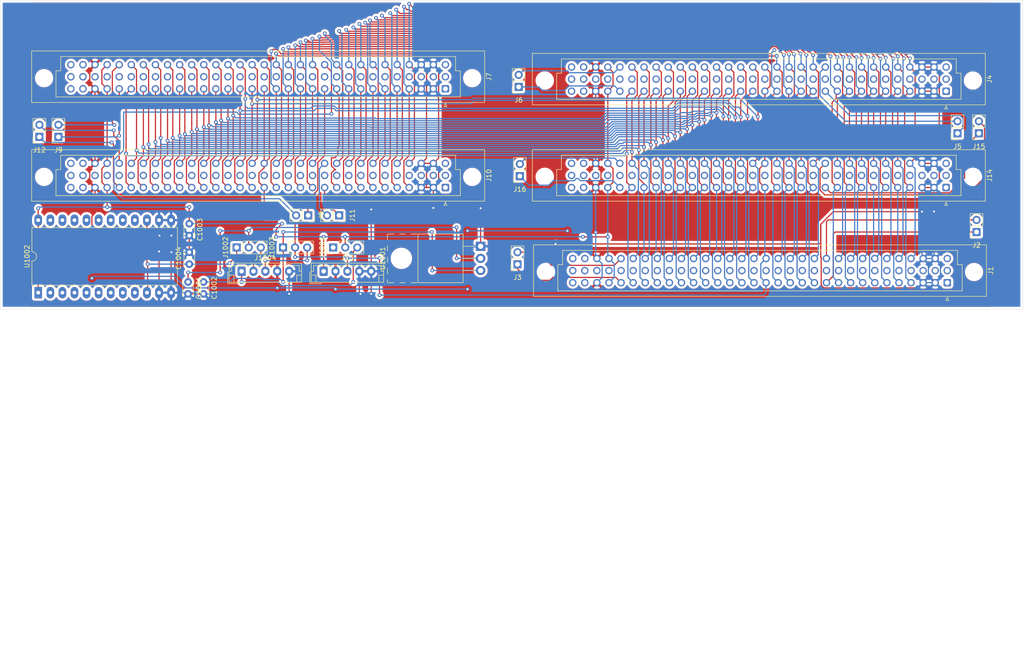
<source format=kicad_pcb>
(kicad_pcb (version 20171130) (host pcbnew "(5.1.10)-1")
  (layers (0 F.Cu signal) (31 B.Cu signal) (34 B.Paste user) (35 F.Paste user) (36 B.SilkS user) (37 F.SilkS user) (38 B.Mask user) (39 F.Mask user) (44 Edge.Cuts user))
  (net 0 "")
  (net 1 -12V)
  (net 2 GND)
  (net 3 "Net-(C1002-Pad1)")
  (net 4 +12P)
  (net 5 "Net-(C1004-Pad1)")
  (net 6 +5P)
  (net 7 "Net-(J1-PadC28)")
  (net 8 "Net-(J1-PadC27)")
  (net 9 "Net-(J1-PadC26)")
  (net 10 "Net-(J1-PadC25)")
  (net 11 "Net-(J1-PadC24)")
  (net 12 "Net-(J1-PadC23)")
  (net 13 "Net-(J1-PadC22)")
  (net 14 "Net-(J1-PadC21)")
  (net 15 "Net-(J1-PadC20)")
  (net 16 "Net-(J1-PadC19)")
  (net 17 "Net-(J1-PadC18)")
  (net 18 "Net-(J1-PadC17)")
  (net 19 -5V)
  (net 20 "Net-(J1-PadC15)")
  (net 21 "Net-(J1-PadC14)")
  (net 22 "Net-(J1-PadC13)")
  (net 23 "Net-(J1-PadC12)")
  (net 24 "Net-(J1-PadC11)")
  (net 25 "Net-(J1-PadC10)")
  (net 26 "Net-(J1-PadC9)")
  (net 27 "Net-(J1-PadC8)")
  (net 28 "Net-(J1-PadC7)")
  (net 29 "Net-(J1-PadC6)")
  (net 30 "Net-(J1-PadC5)")
  (net 31 "Net-(J1-PadC4)")
  (net 32 "Net-(J1-PadA28)")
  (net 33 "Net-(J1-PadA27)")
  (net 34 "Net-(J1-PadA26)")
  (net 35 "Net-(J1-PadA25)")
  (net 36 "Net-(J1-PadA24)")
  (net 37 "Net-(J1-PadA23)")
  (net 38 "Net-(J1-PadA22)")
  (net 39 "Net-(J1-PadA21)")
  (net 40 "Net-(J1-PadA20)")
  (net 41 "Net-(J1-PadA19)")
  (net 42 "Net-(J1-PadA18)")
  (net 43 "Net-(J1-PadA17)")
  (net 44 "Net-(J1-PadA15)")
  (net 45 "Net-(J1-PadA14)")
  (net 46 "Net-(J1-PadA13)")
  (net 47 "Net-(J1-PadA12)")
  (net 48 "Net-(J1-PadA11)")
  (net 49 "Net-(J1-PadA10)")
  (net 50 "Net-(J1-PadA9)")
  (net 51 "Net-(J1-PadA8)")
  (net 52 "Net-(J1-PadA7)")
  (net 53 "Net-(J1-PadA6)")
  (net 54 "Net-(J1-PadA5)")
  (net 55 "Net-(J1-PadA4)")
  (net 56 "Net-(J4-PadA11)")
  (net 57 "Net-(J4-PadA28)")
  (net 58 "Net-(J4-PadC11)")
  (net 59 "Net-(J4-PadC28)")
  (net 60 "Net-(J7-PadA11)")
  (net 61 "Net-(J7-PadA28)")
  (net 62 "Net-(J7-PadC11)")
  (net 63 "Net-(J7-PadC28)")
  (net 64 "Net-(J10-PadC28)")
  (net 65 "Net-(J10-PadC11)")
  (net 66 "Net-(J10-PadA28)")
  (net 67 "Net-(J10-PadA11)")
  (net 68 "Net-(J14-PadA11)")
  (net 69 "Net-(J14-PadA28)")
  (net 70 "Net-(J14-PadC11)")
  (net 71 "Net-(J14-PadC28)")
  (net 72 "Net-(J1001-Pad3)")
  (net 73 "Net-(J1002-Pad3)")
  (net 74 "Net-(J1003-Pad3)")
  (module Libs:DIN41612_C_3x32_Female_Vertical_THT-Gross_K1520 (layer F.Cu) (at 84.75 91.75)
    (fp_text reference J7 (at 55.485 6.858 -270) (layer F.SilkS))
    (fp_text value C64AC)
    (pad A1 thru_hole roundrect (at 46.355 9.398 270) (size 1.55 1.55) (drill 1) (layers *.Cu *.Mask) (roundrect_rratio 0.161))
    (pad A2 thru_hole circle (at 43.815 9.398 270) (size 1.55 1.55) (drill 1) (layers *.Cu *.Mask) (net 2 GND))
    (pad A3 thru_hole circle (at 41.275 9.398 270) (size 1.55 1.55) (drill 1) (layers *.Cu *.Mask) (net 2 GND))
    (pad A4 thru_hole circle (at 38.735 9.398 270) (size 1.55 1.55) (drill 1) (layers *.Cu *.Mask) (net 55 "Net-(J1-PadA4)"))
    (pad A5 thru_hole circle (at 36.195 9.398 270) (size 1.55 1.55) (drill 1) (layers *.Cu *.Mask) (net 54 "Net-(J1-PadA5)"))
    (pad A6 thru_hole circle (at 33.655 9.398 270) (size 1.55 1.55) (drill 1) (layers *.Cu *.Mask) (net 53 "Net-(J1-PadA6)"))
    (pad A7 thru_hole circle (at 31.115 9.398 270) (size 1.55 1.55) (drill 1) (layers *.Cu *.Mask) (net 52 "Net-(J1-PadA7)"))
    (pad A8 thru_hole circle (at 28.575 9.398 270) (size 1.55 1.55) (drill 1) (layers *.Cu *.Mask) (net 51 "Net-(J1-PadA8)"))
    (pad A9 thru_hole circle (at 26.035 9.398 270) (size 1.55 1.55) (drill 1) (layers *.Cu *.Mask) (net 50 "Net-(J1-PadA9)"))
    (pad A10 thru_hole circle (at 23.495 9.398 270) (size 1.55 1.55) (drill 1) (layers *.Cu *.Mask) (net 49 "Net-(J1-PadA10)"))
    (pad A11 thru_hole circle (at 20.955 9.398 270) (size 1.55 1.55) (drill 1) (layers *.Cu *.Mask) (net 60 "Net-(J7-PadA11)"))
    (pad A12 thru_hole circle (at 18.415 9.398 270) (size 1.55 1.55) (drill 1) (layers *.Cu *.Mask) (net 47 "Net-(J1-PadA12)"))
    (pad A13 thru_hole circle (at 15.875 9.398 270) (size 1.55 1.55) (drill 1) (layers *.Cu *.Mask) (net 46 "Net-(J1-PadA13)"))
    (pad A14 thru_hole circle (at 13.335 9.398 270) (size 1.55 1.55) (drill 1) (layers *.Cu *.Mask) (net 45 "Net-(J1-PadA14)"))
    (pad A15 thru_hole circle (at 10.795 9.398 270) (size 1.55 1.55) (drill 1) (layers *.Cu *.Mask) (net 44 "Net-(J1-PadA15)"))
    (pad A16 thru_hole circle (at 8.255 9.398 270) (size 1.55 1.55) (drill 1) (layers *.Cu *.Mask) (net 19 -5V))
    (pad A17 thru_hole circle (at 5.715 9.398 270) (size 1.55 1.55) (drill 1) (layers *.Cu *.Mask) (net 43 "Net-(J1-PadA17)"))
    (pad A18 thru_hole circle (at 3.175 9.398 270) (size 1.55 1.55) (drill 1) (layers *.Cu *.Mask) (net 42 "Net-(J1-PadA18)"))
    (pad A19 thru_hole circle (at 0.635 9.398 270) (size 1.55 1.55) (drill 1) (layers *.Cu *.Mask) (net 41 "Net-(J1-PadA19)"))
    (pad A20 thru_hole circle (at -1.905 9.398 270) (size 1.55 1.55) (drill 1) (layers *.Cu *.Mask) (net 40 "Net-(J1-PadA20)"))
    (pad A21 thru_hole circle (at -4.445 9.398 270) (size 1.55 1.55) (drill 1) (layers *.Cu *.Mask) (net 39 "Net-(J1-PadA21)"))
    (pad A22 thru_hole circle (at -6.985 9.398 270) (size 1.55 1.55) (drill 1) (layers *.Cu *.Mask) (net 38 "Net-(J1-PadA22)"))
    (pad A23 thru_hole circle (at -9.525 9.398 270) (size 1.55 1.55) (drill 1) (layers *.Cu *.Mask) (net 37 "Net-(J1-PadA23)"))
    (pad A24 thru_hole circle (at -12.065 9.398 270) (size 1.55 1.55) (drill 1) (layers *.Cu *.Mask) (net 36 "Net-(J1-PadA24)"))
    (pad A25 thru_hole circle (at -14.605 9.398 270) (size 1.55 1.55) (drill 1) (layers *.Cu *.Mask) (net 35 "Net-(J1-PadA25)"))
    (pad A26 thru_hole circle (at -17.145 9.398 270) (size 1.55 1.55) (drill 1) (layers *.Cu *.Mask) (net 34 "Net-(J1-PadA26)"))
    (pad A27 thru_hole circle (at -19.685 9.398 270) (size 1.55 1.55) (drill 1) (layers *.Cu *.Mask) (net 33 "Net-(J1-PadA27)"))
    (pad A28 thru_hole circle (at -22.225 9.398 270) (size 1.55 1.55) (drill 1) (layers *.Cu *.Mask) (net 61 "Net-(J7-PadA28)"))
    (pad A29 thru_hole circle (at -24.765 9.398 270) (size 1.55 1.55) (drill 1) (layers *.Cu *.Mask) (net 4 +12P))
    (pad A30 thru_hole circle (at -27.305 9.398 270) (size 1.55 1.55) (drill 1) (layers *.Cu *.Mask) (net 6 +5P))
    (pad A31 thru_hole circle (at -29.845 9.398 270) (size 1.55 1.55) (drill 1) (layers *.Cu *.Mask))
    (pad A32 thru_hole circle (at -32.385 9.398 270) (size 1.55 1.55) (drill 1) (layers *.Cu *.Mask))
    (pad b1 thru_hole circle (at 46.355 6.858 270) (size 1.55 1.55) (drill 1) (layers *.Cu *.Mask))
    (pad b2 thru_hole circle (at 43.815 6.858 270) (size 1.55 1.55) (drill 1) (layers *.Cu *.Mask))
    (pad b3 thru_hole circle (at 41.275 6.858 270) (size 1.55 1.55) (drill 1) (layers *.Cu *.Mask))
    (pad b4 thru_hole circle (at 38.735 6.858 270) (size 1.55 1.55) (drill 1) (layers *.Cu *.Mask))
    (pad b5 thru_hole circle (at 36.195 6.858 270) (size 1.55 1.55) (drill 1) (layers *.Cu *.Mask))
    (pad b6 thru_hole circle (at 33.655 6.858 270) (size 1.55 1.55) (drill 1) (layers *.Cu *.Mask))
    (pad b7 thru_hole circle (at 31.115 6.858 270) (size 1.55 1.55) (drill 1) (layers *.Cu *.Mask))
    (pad b8 thru_hole circle (at 28.575 6.858 270) (size 1.55 1.55) (drill 1) (layers *.Cu *.Mask))
    (pad b9 thru_hole circle (at 26.035 6.858 270) (size 1.55 1.55) (drill 1) (layers *.Cu *.Mask))
    (pad b10 thru_hole circle (at 23.495 6.858 270) (size 1.55 1.55) (drill 1) (layers *.Cu *.Mask))
    (pad b11 thru_hole circle (at 20.955 6.858 270) (size 1.55 1.55) (drill 1) (layers *.Cu *.Mask))
    (pad b12 thru_hole circle (at 18.415 6.858 270) (size 1.55 1.55) (drill 1) (layers *.Cu *.Mask))
    (pad b13 thru_hole circle (at 15.875 6.858 270) (size 1.55 1.55) (drill 1) (layers *.Cu *.Mask))
    (pad b14 thru_hole circle (at 13.335 6.858 270) (size 1.55 1.55) (drill 1) (layers *.Cu *.Mask))
    (pad b15 thru_hole circle (at 10.795 6.858 270) (size 1.55 1.55) (drill 1) (layers *.Cu *.Mask))
    (pad b16 thru_hole circle (at 8.255 6.858 270) (size 1.55 1.55) (drill 1) (layers *.Cu *.Mask))
    (pad b17 thru_hole circle (at 5.715 6.858 270) (size 1.55 1.55) (drill 1) (layers *.Cu *.Mask))
    (pad b18 thru_hole circle (at 3.175 6.858 270) (size 1.55 1.55) (drill 1) (layers *.Cu *.Mask))
    (pad b19 thru_hole circle (at 0.635 6.858 270) (size 1.55 1.55) (drill 1) (layers *.Cu *.Mask))
    (pad b20 thru_hole circle (at -1.905 6.858 270) (size 1.55 1.55) (drill 1) (layers *.Cu *.Mask))
    (pad b21 thru_hole circle (at -4.445 6.858 270) (size 1.55 1.55) (drill 1) (layers *.Cu *.Mask))
    (pad b22 thru_hole circle (at -6.985 6.858 270) (size 1.55 1.55) (drill 1) (layers *.Cu *.Mask))
    (pad b23 thru_hole circle (at -9.525 6.858 270) (size 1.55 1.55) (drill 1) (layers *.Cu *.Mask))
    (pad b24 thru_hole circle (at -12.065 6.858 270) (size 1.55 1.55) (drill 1) (layers *.Cu *.Mask))
    (pad b25 thru_hole circle (at -14.605 6.858 270) (size 1.55 1.55) (drill 1) (layers *.Cu *.Mask))
    (pad b26 thru_hole circle (at -17.145 6.858 270) (size 1.55 1.55) (drill 1) (layers *.Cu *.Mask))
    (pad b27 thru_hole circle (at -19.685 6.858 270) (size 1.55 1.55) (drill 1) (layers *.Cu *.Mask))
    (pad b28 thru_hole circle (at -22.225 6.858 270) (size 1.55 1.55) (drill 1) (layers *.Cu *.Mask))
    (pad b29 thru_hole circle (at -24.765 6.858 270) (size 1.55 1.55) (drill 1) (layers *.Cu *.Mask))
    (pad b30 thru_hole circle (at -27.305 6.858 270) (size 1.55 1.55) (drill 1) (layers *.Cu *.Mask))
    (pad b31 thru_hole circle (at -29.845 6.858 270) (size 1.55 1.55) (drill 1) (layers *.Cu *.Mask))
    (pad b32 thru_hole circle (at -32.385 6.858 270) (size 1.55 1.55) (drill 1) (layers *.Cu *.Mask))
    (pad C1 thru_hole circle (at 46.355 4.318 270) (size 1.55 1.55) (drill 1) (layers *.Cu *.Mask))
    (pad C2 thru_hole circle (at 43.815 4.318 270) (size 1.55 1.55) (drill 1) (layers *.Cu *.Mask) (net 2 GND))
    (pad C3 thru_hole circle (at 41.275 4.318 270) (size 1.55 1.55) (drill 1) (layers *.Cu *.Mask) (net 2 GND))
    (pad C4 thru_hole circle (at 38.735 4.318 270) (size 1.55 1.55) (drill 1) (layers *.Cu *.Mask) (net 31 "Net-(J1-PadC4)"))
    (pad C5 thru_hole circle (at 36.195 4.318 270) (size 1.55 1.55) (drill 1) (layers *.Cu *.Mask) (net 30 "Net-(J1-PadC5)"))
    (pad C6 thru_hole circle (at 33.655 4.318 270) (size 1.55 1.55) (drill 1) (layers *.Cu *.Mask) (net 29 "Net-(J1-PadC6)"))
    (pad C7 thru_hole circle (at 31.115 4.318 270) (size 1.55 1.55) (drill 1) (layers *.Cu *.Mask) (net 28 "Net-(J1-PadC7)"))
    (pad C8 thru_hole circle (at 28.575 4.318 270) (size 1.55 1.55) (drill 1) (layers *.Cu *.Mask) (net 27 "Net-(J1-PadC8)"))
    (pad C9 thru_hole circle (at 26.035 4.318 270) (size 1.55 1.55) (drill 1) (layers *.Cu *.Mask) (net 26 "Net-(J1-PadC9)"))
    (pad C10 thru_hole circle (at 23.495 4.318 270) (size 1.55 1.55) (drill 1) (layers *.Cu *.Mask) (net 25 "Net-(J1-PadC10)"))
    (pad C11 thru_hole circle (at 20.955 4.318 270) (size 1.55 1.55) (drill 1) (layers *.Cu *.Mask) (net 62 "Net-(J7-PadC11)"))
    (pad C12 thru_hole circle (at 18.415 4.318 270) (size 1.55 1.55) (drill 1) (layers *.Cu *.Mask) (net 23 "Net-(J1-PadC12)"))
    (pad C13 thru_hole circle (at 15.875 4.318 270) (size 1.55 1.55) (drill 1) (layers *.Cu *.Mask) (net 22 "Net-(J1-PadC13)"))
    (pad C14 thru_hole circle (at 13.335 4.318 270) (size 1.55 1.55) (drill 1) (layers *.Cu *.Mask) (net 21 "Net-(J1-PadC14)"))
    (pad C15 thru_hole circle (at 10.795 4.318 270) (size 1.55 1.55) (drill 1) (layers *.Cu *.Mask) (net 20 "Net-(J1-PadC15)"))
    (pad C16 thru_hole circle (at 8.255 4.318 270) (size 1.55 1.55) (drill 1) (layers *.Cu *.Mask) (net 19 -5V))
    (pad C17 thru_hole circle (at 5.715 4.318 270) (size 1.55 1.55) (drill 1) (layers *.Cu *.Mask) (net 18 "Net-(J1-PadC17)"))
    (pad C18 thru_hole circle (at 3.175 4.318 270) (size 1.55 1.55) (drill 1) (layers *.Cu *.Mask) (net 17 "Net-(J1-PadC18)"))
    (pad C19 thru_hole circle (at 0.635 4.318 270) (size 1.55 1.55) (drill 1) (layers *.Cu *.Mask) (net 16 "Net-(J1-PadC19)"))
    (pad C20 thru_hole circle (at -1.905 4.318 270) (size 1.55 1.55) (drill 1) (layers *.Cu *.Mask) (net 15 "Net-(J1-PadC20)"))
    (pad C21 thru_hole circle (at -4.445 4.318 270) (size 1.55 1.55) (drill 1) (layers *.Cu *.Mask) (net 14 "Net-(J1-PadC21)"))
    (pad C22 thru_hole circle (at -6.985 4.318 270) (size 1.55 1.55) (drill 1) (layers *.Cu *.Mask) (net 13 "Net-(J1-PadC22)"))
    (pad C23 thru_hole circle (at -9.525 4.318 270) (size 1.55 1.55) (drill 1) (layers *.Cu *.Mask) (net 12 "Net-(J1-PadC23)"))
    (pad C24 thru_hole circle (at -12.065 4.318 270) (size 1.55 1.55) (drill 1) (layers *.Cu *.Mask) (net 11 "Net-(J1-PadC24)"))
    (pad C25 thru_hole circle (at -14.605 4.318 270) (size 1.55 1.55) (drill 1) (layers *.Cu *.Mask) (net 10 "Net-(J1-PadC25)"))
    (pad C26 thru_hole circle (at -17.145 4.318 270) (size 1.55 1.55) (drill 1) (layers *.Cu *.Mask) (net 9 "Net-(J1-PadC26)"))
    (pad C27 thru_hole circle (at -19.685 4.318 270) (size 1.55 1.55) (drill 1) (layers *.Cu *.Mask) (net 8 "Net-(J1-PadC27)"))
    (pad C28 thru_hole circle (at -22.225 4.318 270) (size 1.55 1.55) (drill 1) (layers *.Cu *.Mask) (net 63 "Net-(J7-PadC28)"))
    (pad C29 thru_hole circle (at -24.765 4.318 270) (size 1.55 1.55) (drill 1) (layers *.Cu *.Mask) (net 4 +12P))
    (pad C30 thru_hole circle (at -27.305 4.318 270) (size 1.55 1.55) (drill 1) (layers *.Cu *.Mask) (net 6 +5P))
    (pad C31 thru_hole circle (at -29.845 4.318 270) (size 1.55 1.55) (drill 1) (layers *.Cu *.Mask))
    (pad C32 thru_hole circle (at -32.385 4.318 270) (size 1.55 1.55) (drill 1) (layers *.Cu *.Mask))
    (pad "" np_thru_hole circle (at 51.985 7.158 270) (size 2.85 2.85) (drill 2.85) (layers *.Cu *.Mask))
    (pad "" np_thru_hole circle (at -38.015 7.158 270) (size 2.85 2.85) (drill 2.85) (layers *.Cu *.Mask))
  )
  (module Capacitor_THT:C_Disc_D3.0mm_W2.0mm_P2.50mm (layer F.Cu) (at 77 141.75 270)
    (fp_text reference C1001 (at 1.25 -2.25 90) (layer F.SilkS))
    (fp_text value 100nF)
    (pad 1 thru_hole circle (at 0 0 270) (size 1.6 1.6) (drill 0.8) (layers *.Cu *.Mask) (net 1 -12V))
    (pad 2 thru_hole circle (at 2.5 0 270) (size 1.6 1.6) (drill 0.8) (layers *.Cu *.Mask) (net 2 GND))
  )
  (module Capacitor_THT:C_Disc_D3.0mm_W2.0mm_P2.50mm (layer F.Cu) (at 80.25 141.75 270)
    (fp_text reference C1002 (at 1.25 -2.25 90) (layer F.SilkS))
    (fp_text value 100nF)
    (pad 2 thru_hole circle (at 2.5 0 270) (size 1.6 1.6) (drill 0.8) (layers *.Cu *.Mask) (net 2 GND))
    (pad 1 thru_hole circle (at 0 0 270) (size 1.6 1.6) (drill 0.8) (layers *.Cu *.Mask) (net 3 "Net-(C1002-Pad1)"))
  )
  (module Capacitor_THT:C_Disc_D3.0mm_W2.0mm_P2.50mm (layer F.Cu) (at 77.25 129.5 270)
    (fp_text reference C1003 (at 1.25 -2.25 90) (layer F.SilkS))
    (fp_text value 100nF)
    (pad 2 thru_hole circle (at 2.5 0 270) (size 1.6 1.6) (drill 0.8) (layers *.Cu *.Mask) (net 2 GND))
    (pad 1 thru_hole circle (at 0 0 270) (size 1.6 1.6) (drill 0.8) (layers *.Cu *.Mask) (net 4 +12P))
  )
  (module Capacitor_THT:C_Disc_D3.0mm_W2.0mm_P2.50mm (layer F.Cu) (at 77.25 138 90)
    (fp_text reference C1004 (at 1.25 -2.25 90) (layer F.SilkS))
    (fp_text value 100nF)
    (pad 1 thru_hole circle (at 0 0 90) (size 1.6 1.6) (drill 0.8) (layers *.Cu *.Mask) (net 5 "Net-(C1004-Pad1)"))
    (pad 2 thru_hole circle (at 2.5 0 90) (size 1.6 1.6) (drill 0.8) (layers *.Cu *.Mask) (net 2 GND))
  )
  (module Libs:DIN41612_C_3x32_Female_Vertical_THT-Gross_K1520 (layer F.Cu) (at 190.25 132.5)
    (fp_text reference J1 (at 55.485 6.858 -270) (layer F.SilkS))
    (fp_text value C64AC)
    (pad "" np_thru_hole circle (at -38.015 7.158 270) (size 2.85 2.85) (drill 2.85) (layers *.Cu *.Mask))
    (pad "" np_thru_hole circle (at 51.985 7.158 270) (size 2.85 2.85) (drill 2.85) (layers *.Cu *.Mask))
    (pad C32 thru_hole circle (at -32.385 4.318 270) (size 1.55 1.55) (drill 1) (layers *.Cu *.Mask))
    (pad C31 thru_hole circle (at -29.845 4.318 270) (size 1.55 1.55) (drill 1) (layers *.Cu *.Mask))
    (pad C30 thru_hole circle (at -27.305 4.318 270) (size 1.55 1.55) (drill 1) (layers *.Cu *.Mask) (net 6 +5P))
    (pad C29 thru_hole circle (at -24.765 4.318 270) (size 1.55 1.55) (drill 1) (layers *.Cu *.Mask) (net 4 +12P))
    (pad C28 thru_hole circle (at -22.225 4.318 270) (size 1.55 1.55) (drill 1) (layers *.Cu *.Mask) (net 7 "Net-(J1-PadC28)"))
    (pad C27 thru_hole circle (at -19.685 4.318 270) (size 1.55 1.55) (drill 1) (layers *.Cu *.Mask) (net 8 "Net-(J1-PadC27)"))
    (pad C26 thru_hole circle (at -17.145 4.318 270) (size 1.55 1.55) (drill 1) (layers *.Cu *.Mask) (net 9 "Net-(J1-PadC26)"))
    (pad C25 thru_hole circle (at -14.605 4.318 270) (size 1.55 1.55) (drill 1) (layers *.Cu *.Mask) (net 10 "Net-(J1-PadC25)"))
    (pad C24 thru_hole circle (at -12.065 4.318 270) (size 1.55 1.55) (drill 1) (layers *.Cu *.Mask) (net 11 "Net-(J1-PadC24)"))
    (pad C23 thru_hole circle (at -9.525 4.318 270) (size 1.55 1.55) (drill 1) (layers *.Cu *.Mask) (net 12 "Net-(J1-PadC23)"))
    (pad C22 thru_hole circle (at -6.985 4.318 270) (size 1.55 1.55) (drill 1) (layers *.Cu *.Mask) (net 13 "Net-(J1-PadC22)"))
    (pad C21 thru_hole circle (at -4.445 4.318 270) (size 1.55 1.55) (drill 1) (layers *.Cu *.Mask) (net 14 "Net-(J1-PadC21)"))
    (pad C20 thru_hole circle (at -1.905 4.318 270) (size 1.55 1.55) (drill 1) (layers *.Cu *.Mask) (net 15 "Net-(J1-PadC20)"))
    (pad C19 thru_hole circle (at 0.635 4.318 270) (size 1.55 1.55) (drill 1) (layers *.Cu *.Mask) (net 16 "Net-(J1-PadC19)"))
    (pad C18 thru_hole circle (at 3.175 4.318 270) (size 1.55 1.55) (drill 1) (layers *.Cu *.Mask) (net 17 "Net-(J1-PadC18)"))
    (pad C17 thru_hole circle (at 5.715 4.318 270) (size 1.55 1.55) (drill 1) (layers *.Cu *.Mask) (net 18 "Net-(J1-PadC17)"))
    (pad C16 thru_hole circle (at 8.255 4.318 270) (size 1.55 1.55) (drill 1) (layers *.Cu *.Mask) (net 19 -5V))
    (pad C15 thru_hole circle (at 10.795 4.318 270) (size 1.55 1.55) (drill 1) (layers *.Cu *.Mask) (net 20 "Net-(J1-PadC15)"))
    (pad C14 thru_hole circle (at 13.335 4.318 270) (size 1.55 1.55) (drill 1) (layers *.Cu *.Mask) (net 21 "Net-(J1-PadC14)"))
    (pad C13 thru_hole circle (at 15.875 4.318 270) (size 1.55 1.55) (drill 1) (layers *.Cu *.Mask) (net 22 "Net-(J1-PadC13)"))
    (pad C12 thru_hole circle (at 18.415 4.318 270) (size 1.55 1.55) (drill 1) (layers *.Cu *.Mask) (net 23 "Net-(J1-PadC12)"))
    (pad C11 thru_hole circle (at 20.955 4.318 270) (size 1.55 1.55) (drill 1) (layers *.Cu *.Mask) (net 24 "Net-(J1-PadC11)"))
    (pad C10 thru_hole circle (at 23.495 4.318 270) (size 1.55 1.55) (drill 1) (layers *.Cu *.Mask) (net 25 "Net-(J1-PadC10)"))
    (pad C9 thru_hole circle (at 26.035 4.318 270) (size 1.55 1.55) (drill 1) (layers *.Cu *.Mask) (net 26 "Net-(J1-PadC9)"))
    (pad C8 thru_hole circle (at 28.575 4.318 270) (size 1.55 1.55) (drill 1) (layers *.Cu *.Mask) (net 27 "Net-(J1-PadC8)"))
    (pad C7 thru_hole circle (at 31.115 4.318 270) (size 1.55 1.55) (drill 1) (layers *.Cu *.Mask) (net 28 "Net-(J1-PadC7)"))
    (pad C6 thru_hole circle (at 33.655 4.318 270) (size 1.55 1.55) (drill 1) (layers *.Cu *.Mask) (net 29 "Net-(J1-PadC6)"))
    (pad C5 thru_hole circle (at 36.195 4.318 270) (size 1.55 1.55) (drill 1) (layers *.Cu *.Mask) (net 30 "Net-(J1-PadC5)"))
    (pad C4 thru_hole circle (at 38.735 4.318 270) (size 1.55 1.55) (drill 1) (layers *.Cu *.Mask) (net 31 "Net-(J1-PadC4)"))
    (pad C3 thru_hole circle (at 41.275 4.318 270) (size 1.55 1.55) (drill 1) (layers *.Cu *.Mask) (net 2 GND))
    (pad C2 thru_hole circle (at 43.815 4.318 270) (size 1.55 1.55) (drill 1) (layers *.Cu *.Mask) (net 2 GND))
    (pad C1 thru_hole circle (at 46.355 4.318 270) (size 1.55 1.55) (drill 1) (layers *.Cu *.Mask))
    (pad b32 thru_hole circle (at -32.385 6.858 270) (size 1.55 1.55) (drill 1) (layers *.Cu *.Mask))
    (pad b31 thru_hole circle (at -29.845 6.858 270) (size 1.55 1.55) (drill 1) (layers *.Cu *.Mask))
    (pad b30 thru_hole circle (at -27.305 6.858 270) (size 1.55 1.55) (drill 1) (layers *.Cu *.Mask))
    (pad b29 thru_hole circle (at -24.765 6.858 270) (size 1.55 1.55) (drill 1) (layers *.Cu *.Mask))
    (pad b28 thru_hole circle (at -22.225 6.858 270) (size 1.55 1.55) (drill 1) (layers *.Cu *.Mask))
    (pad b27 thru_hole circle (at -19.685 6.858 270) (size 1.55 1.55) (drill 1) (layers *.Cu *.Mask))
    (pad b26 thru_hole circle (at -17.145 6.858 270) (size 1.55 1.55) (drill 1) (layers *.Cu *.Mask))
    (pad b25 thru_hole circle (at -14.605 6.858 270) (size 1.55 1.55) (drill 1) (layers *.Cu *.Mask))
    (pad b24 thru_hole circle (at -12.065 6.858 270) (size 1.55 1.55) (drill 1) (layers *.Cu *.Mask))
    (pad b23 thru_hole circle (at -9.525 6.858 270) (size 1.55 1.55) (drill 1) (layers *.Cu *.Mask))
    (pad b22 thru_hole circle (at -6.985 6.858 270) (size 1.55 1.55) (drill 1) (layers *.Cu *.Mask))
    (pad b21 thru_hole circle (at -4.445 6.858 270) (size 1.55 1.55) (drill 1) (layers *.Cu *.Mask))
    (pad b20 thru_hole circle (at -1.905 6.858 270) (size 1.55 1.55) (drill 1) (layers *.Cu *.Mask))
    (pad b19 thru_hole circle (at 0.635 6.858 270) (size 1.55 1.55) (drill 1) (layers *.Cu *.Mask))
    (pad b18 thru_hole circle (at 3.175 6.858 270) (size 1.55 1.55) (drill 1) (layers *.Cu *.Mask))
    (pad b17 thru_hole circle (at 5.715 6.858 270) (size 1.55 1.55) (drill 1) (layers *.Cu *.Mask))
    (pad b16 thru_hole circle (at 8.255 6.858 270) (size 1.55 1.55) (drill 1) (layers *.Cu *.Mask))
    (pad b15 thru_hole circle (at 10.795 6.858 270) (size 1.55 1.55) (drill 1) (layers *.Cu *.Mask))
    (pad b14 thru_hole circle (at 13.335 6.858 270) (size 1.55 1.55) (drill 1) (layers *.Cu *.Mask))
    (pad b13 thru_hole circle (at 15.875 6.858 270) (size 1.55 1.55) (drill 1) (layers *.Cu *.Mask))
    (pad b12 thru_hole circle (at 18.415 6.858 270) (size 1.55 1.55) (drill 1) (layers *.Cu *.Mask))
    (pad b11 thru_hole circle (at 20.955 6.858 270) (size 1.55 1.55) (drill 1) (layers *.Cu *.Mask))
    (pad b10 thru_hole circle (at 23.495 6.858 270) (size 1.55 1.55) (drill 1) (layers *.Cu *.Mask))
    (pad b9 thru_hole circle (at 26.035 6.858 270) (size 1.55 1.55) (drill 1) (layers *.Cu *.Mask))
    (pad b8 thru_hole circle (at 28.575 6.858 270) (size 1.55 1.55) (drill 1) (layers *.Cu *.Mask))
    (pad b7 thru_hole circle (at 31.115 6.858 270) (size 1.55 1.55) (drill 1) (layers *.Cu *.Mask))
    (pad b6 thru_hole circle (at 33.655 6.858 270) (size 1.55 1.55) (drill 1) (layers *.Cu *.Mask))
    (pad b5 thru_hole circle (at 36.195 6.858 270) (size 1.55 1.55) (drill 1) (layers *.Cu *.Mask))
    (pad b4 thru_hole circle (at 38.735 6.858 270) (size 1.55 1.55) (drill 1) (layers *.Cu *.Mask))
    (pad b3 thru_hole circle (at 41.275 6.858 270) (size 1.55 1.55) (drill 1) (layers *.Cu *.Mask))
    (pad b2 thru_hole circle (at 43.815 6.858 270) (size 1.55 1.55) (drill 1) (layers *.Cu *.Mask))
    (pad b1 thru_hole circle (at 46.355 6.858 270) (size 1.55 1.55) (drill 1) (layers *.Cu *.Mask))
    (pad A32 thru_hole circle (at -32.385 9.398 270) (size 1.55 1.55) (drill 1) (layers *.Cu *.Mask))
    (pad A31 thru_hole circle (at -29.845 9.398 270) (size 1.55 1.55) (drill 1) (layers *.Cu *.Mask))
    (pad A30 thru_hole circle (at -27.305 9.398 270) (size 1.55 1.55) (drill 1) (layers *.Cu *.Mask) (net 6 +5P))
    (pad A29 thru_hole circle (at -24.765 9.398 270) (size 1.55 1.55) (drill 1) (layers *.Cu *.Mask) (net 4 +12P))
    (pad A28 thru_hole circle (at -22.225 9.398 270) (size 1.55 1.55) (drill 1) (layers *.Cu *.Mask) (net 32 "Net-(J1-PadA28)"))
    (pad A27 thru_hole circle (at -19.685 9.398 270) (size 1.55 1.55) (drill 1) (layers *.Cu *.Mask) (net 33 "Net-(J1-PadA27)"))
    (pad A26 thru_hole circle (at -17.145 9.398 270) (size 1.55 1.55) (drill 1) (layers *.Cu *.Mask) (net 34 "Net-(J1-PadA26)"))
    (pad A25 thru_hole circle (at -14.605 9.398 270) (size 1.55 1.55) (drill 1) (layers *.Cu *.Mask) (net 35 "Net-(J1-PadA25)"))
    (pad A24 thru_hole circle (at -12.065 9.398 270) (size 1.55 1.55) (drill 1) (layers *.Cu *.Mask) (net 36 "Net-(J1-PadA24)"))
    (pad A23 thru_hole circle (at -9.525 9.398 270) (size 1.55 1.55) (drill 1) (layers *.Cu *.Mask) (net 37 "Net-(J1-PadA23)"))
    (pad A22 thru_hole circle (at -6.985 9.398 270) (size 1.55 1.55) (drill 1) (layers *.Cu *.Mask) (net 38 "Net-(J1-PadA22)"))
    (pad A21 thru_hole circle (at -4.445 9.398 270) (size 1.55 1.55) (drill 1) (layers *.Cu *.Mask) (net 39 "Net-(J1-PadA21)"))
    (pad A20 thru_hole circle (at -1.905 9.398 270) (size 1.55 1.55) (drill 1) (layers *.Cu *.Mask) (net 40 "Net-(J1-PadA20)"))
    (pad A19 thru_hole circle (at 0.635 9.398 270) (size 1.55 1.55) (drill 1) (layers *.Cu *.Mask) (net 41 "Net-(J1-PadA19)"))
    (pad A18 thru_hole circle (at 3.175 9.398 270) (size 1.55 1.55) (drill 1) (layers *.Cu *.Mask) (net 42 "Net-(J1-PadA18)"))
    (pad A17 thru_hole circle (at 5.715 9.398 270) (size 1.55 1.55) (drill 1) (layers *.Cu *.Mask) (net 43 "Net-(J1-PadA17)"))
    (pad A16 thru_hole circle (at 8.255 9.398 270) (size 1.55 1.55) (drill 1) (layers *.Cu *.Mask) (net 19 -5V))
    (pad A15 thru_hole circle (at 10.795 9.398 270) (size 1.55 1.55) (drill 1) (layers *.Cu *.Mask) (net 44 "Net-(J1-PadA15)"))
    (pad A14 thru_hole circle (at 13.335 9.398 270) (size 1.55 1.55) (drill 1) (layers *.Cu *.Mask) (net 45 "Net-(J1-PadA14)"))
    (pad A13 thru_hole circle (at 15.875 9.398 270) (size 1.55 1.55) (drill 1) (layers *.Cu *.Mask) (net 46 "Net-(J1-PadA13)"))
    (pad A12 thru_hole circle (at 18.415 9.398 270) (size 1.55 1.55) (drill 1) (layers *.Cu *.Mask) (net 47 "Net-(J1-PadA12)"))
    (pad A11 thru_hole circle (at 20.955 9.398 270) (size 1.55 1.55) (drill 1) (layers *.Cu *.Mask) (net 48 "Net-(J1-PadA11)"))
    (pad A10 thru_hole circle (at 23.495 9.398 270) (size 1.55 1.55) (drill 1) (layers *.Cu *.Mask) (net 49 "Net-(J1-PadA10)"))
    (pad A9 thru_hole circle (at 26.035 9.398 270) (size 1.55 1.55) (drill 1) (layers *.Cu *.Mask) (net 50 "Net-(J1-PadA9)"))
    (pad A8 thru_hole circle (at 28.575 9.398 270) (size 1.55 1.55) (drill 1) (layers *.Cu *.Mask) (net 51 "Net-(J1-PadA8)"))
    (pad A7 thru_hole circle (at 31.115 9.398 270) (size 1.55 1.55) (drill 1) (layers *.Cu *.Mask) (net 52 "Net-(J1-PadA7)"))
    (pad A6 thru_hole circle (at 33.655 9.398 270) (size 1.55 1.55) (drill 1) (layers *.Cu *.Mask) (net 53 "Net-(J1-PadA6)"))
    (pad A5 thru_hole circle (at 36.195 9.398 270) (size 1.55 1.55) (drill 1) (layers *.Cu *.Mask) (net 54 "Net-(J1-PadA5)"))
    (pad A4 thru_hole circle (at 38.735 9.398 270) (size 1.55 1.55) (drill 1) (layers *.Cu *.Mask) (net 55 "Net-(J1-PadA4)"))
    (pad A3 thru_hole circle (at 41.275 9.398 270) (size 1.55 1.55) (drill 1) (layers *.Cu *.Mask) (net 2 GND))
    (pad A2 thru_hole circle (at 43.815 9.398 270) (size 1.55 1.55) (drill 1) (layers *.Cu *.Mask) (net 2 GND))
    (pad A1 thru_hole roundrect (at 46.355 9.398 270) (size 1.55 1.55) (drill 1) (layers *.Cu *.Mask) (roundrect_rratio 0.161))
  )
  (module Connector_PinSocket_2.54mm:PinSocket_1x02_P2.54mm_Vertical (layer F.Cu) (at 242.75 131.25 180)
    (fp_text reference J2 (at 0 -2.77) (layer F.SilkS))
    (fp_text value Conn_01x02)
    (pad 2 thru_hole oval (at 0 2.54 180) (size 1.7 1.7) (drill 1) (layers *.Cu *.Mask) (net 24 "Net-(J1-PadC11)"))
    (pad 1 thru_hole rect (at 0 0 180) (size 1.7 1.7) (drill 1) (layers *.Cu *.Mask) (net 48 "Net-(J1-PadA11)"))
  )
  (module Connector_PinSocket_2.54mm:PinSocket_1x02_P2.54mm_Vertical (layer F.Cu) (at 146.25 138.04 180)
    (fp_text reference J3 (at 0 -2.77) (layer F.SilkS))
    (fp_text value Conn_01x02)
    (pad 2 thru_hole oval (at 0 2.54 180) (size 1.7 1.7) (drill 1) (layers *.Cu *.Mask) (net 7 "Net-(J1-PadC28)"))
    (pad 1 thru_hole rect (at 0 0 180) (size 1.7 1.7) (drill 1) (layers *.Cu *.Mask) (net 32 "Net-(J1-PadA28)"))
  )
  (module Libs:DIN41612_C_3x32_Female_Vertical_THT-Gross_K1520 (layer F.Cu) (at 190 92.25)
    (fp_text reference J4 (at 55.485 6.858 -270) (layer F.SilkS))
    (fp_text value C64AC)
    (pad A1 thru_hole roundrect (at 46.355 9.398 270) (size 1.55 1.55) (drill 1) (layers *.Cu *.Mask) (roundrect_rratio 0.161))
    (pad A2 thru_hole circle (at 43.815 9.398 270) (size 1.55 1.55) (drill 1) (layers *.Cu *.Mask) (net 2 GND))
    (pad A3 thru_hole circle (at 41.275 9.398 270) (size 1.55 1.55) (drill 1) (layers *.Cu *.Mask) (net 2 GND))
    (pad A4 thru_hole circle (at 38.735 9.398 270) (size 1.55 1.55) (drill 1) (layers *.Cu *.Mask) (net 55 "Net-(J1-PadA4)"))
    (pad A5 thru_hole circle (at 36.195 9.398 270) (size 1.55 1.55) (drill 1) (layers *.Cu *.Mask) (net 54 "Net-(J1-PadA5)"))
    (pad A6 thru_hole circle (at 33.655 9.398 270) (size 1.55 1.55) (drill 1) (layers *.Cu *.Mask) (net 53 "Net-(J1-PadA6)"))
    (pad A7 thru_hole circle (at 31.115 9.398 270) (size 1.55 1.55) (drill 1) (layers *.Cu *.Mask) (net 52 "Net-(J1-PadA7)"))
    (pad A8 thru_hole circle (at 28.575 9.398 270) (size 1.55 1.55) (drill 1) (layers *.Cu *.Mask) (net 51 "Net-(J1-PadA8)"))
    (pad A9 thru_hole circle (at 26.035 9.398 270) (size 1.55 1.55) (drill 1) (layers *.Cu *.Mask) (net 50 "Net-(J1-PadA9)"))
    (pad A10 thru_hole circle (at 23.495 9.398 270) (size 1.55 1.55) (drill 1) (layers *.Cu *.Mask) (net 49 "Net-(J1-PadA10)"))
    (pad A11 thru_hole circle (at 20.955 9.398 270) (size 1.55 1.55) (drill 1) (layers *.Cu *.Mask) (net 56 "Net-(J4-PadA11)"))
    (pad A12 thru_hole circle (at 18.415 9.398 270) (size 1.55 1.55) (drill 1) (layers *.Cu *.Mask) (net 47 "Net-(J1-PadA12)"))
    (pad A13 thru_hole circle (at 15.875 9.398 270) (size 1.55 1.55) (drill 1) (layers *.Cu *.Mask) (net 46 "Net-(J1-PadA13)"))
    (pad A14 thru_hole circle (at 13.335 9.398 270) (size 1.55 1.55) (drill 1) (layers *.Cu *.Mask) (net 45 "Net-(J1-PadA14)"))
    (pad A15 thru_hole circle (at 10.795 9.398 270) (size 1.55 1.55) (drill 1) (layers *.Cu *.Mask) (net 44 "Net-(J1-PadA15)"))
    (pad A16 thru_hole circle (at 8.255 9.398 270) (size 1.55 1.55) (drill 1) (layers *.Cu *.Mask) (net 19 -5V))
    (pad A17 thru_hole circle (at 5.715 9.398 270) (size 1.55 1.55) (drill 1) (layers *.Cu *.Mask) (net 43 "Net-(J1-PadA17)"))
    (pad A18 thru_hole circle (at 3.175 9.398 270) (size 1.55 1.55) (drill 1) (layers *.Cu *.Mask) (net 42 "Net-(J1-PadA18)"))
    (pad A19 thru_hole circle (at 0.635 9.398 270) (size 1.55 1.55) (drill 1) (layers *.Cu *.Mask) (net 41 "Net-(J1-PadA19)"))
    (pad A20 thru_hole circle (at -1.905 9.398 270) (size 1.55 1.55) (drill 1) (layers *.Cu *.Mask) (net 40 "Net-(J1-PadA20)"))
    (pad A21 thru_hole circle (at -4.445 9.398 270) (size 1.55 1.55) (drill 1) (layers *.Cu *.Mask) (net 39 "Net-(J1-PadA21)"))
    (pad A22 thru_hole circle (at -6.985 9.398 270) (size 1.55 1.55) (drill 1) (layers *.Cu *.Mask) (net 38 "Net-(J1-PadA22)"))
    (pad A23 thru_hole circle (at -9.525 9.398 270) (size 1.55 1.55) (drill 1) (layers *.Cu *.Mask) (net 37 "Net-(J1-PadA23)"))
    (pad A24 thru_hole circle (at -12.065 9.398 270) (size 1.55 1.55) (drill 1) (layers *.Cu *.Mask) (net 36 "Net-(J1-PadA24)"))
    (pad A25 thru_hole circle (at -14.605 9.398 270) (size 1.55 1.55) (drill 1) (layers *.Cu *.Mask) (net 35 "Net-(J1-PadA25)"))
    (pad A26 thru_hole circle (at -17.145 9.398 270) (size 1.55 1.55) (drill 1) (layers *.Cu *.Mask) (net 34 "Net-(J1-PadA26)"))
    (pad A27 thru_hole circle (at -19.685 9.398 270) (size 1.55 1.55) (drill 1) (layers *.Cu *.Mask) (net 33 "Net-(J1-PadA27)"))
    (pad A28 thru_hole circle (at -22.225 9.398 270) (size 1.55 1.55) (drill 1) (layers *.Cu *.Mask) (net 57 "Net-(J4-PadA28)"))
    (pad A29 thru_hole circle (at -24.765 9.398 270) (size 1.55 1.55) (drill 1) (layers *.Cu *.Mask) (net 4 +12P))
    (pad A30 thru_hole circle (at -27.305 9.398 270) (size 1.55 1.55) (drill 1) (layers *.Cu *.Mask) (net 6 +5P))
    (pad A31 thru_hole circle (at -29.845 9.398 270) (size 1.55 1.55) (drill 1) (layers *.Cu *.Mask))
    (pad A32 thru_hole circle (at -32.385 9.398 270) (size 1.55 1.55) (drill 1) (layers *.Cu *.Mask))
    (pad b1 thru_hole circle (at 46.355 6.858 270) (size 1.55 1.55) (drill 1) (layers *.Cu *.Mask))
    (pad b2 thru_hole circle (at 43.815 6.858 270) (size 1.55 1.55) (drill 1) (layers *.Cu *.Mask))
    (pad b3 thru_hole circle (at 41.275 6.858 270) (size 1.55 1.55) (drill 1) (layers *.Cu *.Mask))
    (pad b4 thru_hole circle (at 38.735 6.858 270) (size 1.55 1.55) (drill 1) (layers *.Cu *.Mask))
    (pad b5 thru_hole circle (at 36.195 6.858 270) (size 1.55 1.55) (drill 1) (layers *.Cu *.Mask))
    (pad b6 thru_hole circle (at 33.655 6.858 270) (size 1.55 1.55) (drill 1) (layers *.Cu *.Mask))
    (pad b7 thru_hole circle (at 31.115 6.858 270) (size 1.55 1.55) (drill 1) (layers *.Cu *.Mask))
    (pad b8 thru_hole circle (at 28.575 6.858 270) (size 1.55 1.55) (drill 1) (layers *.Cu *.Mask))
    (pad b9 thru_hole circle (at 26.035 6.858 270) (size 1.55 1.55) (drill 1) (layers *.Cu *.Mask))
    (pad b10 thru_hole circle (at 23.495 6.858 270) (size 1.55 1.55) (drill 1) (layers *.Cu *.Mask))
    (pad b11 thru_hole circle (at 20.955 6.858 270) (size 1.55 1.55) (drill 1) (layers *.Cu *.Mask))
    (pad b12 thru_hole circle (at 18.415 6.858 270) (size 1.55 1.55) (drill 1) (layers *.Cu *.Mask))
    (pad b13 thru_hole circle (at 15.875 6.858 270) (size 1.55 1.55) (drill 1) (layers *.Cu *.Mask))
    (pad b14 thru_hole circle (at 13.335 6.858 270) (size 1.55 1.55) (drill 1) (layers *.Cu *.Mask))
    (pad b15 thru_hole circle (at 10.795 6.858 270) (size 1.55 1.55) (drill 1) (layers *.Cu *.Mask))
    (pad b16 thru_hole circle (at 8.255 6.858 270) (size 1.55 1.55) (drill 1) (layers *.Cu *.Mask))
    (pad b17 thru_hole circle (at 5.715 6.858 270) (size 1.55 1.55) (drill 1) (layers *.Cu *.Mask))
    (pad b18 thru_hole circle (at 3.175 6.858 270) (size 1.55 1.55) (drill 1) (layers *.Cu *.Mask))
    (pad b19 thru_hole circle (at 0.635 6.858 270) (size 1.55 1.55) (drill 1) (layers *.Cu *.Mask))
    (pad b20 thru_hole circle (at -1.905 6.858 270) (size 1.55 1.55) (drill 1) (layers *.Cu *.Mask))
    (pad b21 thru_hole circle (at -4.445 6.858 270) (size 1.55 1.55) (drill 1) (layers *.Cu *.Mask))
    (pad b22 thru_hole circle (at -6.985 6.858 270) (size 1.55 1.55) (drill 1) (layers *.Cu *.Mask))
    (pad b23 thru_hole circle (at -9.525 6.858 270) (size 1.55 1.55) (drill 1) (layers *.Cu *.Mask))
    (pad b24 thru_hole circle (at -12.065 6.858 270) (size 1.55 1.55) (drill 1) (layers *.Cu *.Mask))
    (pad b25 thru_hole circle (at -14.605 6.858 270) (size 1.55 1.55) (drill 1) (layers *.Cu *.Mask))
    (pad b26 thru_hole circle (at -17.145 6.858 270) (size 1.55 1.55) (drill 1) (layers *.Cu *.Mask))
    (pad b27 thru_hole circle (at -19.685 6.858 270) (size 1.55 1.55) (drill 1) (layers *.Cu *.Mask))
    (pad b28 thru_hole circle (at -22.225 6.858 270) (size 1.55 1.55) (drill 1) (layers *.Cu *.Mask))
    (pad b29 thru_hole circle (at -24.765 6.858 270) (size 1.55 1.55) (drill 1) (layers *.Cu *.Mask))
    (pad b30 thru_hole circle (at -27.305 6.858 270) (size 1.55 1.55) (drill 1) (layers *.Cu *.Mask))
    (pad b31 thru_hole circle (at -29.845 6.858 270) (size 1.55 1.55) (drill 1) (layers *.Cu *.Mask))
    (pad b32 thru_hole circle (at -32.385 6.858 270) (size 1.55 1.55) (drill 1) (layers *.Cu *.Mask))
    (pad C1 thru_hole circle (at 46.355 4.318 270) (size 1.55 1.55) (drill 1) (layers *.Cu *.Mask))
    (pad C2 thru_hole circle (at 43.815 4.318 270) (size 1.55 1.55) (drill 1) (layers *.Cu *.Mask) (net 2 GND))
    (pad C3 thru_hole circle (at 41.275 4.318 270) (size 1.55 1.55) (drill 1) (layers *.Cu *.Mask) (net 2 GND))
    (pad C4 thru_hole circle (at 38.735 4.318 270) (size 1.55 1.55) (drill 1) (layers *.Cu *.Mask) (net 31 "Net-(J1-PadC4)"))
    (pad C5 thru_hole circle (at 36.195 4.318 270) (size 1.55 1.55) (drill 1) (layers *.Cu *.Mask) (net 30 "Net-(J1-PadC5)"))
    (pad C6 thru_hole circle (at 33.655 4.318 270) (size 1.55 1.55) (drill 1) (layers *.Cu *.Mask) (net 29 "Net-(J1-PadC6)"))
    (pad C7 thru_hole circle (at 31.115 4.318 270) (size 1.55 1.55) (drill 1) (layers *.Cu *.Mask) (net 28 "Net-(J1-PadC7)"))
    (pad C8 thru_hole circle (at 28.575 4.318 270) (size 1.55 1.55) (drill 1) (layers *.Cu *.Mask) (net 27 "Net-(J1-PadC8)"))
    (pad C9 thru_hole circle (at 26.035 4.318 270) (size 1.55 1.55) (drill 1) (layers *.Cu *.Mask) (net 26 "Net-(J1-PadC9)"))
    (pad C10 thru_hole circle (at 23.495 4.318 270) (size 1.55 1.55) (drill 1) (layers *.Cu *.Mask) (net 25 "Net-(J1-PadC10)"))
    (pad C11 thru_hole circle (at 20.955 4.318 270) (size 1.55 1.55) (drill 1) (layers *.Cu *.Mask) (net 58 "Net-(J4-PadC11)"))
    (pad C12 thru_hole circle (at 18.415 4.318 270) (size 1.55 1.55) (drill 1) (layers *.Cu *.Mask) (net 23 "Net-(J1-PadC12)"))
    (pad C13 thru_hole circle (at 15.875 4.318 270) (size 1.55 1.55) (drill 1) (layers *.Cu *.Mask) (net 22 "Net-(J1-PadC13)"))
    (pad C14 thru_hole circle (at 13.335 4.318 270) (size 1.55 1.55) (drill 1) (layers *.Cu *.Mask) (net 21 "Net-(J1-PadC14)"))
    (pad C15 thru_hole circle (at 10.795 4.318 270) (size 1.55 1.55) (drill 1) (layers *.Cu *.Mask) (net 20 "Net-(J1-PadC15)"))
    (pad C16 thru_hole circle (at 8.255 4.318 270) (size 1.55 1.55) (drill 1) (layers *.Cu *.Mask) (net 19 -5V))
    (pad C17 thru_hole circle (at 5.715 4.318 270) (size 1.55 1.55) (drill 1) (layers *.Cu *.Mask) (net 18 "Net-(J1-PadC17)"))
    (pad C18 thru_hole circle (at 3.175 4.318 270) (size 1.55 1.55) (drill 1) (layers *.Cu *.Mask) (net 17 "Net-(J1-PadC18)"))
    (pad C19 thru_hole circle (at 0.635 4.318 270) (size 1.55 1.55) (drill 1) (layers *.Cu *.Mask) (net 16 "Net-(J1-PadC19)"))
    (pad C20 thru_hole circle (at -1.905 4.318 270) (size 1.55 1.55) (drill 1) (layers *.Cu *.Mask) (net 15 "Net-(J1-PadC20)"))
    (pad C21 thru_hole circle (at -4.445 4.318 270) (size 1.55 1.55) (drill 1) (layers *.Cu *.Mask) (net 14 "Net-(J1-PadC21)"))
    (pad C22 thru_hole circle (at -6.985 4.318 270) (size 1.55 1.55) (drill 1) (layers *.Cu *.Mask) (net 13 "Net-(J1-PadC22)"))
    (pad C23 thru_hole circle (at -9.525 4.318 270) (size 1.55 1.55) (drill 1) (layers *.Cu *.Mask) (net 12 "Net-(J1-PadC23)"))
    (pad C24 thru_hole circle (at -12.065 4.318 270) (size 1.55 1.55) (drill 1) (layers *.Cu *.Mask) (net 11 "Net-(J1-PadC24)"))
    (pad C25 thru_hole circle (at -14.605 4.318 270) (size 1.55 1.55) (drill 1) (layers *.Cu *.Mask) (net 10 "Net-(J1-PadC25)"))
    (pad C26 thru_hole circle (at -17.145 4.318 270) (size 1.55 1.55) (drill 1) (layers *.Cu *.Mask) (net 9 "Net-(J1-PadC26)"))
    (pad C27 thru_hole circle (at -19.685 4.318 270) (size 1.55 1.55) (drill 1) (layers *.Cu *.Mask) (net 8 "Net-(J1-PadC27)"))
    (pad C28 thru_hole circle (at -22.225 4.318 270) (size 1.55 1.55) (drill 1) (layers *.Cu *.Mask) (net 59 "Net-(J4-PadC28)"))
    (pad C29 thru_hole circle (at -24.765 4.318 270) (size 1.55 1.55) (drill 1) (layers *.Cu *.Mask) (net 4 +12P))
    (pad C30 thru_hole circle (at -27.305 4.318 270) (size 1.55 1.55) (drill 1) (layers *.Cu *.Mask) (net 6 +5P))
    (pad C31 thru_hole circle (at -29.845 4.318 270) (size 1.55 1.55) (drill 1) (layers *.Cu *.Mask))
    (pad C32 thru_hole circle (at -32.385 4.318 270) (size 1.55 1.55) (drill 1) (layers *.Cu *.Mask))
    (pad "" np_thru_hole circle (at 51.985 7.158 270) (size 2.85 2.85) (drill 2.85) (layers *.Cu *.Mask))
    (pad "" np_thru_hole circle (at -38.015 7.158 270) (size 2.85 2.85) (drill 2.85) (layers *.Cu *.Mask))
  )
  (module Connector_PinSocket_2.54mm:PinSocket_1x02_P2.54mm_Vertical (layer F.Cu) (at 238.75 110.5 180)
    (fp_text reference J5 (at 0 -2.77) (layer F.SilkS))
    (fp_text value Conn_01x02)
    (pad 1 thru_hole rect (at 0 0 180) (size 1.7 1.7) (drill 1) (layers *.Cu *.Mask) (net 56 "Net-(J4-PadA11)"))
    (pad 2 thru_hole oval (at 0 2.54 180) (size 1.7 1.7) (drill 1) (layers *.Cu *.Mask) (net 58 "Net-(J4-PadC11)"))
  )
  (module Connector_PinSocket_2.54mm:PinSocket_1x02_P2.54mm_Vertical (layer F.Cu) (at 146.5 100.75 180)
    (fp_text reference J6 (at 0 -2.77) (layer F.SilkS))
    (fp_text value Conn_01x02)
    (pad 1 thru_hole rect (at 0 0 180) (size 1.7 1.7) (drill 1) (layers *.Cu *.Mask) (net 57 "Net-(J4-PadA28)"))
    (pad 2 thru_hole oval (at 0 2.54 180) (size 1.7 1.7) (drill 1) (layers *.Cu *.Mask) (net 59 "Net-(J4-PadC28)"))
  )
  (module Connector_PinSocket_2.54mm:PinSocket_1x02_P2.54mm_Vertical (layer F.Cu) (at 102.25 127.75 270)
    (fp_text reference J8 (at 0 -2.77 90) (layer F.SilkS))
    (fp_text value Conn_01x02)
    (pad 2 thru_hole oval (at 0 2.54 270) (size 1.7 1.7) (drill 1) (layers *.Cu *.Mask) (net 62 "Net-(J7-PadC11)"))
    (pad 1 thru_hole rect (at 0 0 270) (size 1.7 1.7) (drill 1) (layers *.Cu *.Mask) (net 60 "Net-(J7-PadA11)"))
  )
  (module Connector_PinSocket_2.54mm:PinSocket_1x02_P2.54mm_Vertical (layer F.Cu) (at 49.75 111.25 180)
    (fp_text reference J9 (at 0 -2.77) (layer F.SilkS))
    (fp_text value Conn_01x02)
    (pad 1 thru_hole rect (at 0 0 180) (size 1.7 1.7) (drill 1) (layers *.Cu *.Mask) (net 61 "Net-(J7-PadA28)"))
    (pad 2 thru_hole oval (at 0 2.54 180) (size 1.7 1.7) (drill 1) (layers *.Cu *.Mask) (net 63 "Net-(J7-PadC28)"))
  )
  (module Libs:DIN41612_C_3x32_Female_Vertical_THT-Gross_K1520 (layer F.Cu) (at 84.75 112.5)
    (fp_text reference J10 (at 55.485 6.858 -270) (layer F.SilkS))
    (fp_text value C64AC)
    (pad "" np_thru_hole circle (at -38.015 7.158 270) (size 2.85 2.85) (drill 2.85) (layers *.Cu *.Mask))
    (pad "" np_thru_hole circle (at 51.985 7.158 270) (size 2.85 2.85) (drill 2.85) (layers *.Cu *.Mask))
    (pad C32 thru_hole circle (at -32.385 4.318 270) (size 1.55 1.55) (drill 1) (layers *.Cu *.Mask))
    (pad C31 thru_hole circle (at -29.845 4.318 270) (size 1.55 1.55) (drill 1) (layers *.Cu *.Mask))
    (pad C30 thru_hole circle (at -27.305 4.318 270) (size 1.55 1.55) (drill 1) (layers *.Cu *.Mask) (net 6 +5P))
    (pad C29 thru_hole circle (at -24.765 4.318 270) (size 1.55 1.55) (drill 1) (layers *.Cu *.Mask) (net 4 +12P))
    (pad C28 thru_hole circle (at -22.225 4.318 270) (size 1.55 1.55) (drill 1) (layers *.Cu *.Mask) (net 64 "Net-(J10-PadC28)"))
    (pad C27 thru_hole circle (at -19.685 4.318 270) (size 1.55 1.55) (drill 1) (layers *.Cu *.Mask) (net 8 "Net-(J1-PadC27)"))
    (pad C26 thru_hole circle (at -17.145 4.318 270) (size 1.55 1.55) (drill 1) (layers *.Cu *.Mask) (net 9 "Net-(J1-PadC26)"))
    (pad C25 thru_hole circle (at -14.605 4.318 270) (size 1.55 1.55) (drill 1) (layers *.Cu *.Mask) (net 10 "Net-(J1-PadC25)"))
    (pad C24 thru_hole circle (at -12.065 4.318 270) (size 1.55 1.55) (drill 1) (layers *.Cu *.Mask) (net 11 "Net-(J1-PadC24)"))
    (pad C23 thru_hole circle (at -9.525 4.318 270) (size 1.55 1.55) (drill 1) (layers *.Cu *.Mask) (net 12 "Net-(J1-PadC23)"))
    (pad C22 thru_hole circle (at -6.985 4.318 270) (size 1.55 1.55) (drill 1) (layers *.Cu *.Mask) (net 13 "Net-(J1-PadC22)"))
    (pad C21 thru_hole circle (at -4.445 4.318 270) (size 1.55 1.55) (drill 1) (layers *.Cu *.Mask) (net 14 "Net-(J1-PadC21)"))
    (pad C20 thru_hole circle (at -1.905 4.318 270) (size 1.55 1.55) (drill 1) (layers *.Cu *.Mask) (net 15 "Net-(J1-PadC20)"))
    (pad C19 thru_hole circle (at 0.635 4.318 270) (size 1.55 1.55) (drill 1) (layers *.Cu *.Mask) (net 16 "Net-(J1-PadC19)"))
    (pad C18 thru_hole circle (at 3.175 4.318 270) (size 1.55 1.55) (drill 1) (layers *.Cu *.Mask) (net 17 "Net-(J1-PadC18)"))
    (pad C17 thru_hole circle (at 5.715 4.318 270) (size 1.55 1.55) (drill 1) (layers *.Cu *.Mask) (net 18 "Net-(J1-PadC17)"))
    (pad C16 thru_hole circle (at 8.255 4.318 270) (size 1.55 1.55) (drill 1) (layers *.Cu *.Mask) (net 19 -5V))
    (pad C15 thru_hole circle (at 10.795 4.318 270) (size 1.55 1.55) (drill 1) (layers *.Cu *.Mask) (net 20 "Net-(J1-PadC15)"))
    (pad C14 thru_hole circle (at 13.335 4.318 270) (size 1.55 1.55) (drill 1) (layers *.Cu *.Mask) (net 21 "Net-(J1-PadC14)"))
    (pad C13 thru_hole circle (at 15.875 4.318 270) (size 1.55 1.55) (drill 1) (layers *.Cu *.Mask) (net 22 "Net-(J1-PadC13)"))
    (pad C12 thru_hole circle (at 18.415 4.318 270) (size 1.55 1.55) (drill 1) (layers *.Cu *.Mask) (net 23 "Net-(J1-PadC12)"))
    (pad C11 thru_hole circle (at 20.955 4.318 270) (size 1.55 1.55) (drill 1) (layers *.Cu *.Mask) (net 65 "Net-(J10-PadC11)"))
    (pad C10 thru_hole circle (at 23.495 4.318 270) (size 1.55 1.55) (drill 1) (layers *.Cu *.Mask) (net 25 "Net-(J1-PadC10)"))
    (pad C9 thru_hole circle (at 26.035 4.318 270) (size 1.55 1.55) (drill 1) (layers *.Cu *.Mask) (net 26 "Net-(J1-PadC9)"))
    (pad C8 thru_hole circle (at 28.575 4.318 270) (size 1.55 1.55) (drill 1) (layers *.Cu *.Mask) (net 27 "Net-(J1-PadC8)"))
    (pad C7 thru_hole circle (at 31.115 4.318 270) (size 1.55 1.55) (drill 1) (layers *.Cu *.Mask) (net 28 "Net-(J1-PadC7)"))
    (pad C6 thru_hole circle (at 33.655 4.318 270) (size 1.55 1.55) (drill 1) (layers *.Cu *.Mask) (net 29 "Net-(J1-PadC6)"))
    (pad C5 thru_hole circle (at 36.195 4.318 270) (size 1.55 1.55) (drill 1) (layers *.Cu *.Mask) (net 30 "Net-(J1-PadC5)"))
    (pad C4 thru_hole circle (at 38.735 4.318 270) (size 1.55 1.55) (drill 1) (layers *.Cu *.Mask) (net 31 "Net-(J1-PadC4)"))
    (pad C3 thru_hole circle (at 41.275 4.318 270) (size 1.55 1.55) (drill 1) (layers *.Cu *.Mask) (net 2 GND))
    (pad C2 thru_hole circle (at 43.815 4.318 270) (size 1.55 1.55) (drill 1) (layers *.Cu *.Mask) (net 2 GND))
    (pad C1 thru_hole circle (at 46.355 4.318 270) (size 1.55 1.55) (drill 1) (layers *.Cu *.Mask))
    (pad b32 thru_hole circle (at -32.385 6.858 270) (size 1.55 1.55) (drill 1) (layers *.Cu *.Mask))
    (pad b31 thru_hole circle (at -29.845 6.858 270) (size 1.55 1.55) (drill 1) (layers *.Cu *.Mask))
    (pad b30 thru_hole circle (at -27.305 6.858 270) (size 1.55 1.55) (drill 1) (layers *.Cu *.Mask))
    (pad b29 thru_hole circle (at -24.765 6.858 270) (size 1.55 1.55) (drill 1) (layers *.Cu *.Mask))
    (pad b28 thru_hole circle (at -22.225 6.858 270) (size 1.55 1.55) (drill 1) (layers *.Cu *.Mask))
    (pad b27 thru_hole circle (at -19.685 6.858 270) (size 1.55 1.55) (drill 1) (layers *.Cu *.Mask))
    (pad b26 thru_hole circle (at -17.145 6.858 270) (size 1.55 1.55) (drill 1) (layers *.Cu *.Mask))
    (pad b25 thru_hole circle (at -14.605 6.858 270) (size 1.55 1.55) (drill 1) (layers *.Cu *.Mask))
    (pad b24 thru_hole circle (at -12.065 6.858 270) (size 1.55 1.55) (drill 1) (layers *.Cu *.Mask))
    (pad b23 thru_hole circle (at -9.525 6.858 270) (size 1.55 1.55) (drill 1) (layers *.Cu *.Mask))
    (pad b22 thru_hole circle (at -6.985 6.858 270) (size 1.55 1.55) (drill 1) (layers *.Cu *.Mask))
    (pad b21 thru_hole circle (at -4.445 6.858 270) (size 1.55 1.55) (drill 1) (layers *.Cu *.Mask))
    (pad b20 thru_hole circle (at -1.905 6.858 270) (size 1.55 1.55) (drill 1) (layers *.Cu *.Mask))
    (pad b19 thru_hole circle (at 0.635 6.858 270) (size 1.55 1.55) (drill 1) (layers *.Cu *.Mask))
    (pad b18 thru_hole circle (at 3.175 6.858 270) (size 1.55 1.55) (drill 1) (layers *.Cu *.Mask))
    (pad b17 thru_hole circle (at 5.715 6.858 270) (size 1.55 1.55) (drill 1) (layers *.Cu *.Mask))
    (pad b16 thru_hole circle (at 8.255 6.858 270) (size 1.55 1.55) (drill 1) (layers *.Cu *.Mask))
    (pad b15 thru_hole circle (at 10.795 6.858 270) (size 1.55 1.55) (drill 1) (layers *.Cu *.Mask))
    (pad b14 thru_hole circle (at 13.335 6.858 270) (size 1.55 1.55) (drill 1) (layers *.Cu *.Mask))
    (pad b13 thru_hole circle (at 15.875 6.858 270) (size 1.55 1.55) (drill 1) (layers *.Cu *.Mask))
    (pad b12 thru_hole circle (at 18.415 6.858 270) (size 1.55 1.55) (drill 1) (layers *.Cu *.Mask))
    (pad b11 thru_hole circle (at 20.955 6.858 270) (size 1.55 1.55) (drill 1) (layers *.Cu *.Mask))
    (pad b10 thru_hole circle (at 23.495 6.858 270) (size 1.55 1.55) (drill 1) (layers *.Cu *.Mask))
    (pad b9 thru_hole circle (at 26.035 6.858 270) (size 1.55 1.55) (drill 1) (layers *.Cu *.Mask))
    (pad b8 thru_hole circle (at 28.575 6.858 270) (size 1.55 1.55) (drill 1) (layers *.Cu *.Mask))
    (pad b7 thru_hole circle (at 31.115 6.858 270) (size 1.55 1.55) (drill 1) (layers *.Cu *.Mask))
    (pad b6 thru_hole circle (at 33.655 6.858 270) (size 1.55 1.55) (drill 1) (layers *.Cu *.Mask))
    (pad b5 thru_hole circle (at 36.195 6.858 270) (size 1.55 1.55) (drill 1) (layers *.Cu *.Mask))
    (pad b4 thru_hole circle (at 38.735 6.858 270) (size 1.55 1.55) (drill 1) (layers *.Cu *.Mask))
    (pad b3 thru_hole circle (at 41.275 6.858 270) (size 1.55 1.55) (drill 1) (layers *.Cu *.Mask))
    (pad b2 thru_hole circle (at 43.815 6.858 270) (size 1.55 1.55) (drill 1) (layers *.Cu *.Mask))
    (pad b1 thru_hole circle (at 46.355 6.858 270) (size 1.55 1.55) (drill 1) (layers *.Cu *.Mask))
    (pad A32 thru_hole circle (at -32.385 9.398 270) (size 1.55 1.55) (drill 1) (layers *.Cu *.Mask))
    (pad A31 thru_hole circle (at -29.845 9.398 270) (size 1.55 1.55) (drill 1) (layers *.Cu *.Mask))
    (pad A30 thru_hole circle (at -27.305 9.398 270) (size 1.55 1.55) (drill 1) (layers *.Cu *.Mask) (net 6 +5P))
    (pad A29 thru_hole circle (at -24.765 9.398 270) (size 1.55 1.55) (drill 1) (layers *.Cu *.Mask) (net 4 +12P))
    (pad A28 thru_hole circle (at -22.225 9.398 270) (size 1.55 1.55) (drill 1) (layers *.Cu *.Mask) (net 66 "Net-(J10-PadA28)"))
    (pad A27 thru_hole circle (at -19.685 9.398 270) (size 1.55 1.55) (drill 1) (layers *.Cu *.Mask) (net 33 "Net-(J1-PadA27)"))
    (pad A26 thru_hole circle (at -17.145 9.398 270) (size 1.55 1.55) (drill 1) (layers *.Cu *.Mask) (net 34 "Net-(J1-PadA26)"))
    (pad A25 thru_hole circle (at -14.605 9.398 270) (size 1.55 1.55) (drill 1) (layers *.Cu *.Mask) (net 35 "Net-(J1-PadA25)"))
    (pad A24 thru_hole circle (at -12.065 9.398 270) (size 1.55 1.55) (drill 1) (layers *.Cu *.Mask) (net 36 "Net-(J1-PadA24)"))
    (pad A23 thru_hole circle (at -9.525 9.398 270) (size 1.55 1.55) (drill 1) (layers *.Cu *.Mask) (net 37 "Net-(J1-PadA23)"))
    (pad A22 thru_hole circle (at -6.985 9.398 270) (size 1.55 1.55) (drill 1) (layers *.Cu *.Mask) (net 38 "Net-(J1-PadA22)"))
    (pad A21 thru_hole circle (at -4.445 9.398 270) (size 1.55 1.55) (drill 1) (layers *.Cu *.Mask) (net 39 "Net-(J1-PadA21)"))
    (pad A20 thru_hole circle (at -1.905 9.398 270) (size 1.55 1.55) (drill 1) (layers *.Cu *.Mask) (net 40 "Net-(J1-PadA20)"))
    (pad A19 thru_hole circle (at 0.635 9.398 270) (size 1.55 1.55) (drill 1) (layers *.Cu *.Mask) (net 41 "Net-(J1-PadA19)"))
    (pad A18 thru_hole circle (at 3.175 9.398 270) (size 1.55 1.55) (drill 1) (layers *.Cu *.Mask) (net 42 "Net-(J1-PadA18)"))
    (pad A17 thru_hole circle (at 5.715 9.398 270) (size 1.55 1.55) (drill 1) (layers *.Cu *.Mask) (net 43 "Net-(J1-PadA17)"))
    (pad A16 thru_hole circle (at 8.255 9.398 270) (size 1.55 1.55) (drill 1) (layers *.Cu *.Mask) (net 19 -5V))
    (pad A15 thru_hole circle (at 10.795 9.398 270) (size 1.55 1.55) (drill 1) (layers *.Cu *.Mask) (net 44 "Net-(J1-PadA15)"))
    (pad A14 thru_hole circle (at 13.335 9.398 270) (size 1.55 1.55) (drill 1) (layers *.Cu *.Mask) (net 45 "Net-(J1-PadA14)"))
    (pad A13 thru_hole circle (at 15.875 9.398 270) (size 1.55 1.55) (drill 1) (layers *.Cu *.Mask) (net 46 "Net-(J1-PadA13)"))
    (pad A12 thru_hole circle (at 18.415 9.398 270) (size 1.55 1.55) (drill 1) (layers *.Cu *.Mask) (net 47 "Net-(J1-PadA12)"))
    (pad A11 thru_hole circle (at 20.955 9.398 270) (size 1.55 1.55) (drill 1) (layers *.Cu *.Mask) (net 67 "Net-(J10-PadA11)"))
    (pad A10 thru_hole circle (at 23.495 9.398 270) (size 1.55 1.55) (drill 1) (layers *.Cu *.Mask) (net 49 "Net-(J1-PadA10)"))
    (pad A9 thru_hole circle (at 26.035 9.398 270) (size 1.55 1.55) (drill 1) (layers *.Cu *.Mask) (net 50 "Net-(J1-PadA9)"))
    (pad A8 thru_hole circle (at 28.575 9.398 270) (size 1.55 1.55) (drill 1) (layers *.Cu *.Mask) (net 51 "Net-(J1-PadA8)"))
    (pad A7 thru_hole circle (at 31.115 9.398 270) (size 1.55 1.55) (drill 1) (layers *.Cu *.Mask) (net 52 "Net-(J1-PadA7)"))
    (pad A6 thru_hole circle (at 33.655 9.398 270) (size 1.55 1.55) (drill 1) (layers *.Cu *.Mask) (net 53 "Net-(J1-PadA6)"))
    (pad A5 thru_hole circle (at 36.195 9.398 270) (size 1.55 1.55) (drill 1) (layers *.Cu *.Mask) (net 54 "Net-(J1-PadA5)"))
    (pad A4 thru_hole circle (at 38.735 9.398 270) (size 1.55 1.55) (drill 1) (layers *.Cu *.Mask) (net 55 "Net-(J1-PadA4)"))
    (pad A3 thru_hole circle (at 41.275 9.398 270) (size 1.55 1.55) (drill 1) (layers *.Cu *.Mask) (net 2 GND))
    (pad A2 thru_hole circle (at 43.815 9.398 270) (size 1.55 1.55) (drill 1) (layers *.Cu *.Mask) (net 2 GND))
    (pad A1 thru_hole roundrect (at 46.355 9.398 270) (size 1.55 1.55) (drill 1) (layers *.Cu *.Mask) (roundrect_rratio 0.161))
  )
  (module Connector_PinSocket_2.54mm:PinSocket_1x02_P2.54mm_Vertical (layer F.Cu) (at 108.75 127.75 270)
    (fp_text reference J11 (at 0 -2.77 90) (layer F.SilkS))
    (fp_text value Conn_01x02)
    (pad 2 thru_hole oval (at 0 2.54 270) (size 1.7 1.7) (drill 1) (layers *.Cu *.Mask) (net 65 "Net-(J10-PadC11)"))
    (pad 1 thru_hole rect (at 0 0 270) (size 1.7 1.7) (drill 1) (layers *.Cu *.Mask) (net 67 "Net-(J10-PadA11)"))
  )
  (module Connector_PinSocket_2.54mm:PinSocket_1x02_P2.54mm_Vertical (layer F.Cu) (at 45.75 111.25 180)
    (fp_text reference J12 (at 0 -2.77) (layer F.SilkS))
    (fp_text value Conn_01x02)
    (pad 2 thru_hole oval (at 0 2.54 180) (size 1.7 1.7) (drill 1) (layers *.Cu *.Mask) (net 64 "Net-(J10-PadC28)"))
    (pad 1 thru_hole rect (at 0 0 180) (size 1.7 1.7) (drill 1) (layers *.Cu *.Mask) (net 66 "Net-(J10-PadA28)"))
  )
  (module Connector_JST:JST_EH_B5B-EH-A_1x05_P2.50mm_Vertical (layer F.Cu) (at 105.5 139.5)
    (fp_text reference J13 (at 5 -2.8) (layer F.SilkS))
    (fp_text value Screw_Terminal_01x05)
    (pad 1 thru_hole roundrect (at 0 0) (size 1.7 1.95) (drill 0.95) (layers *.Cu *.Mask) (roundrect_rratio 0.1470588235294118) (net 4 +12P))
    (pad 2 thru_hole oval (at 2.5 0) (size 1.7 1.95) (drill 0.95) (layers *.Cu *.Mask) (net 6 +5P))
    (pad 3 thru_hole oval (at 5 0) (size 1.7 1.95) (drill 0.95) (layers *.Cu *.Mask) (net 19 -5V))
    (pad 4 thru_hole oval (at 7.5 0) (size 1.7 1.95) (drill 0.95) (layers *.Cu *.Mask) (net 2 GND))
    (pad 5 thru_hole oval (at 10 0) (size 1.7 1.95) (drill 0.95) (layers *.Cu *.Mask) (net 2 GND))
  )
  (module Libs:DIN41612_C_3x32_Female_Vertical_THT-Gross_K1520 (layer F.Cu) (at 190 112.5)
    (fp_text reference J14 (at 55.485 6.858 -270) (layer F.SilkS))
    (fp_text value C64AC)
    (pad A1 thru_hole roundrect (at 46.355 9.398 270) (size 1.55 1.55) (drill 1) (layers *.Cu *.Mask) (roundrect_rratio 0.161))
    (pad A2 thru_hole circle (at 43.815 9.398 270) (size 1.55 1.55) (drill 1) (layers *.Cu *.Mask) (net 2 GND))
    (pad A3 thru_hole circle (at 41.275 9.398 270) (size 1.55 1.55) (drill 1) (layers *.Cu *.Mask) (net 2 GND))
    (pad A4 thru_hole circle (at 38.735 9.398 270) (size 1.55 1.55) (drill 1) (layers *.Cu *.Mask) (net 55 "Net-(J1-PadA4)"))
    (pad A5 thru_hole circle (at 36.195 9.398 270) (size 1.55 1.55) (drill 1) (layers *.Cu *.Mask) (net 54 "Net-(J1-PadA5)"))
    (pad A6 thru_hole circle (at 33.655 9.398 270) (size 1.55 1.55) (drill 1) (layers *.Cu *.Mask) (net 53 "Net-(J1-PadA6)"))
    (pad A7 thru_hole circle (at 31.115 9.398 270) (size 1.55 1.55) (drill 1) (layers *.Cu *.Mask) (net 52 "Net-(J1-PadA7)"))
    (pad A8 thru_hole circle (at 28.575 9.398 270) (size 1.55 1.55) (drill 1) (layers *.Cu *.Mask) (net 51 "Net-(J1-PadA8)"))
    (pad A9 thru_hole circle (at 26.035 9.398 270) (size 1.55 1.55) (drill 1) (layers *.Cu *.Mask) (net 50 "Net-(J1-PadA9)"))
    (pad A10 thru_hole circle (at 23.495 9.398 270) (size 1.55 1.55) (drill 1) (layers *.Cu *.Mask) (net 49 "Net-(J1-PadA10)"))
    (pad A11 thru_hole circle (at 20.955 9.398 270) (size 1.55 1.55) (drill 1) (layers *.Cu *.Mask) (net 68 "Net-(J14-PadA11)"))
    (pad A12 thru_hole circle (at 18.415 9.398 270) (size 1.55 1.55) (drill 1) (layers *.Cu *.Mask) (net 47 "Net-(J1-PadA12)"))
    (pad A13 thru_hole circle (at 15.875 9.398 270) (size 1.55 1.55) (drill 1) (layers *.Cu *.Mask) (net 46 "Net-(J1-PadA13)"))
    (pad A14 thru_hole circle (at 13.335 9.398 270) (size 1.55 1.55) (drill 1) (layers *.Cu *.Mask) (net 45 "Net-(J1-PadA14)"))
    (pad A15 thru_hole circle (at 10.795 9.398 270) (size 1.55 1.55) (drill 1) (layers *.Cu *.Mask) (net 44 "Net-(J1-PadA15)"))
    (pad A16 thru_hole circle (at 8.255 9.398 270) (size 1.55 1.55) (drill 1) (layers *.Cu *.Mask) (net 19 -5V))
    (pad A17 thru_hole circle (at 5.715 9.398 270) (size 1.55 1.55) (drill 1) (layers *.Cu *.Mask) (net 43 "Net-(J1-PadA17)"))
    (pad A18 thru_hole circle (at 3.175 9.398 270) (size 1.55 1.55) (drill 1) (layers *.Cu *.Mask) (net 42 "Net-(J1-PadA18)"))
    (pad A19 thru_hole circle (at 0.635 9.398 270) (size 1.55 1.55) (drill 1) (layers *.Cu *.Mask) (net 41 "Net-(J1-PadA19)"))
    (pad A20 thru_hole circle (at -1.905 9.398 270) (size 1.55 1.55) (drill 1) (layers *.Cu *.Mask) (net 40 "Net-(J1-PadA20)"))
    (pad A21 thru_hole circle (at -4.445 9.398 270) (size 1.55 1.55) (drill 1) (layers *.Cu *.Mask) (net 39 "Net-(J1-PadA21)"))
    (pad A22 thru_hole circle (at -6.985 9.398 270) (size 1.55 1.55) (drill 1) (layers *.Cu *.Mask) (net 38 "Net-(J1-PadA22)"))
    (pad A23 thru_hole circle (at -9.525 9.398 270) (size 1.55 1.55) (drill 1) (layers *.Cu *.Mask) (net 37 "Net-(J1-PadA23)"))
    (pad A24 thru_hole circle (at -12.065 9.398 270) (size 1.55 1.55) (drill 1) (layers *.Cu *.Mask) (net 36 "Net-(J1-PadA24)"))
    (pad A25 thru_hole circle (at -14.605 9.398 270) (size 1.55 1.55) (drill 1) (layers *.Cu *.Mask) (net 35 "Net-(J1-PadA25)"))
    (pad A26 thru_hole circle (at -17.145 9.398 270) (size 1.55 1.55) (drill 1) (layers *.Cu *.Mask) (net 34 "Net-(J1-PadA26)"))
    (pad A27 thru_hole circle (at -19.685 9.398 270) (size 1.55 1.55) (drill 1) (layers *.Cu *.Mask) (net 33 "Net-(J1-PadA27)"))
    (pad A28 thru_hole circle (at -22.225 9.398 270) (size 1.55 1.55) (drill 1) (layers *.Cu *.Mask) (net 69 "Net-(J14-PadA28)"))
    (pad A29 thru_hole circle (at -24.765 9.398 270) (size 1.55 1.55) (drill 1) (layers *.Cu *.Mask) (net 4 +12P))
    (pad A30 thru_hole circle (at -27.305 9.398 270) (size 1.55 1.55) (drill 1) (layers *.Cu *.Mask) (net 6 +5P))
    (pad A31 thru_hole circle (at -29.845 9.398 270) (size 1.55 1.55) (drill 1) (layers *.Cu *.Mask))
    (pad A32 thru_hole circle (at -32.385 9.398 270) (size 1.55 1.55) (drill 1) (layers *.Cu *.Mask))
    (pad b1 thru_hole circle (at 46.355 6.858 270) (size 1.55 1.55) (drill 1) (layers *.Cu *.Mask))
    (pad b2 thru_hole circle (at 43.815 6.858 270) (size 1.55 1.55) (drill 1) (layers *.Cu *.Mask))
    (pad b3 thru_hole circle (at 41.275 6.858 270) (size 1.55 1.55) (drill 1) (layers *.Cu *.Mask))
    (pad b4 thru_hole circle (at 38.735 6.858 270) (size 1.55 1.55) (drill 1) (layers *.Cu *.Mask))
    (pad b5 thru_hole circle (at 36.195 6.858 270) (size 1.55 1.55) (drill 1) (layers *.Cu *.Mask))
    (pad b6 thru_hole circle (at 33.655 6.858 270) (size 1.55 1.55) (drill 1) (layers *.Cu *.Mask))
    (pad b7 thru_hole circle (at 31.115 6.858 270) (size 1.55 1.55) (drill 1) (layers *.Cu *.Mask))
    (pad b8 thru_hole circle (at 28.575 6.858 270) (size 1.55 1.55) (drill 1) (layers *.Cu *.Mask))
    (pad b9 thru_hole circle (at 26.035 6.858 270) (size 1.55 1.55) (drill 1) (layers *.Cu *.Mask))
    (pad b10 thru_hole circle (at 23.495 6.858 270) (size 1.55 1.55) (drill 1) (layers *.Cu *.Mask))
    (pad b11 thru_hole circle (at 20.955 6.858 270) (size 1.55 1.55) (drill 1) (layers *.Cu *.Mask))
    (pad b12 thru_hole circle (at 18.415 6.858 270) (size 1.55 1.55) (drill 1) (layers *.Cu *.Mask))
    (pad b13 thru_hole circle (at 15.875 6.858 270) (size 1.55 1.55) (drill 1) (layers *.Cu *.Mask))
    (pad b14 thru_hole circle (at 13.335 6.858 270) (size 1.55 1.55) (drill 1) (layers *.Cu *.Mask))
    (pad b15 thru_hole circle (at 10.795 6.858 270) (size 1.55 1.55) (drill 1) (layers *.Cu *.Mask))
    (pad b16 thru_hole circle (at 8.255 6.858 270) (size 1.55 1.55) (drill 1) (layers *.Cu *.Mask))
    (pad b17 thru_hole circle (at 5.715 6.858 270) (size 1.55 1.55) (drill 1) (layers *.Cu *.Mask))
    (pad b18 thru_hole circle (at 3.175 6.858 270) (size 1.55 1.55) (drill 1) (layers *.Cu *.Mask))
    (pad b19 thru_hole circle (at 0.635 6.858 270) (size 1.55 1.55) (drill 1) (layers *.Cu *.Mask))
    (pad b20 thru_hole circle (at -1.905 6.858 270) (size 1.55 1.55) (drill 1) (layers *.Cu *.Mask))
    (pad b21 thru_hole circle (at -4.445 6.858 270) (size 1.55 1.55) (drill 1) (layers *.Cu *.Mask))
    (pad b22 thru_hole circle (at -6.985 6.858 270) (size 1.55 1.55) (drill 1) (layers *.Cu *.Mask))
    (pad b23 thru_hole circle (at -9.525 6.858 270) (size 1.55 1.55) (drill 1) (layers *.Cu *.Mask))
    (pad b24 thru_hole circle (at -12.065 6.858 270) (size 1.55 1.55) (drill 1) (layers *.Cu *.Mask))
    (pad b25 thru_hole circle (at -14.605 6.858 270) (size 1.55 1.55) (drill 1) (layers *.Cu *.Mask))
    (pad b26 thru_hole circle (at -17.145 6.858 270) (size 1.55 1.55) (drill 1) (layers *.Cu *.Mask))
    (pad b27 thru_hole circle (at -19.685 6.858 270) (size 1.55 1.55) (drill 1) (layers *.Cu *.Mask))
    (pad b28 thru_hole circle (at -22.225 6.858 270) (size 1.55 1.55) (drill 1) (layers *.Cu *.Mask))
    (pad b29 thru_hole circle (at -24.765 6.858 270) (size 1.55 1.55) (drill 1) (layers *.Cu *.Mask))
    (pad b30 thru_hole circle (at -27.305 6.858 270) (size 1.55 1.55) (drill 1) (layers *.Cu *.Mask))
    (pad b31 thru_hole circle (at -29.845 6.858 270) (size 1.55 1.55) (drill 1) (layers *.Cu *.Mask))
    (pad b32 thru_hole circle (at -32.385 6.858 270) (size 1.55 1.55) (drill 1) (layers *.Cu *.Mask))
    (pad C1 thru_hole circle (at 46.355 4.318 270) (size 1.55 1.55) (drill 1) (layers *.Cu *.Mask))
    (pad C2 thru_hole circle (at 43.815 4.318 270) (size 1.55 1.55) (drill 1) (layers *.Cu *.Mask) (net 2 GND))
    (pad C3 thru_hole circle (at 41.275 4.318 270) (size 1.55 1.55) (drill 1) (layers *.Cu *.Mask) (net 2 GND))
    (pad C4 thru_hole circle (at 38.735 4.318 270) (size 1.55 1.55) (drill 1) (layers *.Cu *.Mask) (net 31 "Net-(J1-PadC4)"))
    (pad C5 thru_hole circle (at 36.195 4.318 270) (size 1.55 1.55) (drill 1) (layers *.Cu *.Mask) (net 30 "Net-(J1-PadC5)"))
    (pad C6 thru_hole circle (at 33.655 4.318 270) (size 1.55 1.55) (drill 1) (layers *.Cu *.Mask) (net 29 "Net-(J1-PadC6)"))
    (pad C7 thru_hole circle (at 31.115 4.318 270) (size 1.55 1.55) (drill 1) (layers *.Cu *.Mask) (net 28 "Net-(J1-PadC7)"))
    (pad C8 thru_hole circle (at 28.575 4.318 270) (size 1.55 1.55) (drill 1) (layers *.Cu *.Mask) (net 27 "Net-(J1-PadC8)"))
    (pad C9 thru_hole circle (at 26.035 4.318 270) (size 1.55 1.55) (drill 1) (layers *.Cu *.Mask) (net 26 "Net-(J1-PadC9)"))
    (pad C10 thru_hole circle (at 23.495 4.318 270) (size 1.55 1.55) (drill 1) (layers *.Cu *.Mask) (net 25 "Net-(J1-PadC10)"))
    (pad C11 thru_hole circle (at 20.955 4.318 270) (size 1.55 1.55) (drill 1) (layers *.Cu *.Mask) (net 70 "Net-(J14-PadC11)"))
    (pad C12 thru_hole circle (at 18.415 4.318 270) (size 1.55 1.55) (drill 1) (layers *.Cu *.Mask) (net 23 "Net-(J1-PadC12)"))
    (pad C13 thru_hole circle (at 15.875 4.318 270) (size 1.55 1.55) (drill 1) (layers *.Cu *.Mask) (net 22 "Net-(J1-PadC13)"))
    (pad C14 thru_hole circle (at 13.335 4.318 270) (size 1.55 1.55) (drill 1) (layers *.Cu *.Mask) (net 21 "Net-(J1-PadC14)"))
    (pad C15 thru_hole circle (at 10.795 4.318 270) (size 1.55 1.55) (drill 1) (layers *.Cu *.Mask) (net 20 "Net-(J1-PadC15)"))
    (pad C16 thru_hole circle (at 8.255 4.318 270) (size 1.55 1.55) (drill 1) (layers *.Cu *.Mask) (net 19 -5V))
    (pad C17 thru_hole circle (at 5.715 4.318 270) (size 1.55 1.55) (drill 1) (layers *.Cu *.Mask) (net 18 "Net-(J1-PadC17)"))
    (pad C18 thru_hole circle (at 3.175 4.318 270) (size 1.55 1.55) (drill 1) (layers *.Cu *.Mask) (net 17 "Net-(J1-PadC18)"))
    (pad C19 thru_hole circle (at 0.635 4.318 270) (size 1.55 1.55) (drill 1) (layers *.Cu *.Mask) (net 16 "Net-(J1-PadC19)"))
    (pad C20 thru_hole circle (at -1.905 4.318 270) (size 1.55 1.55) (drill 1) (layers *.Cu *.Mask) (net 15 "Net-(J1-PadC20)"))
    (pad C21 thru_hole circle (at -4.445 4.318 270) (size 1.55 1.55) (drill 1) (layers *.Cu *.Mask) (net 14 "Net-(J1-PadC21)"))
    (pad C22 thru_hole circle (at -6.985 4.318 270) (size 1.55 1.55) (drill 1) (layers *.Cu *.Mask) (net 13 "Net-(J1-PadC22)"))
    (pad C23 thru_hole circle (at -9.525 4.318 270) (size 1.55 1.55) (drill 1) (layers *.Cu *.Mask) (net 12 "Net-(J1-PadC23)"))
    (pad C24 thru_hole circle (at -12.065 4.318 270) (size 1.55 1.55) (drill 1) (layers *.Cu *.Mask) (net 11 "Net-(J1-PadC24)"))
    (pad C25 thru_hole circle (at -14.605 4.318 270) (size 1.55 1.55) (drill 1) (layers *.Cu *.Mask) (net 10 "Net-(J1-PadC25)"))
    (pad C26 thru_hole circle (at -17.145 4.318 270) (size 1.55 1.55) (drill 1) (layers *.Cu *.Mask) (net 9 "Net-(J1-PadC26)"))
    (pad C27 thru_hole circle (at -19.685 4.318 270) (size 1.55 1.55) (drill 1) (layers *.Cu *.Mask) (net 8 "Net-(J1-PadC27)"))
    (pad C28 thru_hole circle (at -22.225 4.318 270) (size 1.55 1.55) (drill 1) (layers *.Cu *.Mask) (net 71 "Net-(J14-PadC28)"))
    (pad C29 thru_hole circle (at -24.765 4.318 270) (size 1.55 1.55) (drill 1) (layers *.Cu *.Mask) (net 4 +12P))
    (pad C30 thru_hole circle (at -27.305 4.318 270) (size 1.55 1.55) (drill 1) (layers *.Cu *.Mask) (net 6 +5P))
    (pad C31 thru_hole circle (at -29.845 4.318 270) (size 1.55 1.55) (drill 1) (layers *.Cu *.Mask))
    (pad C32 thru_hole circle (at -32.385 4.318 270) (size 1.55 1.55) (drill 1) (layers *.Cu *.Mask))
    (pad "" np_thru_hole circle (at 51.985 7.158 270) (size 2.85 2.85) (drill 2.85) (layers *.Cu *.Mask))
    (pad "" np_thru_hole circle (at -38.015 7.158 270) (size 2.85 2.85) (drill 2.85) (layers *.Cu *.Mask))
  )
  (module Connector_PinSocket_2.54mm:PinSocket_1x02_P2.54mm_Vertical (layer F.Cu) (at 243.25 110.5 180)
    (fp_text reference J15 (at 0 -2.77) (layer F.SilkS))
    (fp_text value Conn_01x02)
    (pad 1 thru_hole rect (at 0 0 180) (size 1.7 1.7) (drill 1) (layers *.Cu *.Mask) (net 68 "Net-(J14-PadA11)"))
    (pad 2 thru_hole oval (at 0 2.54 180) (size 1.7 1.7) (drill 1) (layers *.Cu *.Mask) (net 70 "Net-(J14-PadC11)"))
  )
  (module Connector_PinSocket_2.54mm:PinSocket_1x02_P2.54mm_Vertical (layer F.Cu) (at 146.75 119.5 180)
    (fp_text reference J16 (at 0 -2.77) (layer F.SilkS))
    (fp_text value Conn_01x02)
    (pad 1 thru_hole rect (at 0 0 180) (size 1.7 1.7) (drill 1) (layers *.Cu *.Mask) (net 69 "Net-(J14-PadA28)"))
    (pad 2 thru_hole oval (at 0 2.54 180) (size 1.7 1.7) (drill 1) (layers *.Cu *.Mask) (net 71 "Net-(J14-PadC28)"))
  )
  (module Connector_PinHeader_2.54mm:PinHeader_1x03_P2.54mm_Vertical (layer F.Cu) (at 107.5 134.5 90)
    (fp_text reference J1001 (at 0 -2.33 90) (layer F.SilkS))
    (fp_text value Conn_01x03)
    (pad 1 thru_hole rect (at 0 0 90) (size 1.7 1.7) (drill 1) (layers *.Cu *.Mask))
    (pad 2 thru_hole oval (at 0 2.54 90) (size 1.7 1.7) (drill 1) (layers *.Cu *.Mask) (net 4 +12P))
    (pad 3 thru_hole oval (at 0 5.08 90) (size 1.7 1.7) (drill 1) (layers *.Cu *.Mask) (net 72 "Net-(J1001-Pad3)"))
  )
  (module Connector_PinHeader_2.54mm:PinHeader_1x03_P2.54mm_Vertical (layer F.Cu) (at 87.21 134.5 90)
    (fp_text reference J1002 (at 0 -2.33 90) (layer F.SilkS))
    (fp_text value Conn_01x03)
    (pad 3 thru_hole oval (at 0 5.08 90) (size 1.7 1.7) (drill 1) (layers *.Cu *.Mask) (net 73 "Net-(J1002-Pad3)"))
    (pad 2 thru_hole oval (at 0 2.54 90) (size 1.7 1.7) (drill 1) (layers *.Cu *.Mask) (net 1 -12V))
    (pad 1 thru_hole rect (at 0 0 90) (size 1.7 1.7) (drill 1) (layers *.Cu *.Mask) (net 5 "Net-(C1004-Pad1)"))
  )
  (module Connector_PinHeader_2.54mm:PinHeader_1x03_P2.54mm_Vertical (layer F.Cu) (at 96.96 134.5 90)
    (fp_text reference J1003 (at 0 -2.33 90) (layer F.SilkS))
    (fp_text value Conn_01x03)
    (pad 1 thru_hole rect (at 0 0 90) (size 1.7 1.7) (drill 1) (layers *.Cu *.Mask) (net 3 "Net-(C1002-Pad1)"))
    (pad 2 thru_hole oval (at 0 2.54 90) (size 1.7 1.7) (drill 1) (layers *.Cu *.Mask) (net 19 -5V))
    (pad 3 thru_hole oval (at 0 5.08 90) (size 1.7 1.7) (drill 1) (layers *.Cu *.Mask) (net 74 "Net-(J1003-Pad3)"))
  )
  (module Connector_JST:JST_EH_B5B-EH-A_1x05_P2.50mm_Vertical (layer F.Cu) (at 88.25 139.5)
    (fp_text reference J1004 (at 5 -2.8) (layer F.SilkS))
    (fp_text value Screw_Terminal_01x05)
    (pad 5 thru_hole oval (at 10 0) (size 1.7 1.95) (drill 0.95) (layers *.Cu *.Mask) (net 2 GND))
    (pad 4 thru_hole oval (at 7.5 0) (size 1.7 1.95) (drill 0.95) (layers *.Cu *.Mask) (net 6 +5P))
    (pad 3 thru_hole oval (at 5 0) (size 1.7 1.95) (drill 0.95) (layers *.Cu *.Mask) (net 74 "Net-(J1003-Pad3)"))
    (pad 2 thru_hole oval (at 2.5 0) (size 1.7 1.95) (drill 0.95) (layers *.Cu *.Mask) (net 73 "Net-(J1002-Pad3)"))
    (pad 1 thru_hole roundrect (at 0 0) (size 1.7 1.95) (drill 0.95) (layers *.Cu *.Mask) (roundrect_rratio 0.1470588235294118) (net 72 "Net-(J1001-Pad3)"))
  )
  (module Package_TO_SOT_THT:TO-220-3_Horizontal_TabUp (layer F.Cu) (at 138.5 134.25 270)
    (fp_text reference U1001 (at 2.54 20.58 90) (layer F.SilkS))
    (fp_text value L7905)
    (pad "" np_thru_hole oval (at 2.54 16.66 270) (size 3.5 3.5) (drill 3.5) (layers *.Cu *.Mask))
    (pad 1 thru_hole rect (at 0 0 270) (size 1.905 2) (drill 1.1) (layers *.Cu *.Mask) (net 2 GND))
    (pad 2 thru_hole oval (at 2.54 0 270) (size 1.905 2) (drill 1.1) (layers *.Cu *.Mask) (net 1 -12V))
    (pad 3 thru_hole oval (at 5.08 0 270) (size 1.905 2) (drill 1.1) (layers *.Cu *.Mask) (net 3 "Net-(C1002-Pad1)"))
  )
  (module Package_DIP:DIP-24_W15.24mm_LongPads (layer F.Cu) (at 45.5 144 90)
    (fp_text reference U1002 (at 7.62 -2.33 90) (layer F.SilkS))
    (fp_text value DCDC)
    (pad 1 thru_hole rect (at 0 0 90) (size 2.4 1.6) (drill 0.8) (layers *.Cu *.Mask) (net 4 +12P))
    (pad 13 thru_hole oval (at 15.24 27.94 90) (size 2.4 1.6) (drill 0.8) (layers *.Cu *.Mask) (net 2 GND))
    (pad 2 thru_hole oval (at 0 2.54 90) (size 2.4 1.6) (drill 0.8) (layers *.Cu *.Mask))
    (pad 14 thru_hole oval (at 15.24 25.4 90) (size 2.4 1.6) (drill 0.8) (layers *.Cu *.Mask) (net 2 GND))
    (pad 3 thru_hole oval (at 0 5.08 90) (size 2.4 1.6) (drill 0.8) (layers *.Cu *.Mask))
    (pad 15 thru_hole oval (at 15.24 22.86 90) (size 2.4 1.6) (drill 0.8) (layers *.Cu *.Mask) (net 5 "Net-(C1004-Pad1)"))
    (pad 4 thru_hole oval (at 0 7.62 90) (size 2.4 1.6) (drill 0.8) (layers *.Cu *.Mask))
    (pad 16 thru_hole oval (at 15.24 20.32 90) (size 2.4 1.6) (drill 0.8) (layers *.Cu *.Mask))
    (pad 5 thru_hole oval (at 0 10.16 90) (size 2.4 1.6) (drill 0.8) (layers *.Cu *.Mask))
    (pad 17 thru_hole oval (at 15.24 17.78 90) (size 2.4 1.6) (drill 0.8) (layers *.Cu *.Mask))
    (pad 6 thru_hole oval (at 0 12.7 90) (size 2.4 1.6) (drill 0.8) (layers *.Cu *.Mask))
    (pad 18 thru_hole oval (at 15.24 15.24 90) (size 2.4 1.6) (drill 0.8) (layers *.Cu *.Mask))
    (pad 7 thru_hole oval (at 0 15.24 90) (size 2.4 1.6) (drill 0.8) (layers *.Cu *.Mask))
    (pad 19 thru_hole oval (at 15.24 12.7 90) (size 2.4 1.6) (drill 0.8) (layers *.Cu *.Mask))
    (pad 8 thru_hole oval (at 0 17.78 90) (size 2.4 1.6) (drill 0.8) (layers *.Cu *.Mask))
    (pad 20 thru_hole oval (at 15.24 10.16 90) (size 2.4 1.6) (drill 0.8) (layers *.Cu *.Mask))
    (pad 9 thru_hole oval (at 0 20.32 90) (size 2.4 1.6) (drill 0.8) (layers *.Cu *.Mask))
    (pad 21 thru_hole oval (at 15.24 7.62 90) (size 2.4 1.6) (drill 0.8) (layers *.Cu *.Mask))
    (pad 10 thru_hole oval (at 0 22.86 90) (size 2.4 1.6) (drill 0.8) (layers *.Cu *.Mask) (net 5 "Net-(C1004-Pad1)"))
    (pad 22 thru_hole oval (at 15.24 5.08 90) (size 2.4 1.6) (drill 0.8) (layers *.Cu *.Mask))
    (pad 11 thru_hole oval (at 0 25.4 90) (size 2.4 1.6) (drill 0.8) (layers *.Cu *.Mask) (net 2 GND))
    (pad 23 thru_hole oval (at 15.24 2.54 90) (size 2.4 1.6) (drill 0.8) (layers *.Cu *.Mask))
    (pad 12 thru_hole oval (at 0 27.94 90) (size 2.4 1.6) (drill 0.8) (layers *.Cu *.Mask) (net 2 GND))
    (pad 24 thru_hole oval (at 15.24 0 90) (size 2.4 1.6) (drill 0.8) (layers *.Cu *.Mask) (net 4 +12P))
  )
  (gr_line (start 252.5 147.5) (end 252.5 82.5) (layer Edge.Cuts) (width 0.05))
  (gr_line (start 37.5 147.5) (end 252.5 147.5) (layer Edge.Cuts) (width 0.05))
  (gr_line (start 37.5 82.5) (end 37.5 147.5) (layer Edge.Cuts) (width 0.05))
  (gr_line (start 252.5 82.5) (end 37.5 82.5) (layer Edge.Cuts) (width 0.05))
  (segment (start 138.5 136.79) (end 133.46 136.79) (width 0.25) (layer B.Cu) (net 1))
  (segment (start 133.46 136.79) (end 133.29 136.79) (width 0.25) (layer B.Cu) (net 1))
  (via (at 133.46 136.79) (size 0.8) (drill 0.4) (layers F.Cu B.Cu) (net 1))
  (segment (start 133.46 136.79) (end 133.46 130.29) (width 0.25) (layer F.Cu) (net 1))
  (segment (start 133.46 130.29) (end 133.46 130.29) (width 0.25) (layer F.Cu) (net 1))
  (via (at 133.46 130.29) (size 0.8) (drill 0.4) (layers F.Cu B.Cu) (net 1))
  (segment (start 133.46 130.29) (end 90.46 130.29) (width 0.25) (layer B.Cu) (net 1))
  (segment (start 90.46 130.29) (end 89.75 131) (width 0.25) (layer B.Cu) (net 1))
  (segment (start 89.75 131) (end 89.75 131) (width 0.25) (layer B.Cu) (net 1))
  (via (at 89.75 131) (size 0.8) (drill 0.4) (layers F.Cu B.Cu) (net 1))
  (segment (start 89.75 134.5) (end 89.75 131) (width 0.25) (layer F.Cu) (net 1))
  (segment (start 77 141.75) (end 77 139.75) (width 0.25) (layer F.Cu) (net 1))
  (segment (start 77 139.75) (end 77 139.75) (width 0.25) (layer F.Cu) (net 1))
  (via (at 77 139.75) (size 0.8) (drill 0.4) (layers F.Cu B.Cu) (net 1))
  (segment (start 77 139.75) (end 83.75 139.75) (width 0.25) (layer B.Cu) (net 1))
  (segment (start 89.75 131) (end 84 131) (width 0.25) (layer B.Cu) (net 1))
  (segment (start 84 131) (end 83.75 131) (width 0.25) (layer B.Cu) (net 1))
  (segment (start 83.75 139.75) (end 83.75 139.75) (width 0.25) (layer B.Cu) (net 1))
  (via (at 83.75 139.75) (size 0.8) (drill 0.4) (layers F.Cu B.Cu) (net 1))
  (segment (start 83.75 131) (end 83.75 131) (width 0.25) (layer B.Cu) (net 1))
  (via (at 83.75 131) (size 0.8) (drill 0.4) (layers F.Cu B.Cu) (net 1))
  (segment (start 83.75 131) (end 83.75 139.75) (width 0.25) (layer F.Cu) (net 1))
  (segment (start 234.915001 115.717999) (end 233.815 116.818) (width 0.25) (layer F.Cu) (net 2))
  (segment (start 233.815 96.568) (end 234.915001 97.668001) (width 0.25) (layer F.Cu) (net 2))
  (segment (start 234.915001 120.797999) (end 233.815 121.898) (width 0.25) (layer F.Cu) (net 2))
  (segment (start 234.915001 117.918001) (end 234.915001 120.797999) (width 0.25) (layer F.Cu) (net 2))
  (segment (start 233.815 116.818) (end 234.915001 117.918001) (width 0.25) (layer F.Cu) (net 2))
  (segment (start 234.797999 100.665001) (end 234.915001 100.665001) (width 0.25) (layer F.Cu) (net 2))
  (segment (start 233.815 101.648) (end 234.797999 100.665001) (width 0.25) (layer F.Cu) (net 2))
  (segment (start 234.915001 100.665001) (end 234.915001 115.717999) (width 0.25) (layer F.Cu) (net 2))
  (segment (start 234.915001 97.668001) (end 234.915001 100.665001) (width 0.25) (layer F.Cu) (net 2))
  (segment (start 231.275 96.568) (end 233.182 96.568) (width 0.25) (layer F.Cu) (net 2))
  (segment (start 233.182 96.568) (end 233.815 96.568) (width 0.25) (layer F.Cu) (net 2))
  (segment (start 231.275 101.648) (end 233.815 101.648) (width 0.25) (layer F.Cu) (net 2))
  (segment (start 231.275 116.818) (end 233.815 116.818) (width 0.25) (layer F.Cu) (net 2))
  (segment (start 231.275 121.898) (end 233.815 121.898) (width 0.25) (layer F.Cu) (net 2))
  (segment (start 127.125001 115.717999) (end 126.025 116.818) (width 0.25) (layer F.Cu) (net 2))
  (segment (start 126.025 96.068) (end 127.125001 97.168001) (width 0.25) (layer F.Cu) (net 2))
  (segment (start 129.665001 115.717999) (end 128.565 116.818) (width 0.25) (layer F.Cu) (net 2))
  (segment (start 129.665001 97.168001) (end 129.665001 115.717999) (width 0.25) (layer F.Cu) (net 2))
  (segment (start 126.025 116.818) (end 128.565 116.818) (width 0.25) (layer F.Cu) (net 2))
  (segment (start 129.665001 117.918001) (end 128.565 116.818) (width 0.25) (layer F.Cu) (net 2))
  (segment (start 129.665001 120.797999) (end 129.665001 117.918001) (width 0.25) (layer F.Cu) (net 2))
  (segment (start 128.565 121.898) (end 129.665001 120.797999) (width 0.25) (layer F.Cu) (net 2))
  (segment (start 127.125001 121.670999) (end 126.898 121.898) (width 0.25) (layer F.Cu) (net 2))
  (segment (start 127.125001 117.918001) (end 127.125001 121.670999) (width 0.25) (layer F.Cu) (net 2))
  (segment (start 126.025 116.818) (end 127.125001 117.918001) (width 0.25) (layer F.Cu) (net 2))
  (segment (start 126.898 121.898) (end 128.565 121.898) (width 0.25) (layer F.Cu) (net 2))
  (segment (start 126.025 121.898) (end 126.898 121.898) (width 0.25) (layer F.Cu) (net 2))
  (segment (start 127.125001 100.047999) (end 127.125001 99.624999) (width 0.25) (layer F.Cu) (net 2))
  (segment (start 126.025 101.148) (end 127.125001 100.047999) (width 0.25) (layer F.Cu) (net 2))
  (segment (start 127.125001 97.168001) (end 127.125001 99.624999) (width 0.25) (layer F.Cu) (net 2))
  (segment (start 129.665001 97.168001) (end 128.565 96.068) (width 0.25) (layer F.Cu) (net 2))
  (segment (start 129.665001 100.047999) (end 129.665001 97.168001) (width 0.25) (layer F.Cu) (net 2))
  (segment (start 128.565 101.148) (end 129.665001 100.047999) (width 0.25) (layer F.Cu) (net 2))
  (segment (start 126.025 101.148) (end 127 102.123) (width 0.25) (layer F.Cu) (net 2))
  (segment (start 127 102.123) (end 127 102.499998) (width 0.25) (layer F.Cu) (net 2))
  (segment (start 127.125001 102.624999) (end 127.125001 115.717999) (width 0.25) (layer F.Cu) (net 2))
  (segment (start 127 102.499998) (end 127.125001 102.624999) (width 0.25) (layer F.Cu) (net 2))
  (segment (start 127.125001 99.624999) (end 127.125001 102.624999) (width 0.25) (layer F.Cu) (net 2))
  (segment (start 128.565 101.148) (end 129.5 102.083) (width 0.25) (layer F.Cu) (net 2))
  (segment (start 129.5 102.083) (end 129.5 103) (width 0.25) (layer F.Cu) (net 2))
  (segment (start 233.815 136.568) (end 234.065 136.818) (width 0.25) (layer B.Cu) (net 2))
  (segment (start 233.815 121.898) (end 233.815 126.935) (width 0.25) (layer B.Cu) (net 2))
  (segment (start 231.275 136.568) (end 231.525 136.818) (width 0.25) (layer B.Cu) (net 2))
  (segment (start 231.275 121.898) (end 231.275 126.975) (width 0.25) (layer B.Cu) (net 2))
  (segment (start 231.525 136.818) (end 233.068 136.818) (width 0.25) (layer B.Cu) (net 2))
  (segment (start 233.068 136.818) (end 234.065 136.818) (width 0.25) (layer B.Cu) (net 2))
  (segment (start 235.165001 140.797999) (end 234.065 141.898) (width 0.25) (layer B.Cu) (net 2))
  (segment (start 235.165001 137.918001) (end 235.165001 140.797999) (width 0.25) (layer B.Cu) (net 2))
  (segment (start 234.065 136.818) (end 235.165001 137.918001) (width 0.25) (layer B.Cu) (net 2))
  (segment (start 231.525 141.898) (end 234.065 141.898) (width 0.25) (layer B.Cu) (net 2))
  (segment (start 232.625001 140.797999) (end 231.525 141.898) (width 0.25) (layer B.Cu) (net 2))
  (segment (start 232.625001 137.918001) (end 232.625001 140.797999) (width 0.25) (layer B.Cu) (net 2))
  (segment (start 231.525 136.818) (end 232.625001 137.918001) (width 0.25) (layer B.Cu) (net 2))
  (segment (start 77.25 132) (end 77.25 135.5) (width 0.25) (layer F.Cu) (net 2))
  (segment (start 73.44 144) (end 73.44 132.06) (width 0.25) (layer F.Cu) (net 2))
  (segment (start 70.9 144) (end 70.9 135.85) (width 0.25) (layer F.Cu) (net 2))
  (segment (start 70.9 144) (end 73.44 144) (width 0.25) (layer B.Cu) (net 2))
  (segment (start 70.9 128.76) (end 73.44 128.76) (width 0.25) (layer B.Cu) (net 2))
  (segment (start 77.25 132) (end 73.75 132) (width 0.25) (layer B.Cu) (net 2))
  (segment (start 77.25 135.5) (end 73.5 135.5) (width 0.25) (layer B.Cu) (net 2))
  (segment (start 73.75 132) (end 73.5 132) (width 0.25) (layer B.Cu) (net 2))
  (segment (start 71 132) (end 71 132) (width 0.25) (layer B.Cu) (net 2))
  (via (at 71 132) (size 0.8) (drill 0.4) (layers F.Cu B.Cu) (net 2))
  (segment (start 73.44 132.06) (end 73.44 128.76) (width 0.25) (layer F.Cu) (net 2))
  (segment (start 73.5 135.5) (end 71.25 135.5) (width 0.25) (layer B.Cu) (net 2))
  (via (at 73.5 135.5) (size 0.8) (drill 0.4) (layers F.Cu B.Cu) (net 2))
  (segment (start 70.9 135.85) (end 70.9 135.35) (width 0.25) (layer F.Cu) (net 2))
  (segment (start 71.25 135.5) (end 71 135.5) (width 0.25) (layer B.Cu) (net 2))
  (segment (start 71 135.5) (end 71 135.5) (width 0.25) (layer B.Cu) (net 2))
  (segment (start 70.9 135.35) (end 70.9 128.76) (width 0.25) (layer F.Cu) (net 2))
  (via (at 70.9 135.35) (size 0.8) (drill 0.4) (layers F.Cu B.Cu) (net 2))
  (segment (start 73.5 132) (end 71 132) (width 0.25) (layer B.Cu) (net 2))
  (via (at 73.5 132) (size 0.8) (drill 0.4) (layers F.Cu B.Cu) (net 2))
  (segment (start 80 144) (end 80.25 144.25) (width 0.25) (layer B.Cu) (net 2))
  (segment (start 73.44 144) (end 80 144) (width 0.25) (layer B.Cu) (net 2))
  (segment (start 80.25 144.25) (end 98.25 144.25) (width 0.25) (layer B.Cu) (net 2))
  (segment (start 98.25 144.25) (end 113.25 144.25) (width 0.25) (layer B.Cu) (net 2))
  (segment (start 115.5 144.25) (end 115.75 144.25) (width 0.25) (layer B.Cu) (net 2))
  (segment (start 115.5 144.25) (end 115.5 144.25) (width 0.25) (layer B.Cu) (net 2))
  (via (at 115.5 144.25) (size 0.8) (drill 0.4) (layers F.Cu B.Cu) (net 2))
  (segment (start 113.25 144.25) (end 115.5 144.25) (width 0.25) (layer B.Cu) (net 2))
  (via (at 113.25 144.25) (size 0.8) (drill 0.4) (layers F.Cu B.Cu) (net 2))
  (segment (start 98.25 144.25) (end 98.25 144.25) (width 0.25) (layer B.Cu) (net 2))
  (via (at 98.25 144.25) (size 0.8) (drill 0.4) (layers F.Cu B.Cu) (net 2))
  (segment (start 113 144) (end 113.25 144.25) (width 0.25) (layer F.Cu) (net 2))
  (segment (start 113 139.5) (end 113 144) (width 0.25) (layer F.Cu) (net 2))
  (segment (start 115.5 139.5) (end 115.5 144.25) (width 0.25) (layer F.Cu) (net 2))
  (segment (start 98.25 139.5) (end 98.25 144.25) (width 0.25) (layer F.Cu) (net 2))
  (segment (start 138.5 134.25) (end 138.5 126.25) (width 0.25) (layer F.Cu) (net 2))
  (segment (start 138.5 126.25) (end 138.25 126) (width 0.25) (layer F.Cu) (net 2))
  (segment (start 128.565 121.898) (end 128.565 126.185) (width 0.25) (layer F.Cu) (net 2))
  (segment (start 115.5 139.5) (end 115.5 126.75) (width 0.25) (layer F.Cu) (net 2))
  (segment (start 115.5 126.75) (end 115.5 126.5) (width 0.25) (layer F.Cu) (net 2))
  (segment (start 115.5 126.5) (end 115.5 126.5) (width 0.25) (layer F.Cu) (net 2))
  (via (at 115.5 126.5) (size 0.8) (drill 0.4) (layers F.Cu B.Cu) (net 2))
  (segment (start 128.565 126.185) (end 128.565 126.185) (width 0.25) (layer F.Cu) (net 2))
  (via (at 128.565 126.185) (size 0.8) (drill 0.4) (layers F.Cu B.Cu) (net 2))
  (segment (start 138.5 126.25) (end 138.5 126.25) (width 0.25) (layer F.Cu) (net 2))
  (via (at 138.5 126.25) (size 0.8) (drill 0.4) (layers F.Cu B.Cu) (net 2))
  (segment (start 128.63 126.25) (end 128.565 126.185) (width 0.25) (layer B.Cu) (net 2))
  (segment (start 138.5 126.25) (end 128.63 126.25) (width 0.25) (layer B.Cu) (net 2))
  (segment (start 115.815 126.185) (end 115.5 126.5) (width 0.25) (layer B.Cu) (net 2))
  (segment (start 128.565 126.185) (end 115.815 126.185) (width 0.25) (layer B.Cu) (net 2))
  (segment (start 153.75 134.25) (end 138.5 134.25) (width 0.25) (layer B.Cu) (net 2))
  (segment (start 154.25 133.75) (end 154.25 133.75) (width 0.25) (layer B.Cu) (net 2))
  (segment (start 154.25 133.75) (end 153.75 134.25) (width 0.25) (layer B.Cu) (net 2))
  (via (at 154.25 133.75) (size 0.8) (drill 0.4) (layers F.Cu B.Cu) (net 2))
  (segment (start 233.815 126.935) (end 233.815 136.568) (width 0.25) (layer B.Cu) (net 2))
  (via (at 233.815 126.935) (size 0.8) (drill 0.4) (layers F.Cu B.Cu) (net 2))
  (segment (start 231.275 126.975) (end 231.275 136.568) (width 0.25) (layer B.Cu) (net 2))
  (via (at 231.275 126.975) (size 0.8) (drill 0.4) (layers F.Cu B.Cu) (net 2))
  (segment (start 231.315 126.935) (end 231.275 126.975) (width 0.25) (layer F.Cu) (net 2))
  (segment (start 233.815 126.935) (end 231.315 126.935) (width 0.25) (layer F.Cu) (net 2))
  (segment (start 210 129.61359) (end 210 133.75) (width 0.25) (layer F.Cu) (net 2))
  (segment (start 212.63859 126.975) (end 210 129.61359) (width 0.25) (layer F.Cu) (net 2))
  (segment (start 231.275 126.975) (end 212.63859 126.975) (width 0.25) (layer F.Cu) (net 2))
  (segment (start 210.676999 142.998001) (end 230.424999 142.998001) (width 0.25) (layer F.Cu) (net 2))
  (segment (start 230.424999 142.998001) (end 231.525 141.898) (width 0.25) (layer F.Cu) (net 2))
  (segment (start 210.104999 142.426001) (end 210.676999 142.998001) (width 0.25) (layer F.Cu) (net 2))
  (segment (start 210.104999 136.629997) (end 210.104999 142.426001) (width 0.25) (layer F.Cu) (net 2))
  (segment (start 154.25 133.75) (end 209.75 133.75) (width 0.25) (layer F.Cu) (net 2))
  (segment (start 209.75 133.75) (end 210 133.75) (width 0.25) (layer F.Cu) (net 2))
  (segment (start 210 134.75) (end 210 133.75) (width 0.25) (layer F.Cu) (net 2))
  (segment (start 210 136.5) (end 209.987501 136.512499) (width 0.25) (layer F.Cu) (net 2))
  (segment (start 210 129.61359) (end 210 136.5) (width 0.25) (layer F.Cu) (net 2))
  (segment (start 209.987501 136.512499) (end 210.104999 136.629997) (width 0.25) (layer F.Cu) (net 2))
  (segment (start 77 144.25) (end 80.25 144.25) (width 0.25) (layer F.Cu) (net 2))
  (segment (start 138.5 139.33) (end 128.33 139.33) (width 0.25) (layer B.Cu) (net 3))
  (segment (start 128.33 139.33) (end 128.33 139.33) (width 0.25) (layer B.Cu) (net 3))
  (via (at 128.33 139.33) (size 0.8) (drill 0.4) (layers F.Cu B.Cu) (net 3))
  (segment (start 128.33 139.33) (end 128.33 131.42) (width 0.25) (layer F.Cu) (net 3))
  (segment (start 128.33 131.42) (end 128.25 131.34) (width 0.25) (layer F.Cu) (net 3))
  (segment (start 128.25 131.34) (end 128.25 131.25) (width 0.25) (layer F.Cu) (net 3))
  (segment (start 128.25 131.25) (end 128.25 131.25) (width 0.25) (layer F.Cu) (net 3))
  (via (at 128.25 131.25) (size 0.8) (drill 0.4) (layers F.Cu B.Cu) (net 3))
  (segment (start 128.25 131.25) (end 97 131.25) (width 0.25) (layer B.Cu) (net 3))
  (segment (start 97 131.25) (end 97 131.25) (width 0.25) (layer B.Cu) (net 3))
  (via (at 97 131.25) (size 0.8) (drill 0.4) (layers F.Cu B.Cu) (net 3))
  (segment (start 97 134.46) (end 96.96 134.5) (width 0.25) (layer F.Cu) (net 3))
  (segment (start 97 131.25) (end 97 134.46) (width 0.25) (layer F.Cu) (net 3))
  (segment (start 97 141.75) (end 97 141.75) (width 0.25) (layer B.Cu) (net 3))
  (segment (start 97 141.75) (end 97 141.75) (width 0.25) (layer B.Cu) (net 3))
  (via (at 97 141.75) (size 0.8) (drill 0.4) (layers F.Cu B.Cu) (net 3))
  (segment (start 97 134.54) (end 96.96 134.5) (width 0.25) (layer F.Cu) (net 3))
  (segment (start 97 141.75) (end 97 134.54) (width 0.25) (layer F.Cu) (net 3))
  (segment (start 96.5 141.25) (end 97 141.75) (width 0.25) (layer B.Cu) (net 3))
  (segment (start 92.75 141.25) (end 96.5 141.25) (width 0.25) (layer B.Cu) (net 3))
  (segment (start 92.5 141) (end 92.75 141.25) (width 0.25) (layer B.Cu) (net 3))
  (segment (start 86.5 141) (end 92.5 141) (width 0.25) (layer B.Cu) (net 3))
  (segment (start 85.75 141.75) (end 86.5 141) (width 0.25) (layer B.Cu) (net 3))
  (segment (start 80.25 141.75) (end 85.75 141.75) (width 0.25) (layer B.Cu) (net 3))
  (segment (start 166.335001 100.547999) (end 165.235 101.648) (width 0.25) (layer F.Cu) (net 4))
  (segment (start 166.335001 97.668001) (end 166.335001 100.547999) (width 0.25) (layer F.Cu) (net 4))
  (segment (start 165.235 96.568) (end 166.335001 97.668001) (width 0.25) (layer F.Cu) (net 4))
  (segment (start 165.235 101.648) (end 165.235 116.818) (width 0.25) (layer F.Cu) (net 4))
  (segment (start 166.335001 120.797999) (end 165.235 121.898) (width 0.25) (layer F.Cu) (net 4))
  (segment (start 166.335001 117.918001) (end 166.335001 120.797999) (width 0.25) (layer F.Cu) (net 4))
  (segment (start 165.235 116.818) (end 166.335001 117.918001) (width 0.25) (layer F.Cu) (net 4))
  (segment (start 59.985 101.148) (end 59.985 116.818) (width 0.25) (layer F.Cu) (net 4))
  (segment (start 165.235 136.568) (end 165.485 136.818) (width 0.25) (layer B.Cu) (net 4))
  (segment (start 165.235 121.898) (end 165.235 132.265) (width 0.25) (layer B.Cu) (net 4))
  (segment (start 166.585001 140.797999) (end 165.485 141.898) (width 0.25) (layer B.Cu) (net 4))
  (segment (start 166.585001 137.918001) (end 166.585001 140.797999) (width 0.25) (layer B.Cu) (net 4))
  (segment (start 165.485 136.818) (end 166.585001 137.918001) (width 0.25) (layer B.Cu) (net 4))
  (segment (start 58.884999 120.797999) (end 59.985 121.898) (width 0.25) (layer F.Cu) (net 4))
  (segment (start 58.884999 117.918001) (end 58.884999 120.797999) (width 0.25) (layer F.Cu) (net 4))
  (segment (start 59.985 116.818) (end 58.884999 117.918001) (width 0.25) (layer F.Cu) (net 4))
  (segment (start 58.884999 100.047999) (end 59.985 101.148) (width 0.25) (layer F.Cu) (net 4))
  (segment (start 58.884999 97.168001) (end 58.884999 100.047999) (width 0.25) (layer F.Cu) (net 4))
  (segment (start 59.985 96.068) (end 58.884999 97.168001) (width 0.25) (layer F.Cu) (net 4))
  (segment (start 59.985 121.898) (end 59.985 125.985) (width 0.25) (layer F.Cu) (net 4))
  (segment (start 59.985 125.985) (end 60 126) (width 0.25) (layer F.Cu) (net 4))
  (segment (start 45.5 144) (end 45.5 128.76) (width 0.25) (layer F.Cu) (net 4))
  (segment (start 45.5 128.76) (end 45.5 126.25) (width 0.25) (layer F.Cu) (net 4))
  (segment (start 45.5 126.25) (end 45.5 126.25) (width 0.25) (layer F.Cu) (net 4))
  (via (at 45.5 126.25) (size 0.8) (drill 0.4) (layers F.Cu B.Cu) (net 4))
  (segment (start 60 126) (end 60 126) (width 0.25) (layer F.Cu) (net 4))
  (via (at 60 126) (size 0.8) (drill 0.4) (layers F.Cu B.Cu) (net 4))
  (segment (start 45.75 126) (end 45.5 126.25) (width 0.25) (layer B.Cu) (net 4))
  (segment (start 60 126) (end 45.75 126) (width 0.25) (layer B.Cu) (net 4))
  (segment (start 60 126) (end 77.25 126) (width 0.25) (layer B.Cu) (net 4))
  (segment (start 77.25 126) (end 77.25 126) (width 0.25) (layer B.Cu) (net 4))
  (via (at 77.25 126) (size 0.8) (drill 0.4) (layers F.Cu B.Cu) (net 4))
  (segment (start 77.25 129.5) (end 96.75 129.5) (width 0.25) (layer B.Cu) (net 4))
  (segment (start 77.25 129.5) (end 77.25 126) (width 0.25) (layer F.Cu) (net 4))
  (segment (start 96.75 129.5) (end 96.75 129.5) (width 0.25) (layer B.Cu) (net 4))
  (via (at 96.75 129.5) (size 0.8) (drill 0.4) (layers F.Cu B.Cu) (net 4))
  (segment (start 96.75 129.5) (end 95.5 130.75) (width 0.25) (layer F.Cu) (net 4))
  (segment (start 95.5 130.75) (end 95.5 132.25) (width 0.25) (layer F.Cu) (net 4))
  (segment (start 105.5 139.5) (end 105.5 132.25) (width 0.25) (layer F.Cu) (net 4))
  (segment (start 110.04 134.5) (end 110.04 132.54) (width 0.25) (layer F.Cu) (net 4))
  (segment (start 110.04 132.54) (end 110 132.5) (width 0.25) (layer F.Cu) (net 4))
  (segment (start 110 132.5) (end 110 132.25) (width 0.25) (layer F.Cu) (net 4))
  (segment (start 110 132.25) (end 110 132.25) (width 0.25) (layer F.Cu) (net 4))
  (via (at 110 132.25) (size 0.8) (drill 0.4) (layers F.Cu B.Cu) (net 4))
  (segment (start 105.5 132.25) (end 105.5 132.25) (width 0.25) (layer F.Cu) (net 4))
  (via (at 105.5 132.25) (size 0.8) (drill 0.4) (layers F.Cu B.Cu) (net 4))
  (segment (start 110 132.25) (end 105.5 132.25) (width 0.25) (layer B.Cu) (net 4))
  (segment (start 105.5 132.25) (end 95.5 132.25) (width 0.25) (layer B.Cu) (net 4))
  (segment (start 95.5 132.25) (end 95.5 132.25) (width 0.25) (layer B.Cu) (net 4))
  (via (at 95.5 132.25) (size 0.8) (drill 0.4) (layers F.Cu B.Cu) (net 4))
  (segment (start 110 132.25) (end 160 132.25) (width 0.25) (layer B.Cu) (net 4))
  (segment (start 160 132.25) (end 160 132.25) (width 0.25) (layer B.Cu) (net 4))
  (via (at 160 132.25) (size 0.8) (drill 0.4) (layers F.Cu B.Cu) (net 4))
  (segment (start 165.235 132.265) (end 165.235 136.568) (width 0.25) (layer B.Cu) (net 4))
  (via (at 165.235 132.265) (size 0.8) (drill 0.4) (layers F.Cu B.Cu) (net 4))
  (segment (start 160.015 132.265) (end 160 132.25) (width 0.25) (layer F.Cu) (net 4))
  (segment (start 165.235 132.265) (end 160.015 132.265) (width 0.25) (layer F.Cu) (net 4))
  (segment (start 85.75 138) (end 85.75 138) (width 0.25) (layer B.Cu) (net 5))
  (segment (start 77.25 138) (end 68.5 138) (width 0.25) (layer B.Cu) (net 5))
  (segment (start 68.5 138) (end 68.5 138) (width 0.25) (layer B.Cu) (net 5))
  (via (at 68.5 138) (size 0.8) (drill 0.4) (layers F.Cu B.Cu) (net 5))
  (segment (start 68.36 137.86) (end 68.5 138) (width 0.25) (layer F.Cu) (net 5))
  (segment (start 68.36 128.76) (end 68.36 137.86) (width 0.25) (layer F.Cu) (net 5))
  (segment (start 68.5 143.86) (end 68.36 144) (width 0.25) (layer F.Cu) (net 5))
  (segment (start 68.5 138) (end 68.5 143.86) (width 0.25) (layer F.Cu) (net 5))
  (segment (start 87.21 134.5) (end 87.21 136.31) (width 0.25) (layer F.Cu) (net 5))
  (segment (start 87.21 136.31) (end 85.725 137.795) (width 0.25) (layer F.Cu) (net 5))
  (segment (start 85.725 137.795) (end 85.725 137.795) (width 0.25) (layer F.Cu) (net 5))
  (via (at 85.725 137.795) (size 0.8) (drill 0.4) (layers F.Cu B.Cu) (net 5))
  (segment (start 85.52 138) (end 85.725 137.795) (width 0.25) (layer B.Cu) (net 5))
  (segment (start 84.885 138) (end 85.52 138) (width 0.25) (layer B.Cu) (net 5))
  (segment (start 77.25 138) (end 84.885 138) (width 0.25) (layer B.Cu) (net 5))
  (segment (start 84.885 138) (end 85.75 138) (width 0.25) (layer B.Cu) (net 5))
  (segment (start 163.795001 117.918001) (end 162.695 116.818) (width 0.25) (layer F.Cu) (net 6))
  (segment (start 163.795001 120.797999) (end 163.795001 117.918001) (width 0.25) (layer F.Cu) (net 6))
  (segment (start 162.695 121.898) (end 163.795001 120.797999) (width 0.25) (layer F.Cu) (net 6))
  (segment (start 162.695 116.818) (end 162.695 101.648) (width 0.25) (layer F.Cu) (net 6))
  (segment (start 163.795001 97.668001) (end 162.695 96.568) (width 0.25) (layer F.Cu) (net 6))
  (segment (start 163.795001 100.547999) (end 163.795001 97.668001) (width 0.25) (layer F.Cu) (net 6))
  (segment (start 162.695 101.648) (end 163.795001 100.547999) (width 0.25) (layer F.Cu) (net 6))
  (segment (start 57.445 101.148) (end 57.445 116.818) (width 0.25) (layer F.Cu) (net 6))
  (segment (start 162.695 136.568) (end 162.945 136.818) (width 0.25) (layer B.Cu) (net 6))
  (segment (start 162.695 121.898) (end 162.695 131.305) (width 0.25) (layer B.Cu) (net 6))
  (segment (start 164.045001 140.797999) (end 162.945 141.898) (width 0.25) (layer B.Cu) (net 6))
  (segment (start 164.045001 137.918001) (end 164.045001 140.797999) (width 0.25) (layer B.Cu) (net 6))
  (segment (start 162.945 136.818) (end 164.045001 137.918001) (width 0.25) (layer B.Cu) (net 6))
  (segment (start 56.344999 120.797999) (end 57.445 121.898) (width 0.25) (layer F.Cu) (net 6))
  (segment (start 56.344999 117.918001) (end 56.344999 120.797999) (width 0.25) (layer F.Cu) (net 6))
  (segment (start 57.445 116.818) (end 56.344999 117.918001) (width 0.25) (layer F.Cu) (net 6))
  (segment (start 56.344999 100.047999) (end 57.445 101.148) (width 0.25) (layer F.Cu) (net 6))
  (segment (start 56.344999 97.168001) (end 56.344999 100.047999) (width 0.25) (layer F.Cu) (net 6))
  (segment (start 57.445 96.068) (end 56.344999 97.168001) (width 0.25) (layer F.Cu) (net 6))
  (segment (start 56.78501 127.96499) (end 56.78501 140.96499) (width 0.25) (layer F.Cu) (net 6))
  (segment (start 57.445 127.305) (end 56.78501 127.96499) (width 0.25) (layer F.Cu) (net 6))
  (segment (start 57.445 121.898) (end 57.445 127.305) (width 0.25) (layer F.Cu) (net 6))
  (segment (start 162.695 131.305) (end 162.695 136.568) (width 0.25) (layer B.Cu) (net 6))
  (via (at 162.695 131.305) (size 0.8) (drill 0.4) (layers F.Cu B.Cu) (net 6))
  (segment (start 162.695 131.305) (end 157.055 131.305) (width 0.25) (layer F.Cu) (net 6))
  (segment (start 157.055 131.305) (end 156.75 131) (width 0.25) (layer F.Cu) (net 6))
  (segment (start 156.75 131) (end 156.75 131) (width 0.25) (layer F.Cu) (net 6))
  (via (at 156.75 131) (size 0.8) (drill 0.4) (layers F.Cu B.Cu) (net 6))
  (segment (start 156.75 131) (end 135.75 131) (width 0.25) (layer B.Cu) (net 6))
  (segment (start 108 139.5) (end 108 142.25) (width 0.25) (layer F.Cu) (net 6))
  (segment (start 108 142.25) (end 108 143.25) (width 0.25) (layer F.Cu) (net 6))
  (segment (start 95.75 139.5) (end 95.75 143) (width 0.25) (layer F.Cu) (net 6))
  (segment (start 95.75 143) (end 95.75 143) (width 0.25) (layer F.Cu) (net 6))
  (via (at 95.75 143) (size 0.8) (drill 0.4) (layers F.Cu B.Cu) (net 6))
  (segment (start 108 143.25) (end 108 143.25) (width 0.25) (layer F.Cu) (net 6))
  (via (at 108 143.25) (size 0.8) (drill 0.4) (layers F.Cu B.Cu) (net 6))
  (segment (start 135.75 131) (end 135.5 131) (width 0.25) (layer B.Cu) (net 6))
  (via (at 135.75 131) (size 0.8) (drill 0.4) (layers F.Cu B.Cu) (net 6))
  (segment (start 135.75 131) (end 135.75 143) (width 0.25) (layer F.Cu) (net 6))
  (segment (start 135.75 143) (end 135.75 143.25) (width 0.25) (layer F.Cu) (net 6))
  (segment (start 135.75 143.25) (end 135.75 143.5) (width 0.25) (layer F.Cu) (net 6))
  (via (at 135.75 143.25) (size 0.8) (drill 0.4) (layers F.Cu B.Cu) (net 6))
  (segment (start 107.75 143) (end 108 143.25) (width 0.25) (layer B.Cu) (net 6))
  (segment (start 95.75 143) (end 107.75 143) (width 0.25) (layer B.Cu) (net 6))
  (segment (start 108 143.25) (end 135.75 143.25) (width 0.25) (layer B.Cu) (net 6))
  (segment (start 56.78501 140.96499) (end 56.78501 140.96499) (width 0.25) (layer F.Cu) (net 6))
  (via (at 56.78501 140.96499) (size 0.8) (drill 0.4) (layers F.Cu B.Cu) (net 6))
  (segment (start 76.5 143) (end 95.75 143) (width 0.25) (layer B.Cu) (net 6))
  (segment (start 74.064991 140.564991) (end 76.5 143) (width 0.25) (layer B.Cu) (net 6))
  (segment (start 57.185009 140.564991) (end 74.064991 140.564991) (width 0.25) (layer B.Cu) (net 6))
  (segment (start 56.78501 140.96499) (end 57.185009 140.564991) (width 0.25) (layer B.Cu) (net 6))
  (segment (start 150.667002 135.5) (end 146.25 135.5) (width 0.25) (layer F.Cu) (net 7))
  (segment (start 153.425001 138.257999) (end 150.667002 135.5) (width 0.25) (layer F.Cu) (net 7))
  (segment (start 166.585001 138.257999) (end 153.425001 138.257999) (width 0.25) (layer F.Cu) (net 7))
  (segment (start 168.025 136.818) (end 166.585001 138.257999) (width 0.25) (layer F.Cu) (net 7))
  (segment (start 170.315 103.55159) (end 170.315 113.435) (width 0.25) (layer F.Cu) (net 8))
  (segment (start 171.433295 102.433295) (end 170.315 103.55159) (width 0.25) (layer F.Cu) (net 8))
  (segment (start 171.433295 97.686295) (end 171.433295 102.433295) (width 0.25) (layer F.Cu) (net 8))
  (segment (start 170.315 96.568) (end 171.433295 97.686295) (width 0.25) (layer F.Cu) (net 8))
  (segment (start 66.165001 115.717999) (end 65.065 116.818) (width 0.25) (layer F.Cu) (net 8))
  (segment (start 66.165001 97.168001) (end 66.165001 114.084999) (width 0.25) (layer F.Cu) (net 8))
  (segment (start 65.065 96.068) (end 66.165001 97.168001) (width 0.25) (layer F.Cu) (net 8))
  (segment (start 171.665001 135.717999) (end 170.565 136.818) (width 0.25) (layer B.Cu) (net 8))
  (segment (start 171.665001 118.168001) (end 171.665001 135.717999) (width 0.25) (layer B.Cu) (net 8))
  (segment (start 170.315 116.818) (end 171.665001 118.168001) (width 0.25) (layer B.Cu) (net 8))
  (segment (start 66.165001 114.084999) (end 66.165001 115.717999) (width 0.25) (layer F.Cu) (net 8))
  (via (at 66.165001 114.084999) (size 0.8) (drill 0.4) (layers F.Cu B.Cu) (net 8))
  (segment (start 170.315 113.435) (end 170.315 114.435) (width 0.25) (layer F.Cu) (net 8))
  (segment (start 170.315 114.435) (end 170.315 116.818) (width 0.25) (layer F.Cu) (net 8))
  (via (at 170.315 114.435) (size 0.8) (drill 0.4) (layers F.Cu B.Cu) (net 8))
  (segment (start 169.915001 114.035001) (end 170.315 114.435) (width 0.25) (layer B.Cu) (net 8))
  (segment (start 168.489998 114.437) (end 168.891997 114.035001) (width 0.25) (layer B.Cu) (net 8))
  (segment (start 168.891997 114.035001) (end 169.915001 114.035001) (width 0.25) (layer B.Cu) (net 8))
  (segment (start 168.26501 114.73499) (end 168.489998 114.510002) (width 0.25) (layer B.Cu) (net 8))
  (segment (start 78.23499 114.73499) (end 168.26501 114.73499) (width 0.25) (layer B.Cu) (net 8))
  (segment (start 78.169998 114.669998) (end 78.23499 114.73499) (width 0.25) (layer B.Cu) (net 8))
  (segment (start 168.489998 114.510002) (end 168.489998 114.437) (width 0.25) (layer B.Cu) (net 8))
  (segment (start 66.75 114.669998) (end 78.169998 114.669998) (width 0.25) (layer B.Cu) (net 8))
  (segment (start 66.165001 114.084999) (end 66.75 114.669998) (width 0.25) (layer B.Cu) (net 8))
  (segment (start 172.855 103.55159) (end 172.855 113.395) (width 0.25) (layer F.Cu) (net 9))
  (segment (start 173.955001 102.451589) (end 172.855 103.55159) (width 0.25) (layer F.Cu) (net 9))
  (segment (start 173.955001 97.668001) (end 173.955001 102.451589) (width 0.25) (layer F.Cu) (net 9))
  (segment (start 172.855 96.568) (end 173.955001 97.668001) (width 0.25) (layer F.Cu) (net 9))
  (segment (start 68.705001 115.717999) (end 67.605 116.818) (width 0.25) (layer F.Cu) (net 9))
  (segment (start 68.705001 97.168001) (end 68.705001 112.794999) (width 0.25) (layer F.Cu) (net 9))
  (segment (start 67.605 96.068) (end 68.705001 97.168001) (width 0.25) (layer F.Cu) (net 9))
  (segment (start 173.955001 135.967999) (end 173.105 136.818) (width 0.25) (layer B.Cu) (net 9))
  (segment (start 173.955001 117.918001) (end 173.955001 135.967999) (width 0.25) (layer B.Cu) (net 9))
  (segment (start 172.855 116.818) (end 173.955001 117.918001) (width 0.25) (layer B.Cu) (net 9))
  (segment (start 68.705001 112.794999) (end 68.705001 115.717999) (width 0.25) (layer F.Cu) (net 9))
  (via (at 68.705001 112.794999) (size 0.8) (drill 0.4) (layers F.Cu B.Cu) (net 9))
  (segment (start 172.855 113.395) (end 172.855 116.818) (width 0.25) (layer F.Cu) (net 9))
  (via (at 172.855 113.395) (size 0.8) (drill 0.4) (layers F.Cu B.Cu) (net 9))
  (segment (start 172.540001 113.080001) (end 172.855 113.395) (width 0.25) (layer B.Cu) (net 9))
  (segment (start 167.25 113.75) (end 167.919999 113.080001) (width 0.25) (layer B.Cu) (net 9))
  (segment (start 69 113.75) (end 167.25 113.75) (width 0.25) (layer B.Cu) (net 9))
  (segment (start 68.705001 113.455001) (end 69 113.75) (width 0.25) (layer B.Cu) (net 9))
  (segment (start 167.919999 113.080001) (end 172.540001 113.080001) (width 0.25) (layer B.Cu) (net 9))
  (segment (start 68.705001 112.794999) (end 68.705001 113.455001) (width 0.25) (layer B.Cu) (net 9))
  (segment (start 175.395 103.55159) (end 175.395 112.355) (width 0.25) (layer F.Cu) (net 10))
  (segment (start 176.495001 102.451589) (end 175.395 103.55159) (width 0.25) (layer F.Cu) (net 10))
  (segment (start 176.495001 97.668001) (end 176.495001 102.451589) (width 0.25) (layer F.Cu) (net 10))
  (segment (start 175.395 96.568) (end 176.495001 97.668001) (width 0.25) (layer F.Cu) (net 10))
  (segment (start 71.245001 115.717999) (end 70.145 116.818) (width 0.25) (layer F.Cu) (net 10))
  (segment (start 71.245001 97.168001) (end 71.245001 111.504999) (width 0.25) (layer F.Cu) (net 10))
  (segment (start 70.145 96.068) (end 71.245001 97.168001) (width 0.25) (layer F.Cu) (net 10))
  (segment (start 176.495001 135.967999) (end 175.645 136.818) (width 0.25) (layer B.Cu) (net 10))
  (segment (start 176.495001 117.918001) (end 176.495001 135.967999) (width 0.25) (layer B.Cu) (net 10))
  (segment (start 175.395 116.818) (end 176.495001 117.918001) (width 0.25) (layer B.Cu) (net 10))
  (segment (start 71.245001 111.504999) (end 71.245001 115.717999) (width 0.25) (layer F.Cu) (net 10))
  (via (at 71.245001 111.504999) (size 0.8) (drill 0.4) (layers F.Cu B.Cu) (net 10))
  (segment (start 175.395 112.355) (end 175.395 116.818) (width 0.25) (layer F.Cu) (net 10))
  (via (at 175.395 112.355) (size 0.8) (drill 0.4) (layers F.Cu B.Cu) (net 10))
  (segment (start 174.94499 111.90499) (end 175.395 112.355) (width 0.25) (layer B.Cu) (net 10))
  (segment (start 167.7086 111.90499) (end 174.94499 111.90499) (width 0.25) (layer B.Cu) (net 10))
  (segment (start 166.76361 112.84998) (end 167.7086 111.90499) (width 0.25) (layer B.Cu) (net 10))
  (segment (start 71.5 112.84998) (end 166.76361 112.84998) (width 0.25) (layer B.Cu) (net 10))
  (segment (start 71.245001 112.594981) (end 71.5 112.84998) (width 0.25) (layer B.Cu) (net 10))
  (segment (start 71.245001 111.504999) (end 71.245001 112.594981) (width 0.25) (layer B.Cu) (net 10))
  (segment (start 177.935 104.81877) (end 177.935 111.565) (width 0.25) (layer F.Cu) (net 11))
  (segment (start 179.035001 103.718769) (end 177.935 104.81877) (width 0.25) (layer F.Cu) (net 11))
  (segment (start 179.035001 97.668001) (end 179.035001 103.718769) (width 0.25) (layer F.Cu) (net 11))
  (segment (start 177.935 96.568) (end 179.035001 97.668001) (width 0.25) (layer F.Cu) (net 11))
  (segment (start 73.785001 115.717999) (end 72.685 116.818) (width 0.25) (layer F.Cu) (net 11))
  (segment (start 73.785001 97.168001) (end 73.785001 110.464999) (width 0.25) (layer F.Cu) (net 11))
  (segment (start 72.685 96.068) (end 73.785001 97.168001) (width 0.25) (layer F.Cu) (net 11))
  (segment (start 179.035001 135.967999) (end 178.185 136.818) (width 0.25) (layer B.Cu) (net 11))
  (segment (start 179.035001 117.918001) (end 179.035001 135.967999) (width 0.25) (layer B.Cu) (net 11))
  (segment (start 177.935 116.818) (end 179.035001 117.918001) (width 0.25) (layer B.Cu) (net 11))
  (segment (start 73.785001 110.464999) (end 73.785001 111.464999) (width 0.25) (layer F.Cu) (net 11))
  (segment (start 177.935 111.565) (end 177.935 116.818) (width 0.25) (layer F.Cu) (net 11))
  (via (at 177.935 111.565) (size 0.8) (drill 0.4) (layers F.Cu B.Cu) (net 11))
  (segment (start 73.785001 111.464999) (end 73.785001 115.717999) (width 0.25) (layer F.Cu) (net 11))
  (via (at 73.785001 111.464999) (size 0.8) (drill 0.4) (layers F.Cu B.Cu) (net 11))
  (segment (start 177.136989 110.766989) (end 177.935 111.565) (width 0.25) (layer B.Cu) (net 11))
  (segment (start 167.233011 110.766989) (end 177.136989 110.766989) (width 0.25) (layer B.Cu) (net 11))
  (segment (start 74.269962 111.94996) (end 166.05004 111.94996) (width 0.25) (layer B.Cu) (net 11))
  (segment (start 166.05004 111.94996) (end 167.233011 110.766989) (width 0.25) (layer B.Cu) (net 11))
  (segment (start 73.785001 111.464999) (end 74.269962 111.94996) (width 0.25) (layer B.Cu) (net 11))
  (segment (start 180.475 103.55159) (end 180.475 110.275) (width 0.25) (layer F.Cu) (net 12))
  (segment (start 181.575001 102.451589) (end 180.475 103.55159) (width 0.25) (layer F.Cu) (net 12))
  (segment (start 181.575001 97.668001) (end 181.575001 102.451589) (width 0.25) (layer F.Cu) (net 12))
  (segment (start 180.475 96.568) (end 181.575001 97.668001) (width 0.25) (layer F.Cu) (net 12))
  (segment (start 76.325001 115.717999) (end 75.225 116.818) (width 0.25) (layer F.Cu) (net 12))
  (segment (start 76.325001 97.168001) (end 76.325001 109.174999) (width 0.25) (layer F.Cu) (net 12))
  (segment (start 75.225 96.068) (end 76.325001 97.168001) (width 0.25) (layer F.Cu) (net 12))
  (segment (start 181.575001 135.967999) (end 180.725 136.818) (width 0.25) (layer B.Cu) (net 12))
  (segment (start 181.575001 117.918001) (end 181.575001 135.967999) (width 0.25) (layer B.Cu) (net 12))
  (segment (start 180.475 116.818) (end 181.575001 117.918001) (width 0.25) (layer B.Cu) (net 12))
  (segment (start 76.325001 109.174999) (end 76.325001 110.674999) (width 0.25) (layer F.Cu) (net 12))
  (segment (start 180.475 110.275) (end 180.475 116.818) (width 0.25) (layer F.Cu) (net 12))
  (via (at 180.475 110.275) (size 0.8) (drill 0.4) (layers F.Cu B.Cu) (net 12))
  (segment (start 76.325001 110.674999) (end 76.325001 115.717999) (width 0.25) (layer F.Cu) (net 12))
  (via (at 76.325001 110.674999) (size 0.8) (drill 0.4) (layers F.Cu B.Cu) (net 12))
  (segment (start 179.5 110.177) (end 180.377 110.177) (width 0.25) (layer B.Cu) (net 12))
  (segment (start 179.189971 109.866971) (end 179.5 110.177) (width 0.25) (layer B.Cu) (net 12))
  (segment (start 180.377 110.177) (end 180.475 110.275) (width 0.25) (layer B.Cu) (net 12))
  (segment (start 165.72718 111) (end 166.860211 109.866971) (width 0.25) (layer B.Cu) (net 12))
  (segment (start 166.860211 109.866971) (end 179.189971 109.866971) (width 0.25) (layer B.Cu) (net 12))
  (segment (start 76.650002 111) (end 165.72718 111) (width 0.25) (layer B.Cu) (net 12))
  (segment (start 76.325001 110.674999) (end 76.650002 111) (width 0.25) (layer B.Cu) (net 12))
  (segment (start 183.015 103.55159) (end 183.015 108.735) (width 0.25) (layer F.Cu) (net 13))
  (segment (start 184.115001 102.451589) (end 183.015 103.55159) (width 0.25) (layer F.Cu) (net 13))
  (segment (start 184.115001 97.668001) (end 184.115001 102.451589) (width 0.25) (layer F.Cu) (net 13))
  (segment (start 183.015 96.568) (end 184.115001 97.668001) (width 0.25) (layer F.Cu) (net 13))
  (segment (start 78.865001 115.717999) (end 77.765 116.818) (width 0.25) (layer F.Cu) (net 13))
  (segment (start 78.865001 97.168001) (end 78.865001 107.884999) (width 0.25) (layer F.Cu) (net 13))
  (segment (start 77.765 96.068) (end 78.865001 97.168001) (width 0.25) (layer F.Cu) (net 13))
  (segment (start 184.115001 135.967999) (end 183.265 136.818) (width 0.25) (layer B.Cu) (net 13))
  (segment (start 184.115001 117.918001) (end 184.115001 135.967999) (width 0.25) (layer B.Cu) (net 13))
  (segment (start 183.015 116.818) (end 184.115001 117.918001) (width 0.25) (layer B.Cu) (net 13))
  (segment (start 78.865001 107.884999) (end 78.865001 109.634999) (width 0.25) (layer F.Cu) (net 13))
  (segment (start 183.015 108.735) (end 183.015 116.818) (width 0.25) (layer F.Cu) (net 13))
  (via (at 183.015 108.735) (size 0.8) (drill 0.4) (layers F.Cu B.Cu) (net 13))
  (segment (start 78.865001 109.634999) (end 78.865001 115.717999) (width 0.25) (layer F.Cu) (net 13))
  (via (at 78.865001 109.634999) (size 0.8) (drill 0.4) (layers F.Cu B.Cu) (net 13))
  (segment (start 181.566998 108.86) (end 182.36 108.86) (width 0.25) (layer B.Cu) (net 13))
  (segment (start 181.327009 109.099989) (end 181.566998 108.86) (width 0.25) (layer B.Cu) (net 13))
  (segment (start 179.849989 109.099989) (end 181.327009 109.099989) (width 0.25) (layer B.Cu) (net 13))
  (segment (start 179.716951 108.966951) (end 179.849989 109.099989) (width 0.25) (layer B.Cu) (net 13))
  (segment (start 166.487409 108.966951) (end 179.716951 108.966951) (width 0.25) (layer B.Cu) (net 13))
  (segment (start 165.354381 110.09998) (end 166.487409 108.966951) (width 0.25) (layer B.Cu) (net 13))
  (segment (start 79.329982 110.09998) (end 165.354381 110.09998) (width 0.25) (layer B.Cu) (net 13))
  (segment (start 182.485 108.735) (end 183.015 108.735) (width 0.25) (layer B.Cu) (net 13))
  (segment (start 182.36 108.86) (end 182.485 108.735) (width 0.25) (layer B.Cu) (net 13))
  (segment (start 78.865001 109.634999) (end 79.329982 110.09998) (width 0.25) (layer B.Cu) (net 13))
  (segment (start 185.555 103.55159) (end 185.555 107.695) (width 0.25) (layer F.Cu) (net 14))
  (segment (start 186.655001 102.451589) (end 185.555 103.55159) (width 0.25) (layer F.Cu) (net 14))
  (segment (start 186.655001 97.668001) (end 186.655001 102.451589) (width 0.25) (layer F.Cu) (net 14))
  (segment (start 185.555 96.568) (end 186.655001 97.668001) (width 0.25) (layer F.Cu) (net 14))
  (segment (start 81.405001 115.717999) (end 80.305 116.818) (width 0.25) (layer F.Cu) (net 14))
  (segment (start 81.405001 97.168001) (end 81.405001 106.844999) (width 0.25) (layer F.Cu) (net 14))
  (segment (start 80.305 96.068) (end 81.405001 97.168001) (width 0.25) (layer F.Cu) (net 14))
  (segment (start 186.655001 135.967999) (end 185.805 136.818) (width 0.25) (layer B.Cu) (net 14))
  (segment (start 186.655001 117.918001) (end 186.655001 135.967999) (width 0.25) (layer B.Cu) (net 14))
  (segment (start 185.555 116.818) (end 186.655001 117.918001) (width 0.25) (layer B.Cu) (net 14))
  (segment (start 81.405001 106.844999) (end 81.405001 108.844999) (width 0.25) (layer F.Cu) (net 14))
  (segment (start 185.555 107.695) (end 185.555 116.818) (width 0.25) (layer F.Cu) (net 14))
  (via (at 185.555 107.695) (size 0.8) (drill 0.4) (layers F.Cu B.Cu) (net 14))
  (segment (start 81.405001 108.844999) (end 81.405001 115.717999) (width 0.25) (layer F.Cu) (net 14))
  (via (at 81.405001 108.844999) (size 0.8) (drill 0.4) (layers F.Cu B.Cu) (net 14))
  (segment (start 185.18 107.32) (end 185.555 107.695) (width 0.25) (layer B.Cu) (net 14))
  (segment (start 183.926998 107.5) (end 184.106998 107.32) (width 0.25) (layer B.Cu) (net 14))
  (segment (start 182.205608 107.83498) (end 182.540588 107.5) (width 0.25) (layer B.Cu) (net 14))
  (segment (start 181.27861 107.83498) (end 182.205608 107.83498) (width 0.25) (layer B.Cu) (net 14))
  (segment (start 81.405001 108.844999) (end 81.970686 108.844999) (width 0.25) (layer B.Cu) (net 14))
  (segment (start 81.970686 108.844999) (end 82.25 109.124313) (width 0.25) (layer B.Cu) (net 14))
  (segment (start 82.25 109.124313) (end 115.124313 109.124313) (width 0.25) (layer B.Cu) (net 14))
  (segment (start 182.540588 107.5) (end 183.926998 107.5) (width 0.25) (layer B.Cu) (net 14))
  (segment (start 115.124313 109.124313) (end 115.19996 109.19996) (width 0.25) (layer B.Cu) (net 14))
  (segment (start 165.654622 108.458968) (end 165.722576 108.458968) (width 0.25) (layer B.Cu) (net 14))
  (segment (start 180.156682 108) (end 180.5 108) (width 0.25) (layer B.Cu) (net 14))
  (segment (start 115.19996 109.19996) (end 164.91363 109.19996) (width 0.25) (layer B.Cu) (net 14))
  (segment (start 164.91363 109.19996) (end 165.654622 108.458968) (width 0.25) (layer B.Cu) (net 14))
  (segment (start 184.106998 107.32) (end 185.18 107.32) (width 0.25) (layer B.Cu) (net 14))
  (segment (start 180.5 108) (end 180.699969 108.199969) (width 0.25) (layer B.Cu) (net 14))
  (segment (start 165.722576 108.458968) (end 166.114615 108.066931) (width 0.25) (layer B.Cu) (net 14))
  (segment (start 166.114615 108.066931) (end 180.089751 108.066931) (width 0.25) (layer B.Cu) (net 14))
  (segment (start 180.089751 108.066931) (end 180.156682 108) (width 0.25) (layer B.Cu) (net 14))
  (segment (start 180.913621 108.199969) (end 181.27861 107.83498) (width 0.25) (layer B.Cu) (net 14))
  (segment (start 180.699969 108.199969) (end 180.913621 108.199969) (width 0.25) (layer B.Cu) (net 14))
  (segment (start 188.095 103.55159) (end 188.095 106.155) (width 0.25) (layer F.Cu) (net 15))
  (segment (start 189.195001 102.451589) (end 188.095 103.55159) (width 0.25) (layer F.Cu) (net 15))
  (segment (start 189.195001 97.668001) (end 189.195001 102.451589) (width 0.25) (layer F.Cu) (net 15))
  (segment (start 188.095 96.568) (end 189.195001 97.668001) (width 0.25) (layer F.Cu) (net 15))
  (segment (start 83.945001 115.717999) (end 82.845 116.818) (width 0.25) (layer F.Cu) (net 15))
  (segment (start 83.945001 97.168001) (end 83.945001 105.554999) (width 0.25) (layer F.Cu) (net 15))
  (segment (start 82.845 96.068) (end 83.945001 97.168001) (width 0.25) (layer F.Cu) (net 15))
  (segment (start 189.195001 135.967999) (end 188.345 136.818) (width 0.25) (layer B.Cu) (net 15))
  (segment (start 189.195001 117.918001) (end 189.195001 135.967999) (width 0.25) (layer B.Cu) (net 15))
  (segment (start 188.095 116.818) (end 189.195001 117.918001) (width 0.25) (layer B.Cu) (net 15))
  (segment (start 83.945001 105.554999) (end 83.945001 107.804999) (width 0.25) (layer F.Cu) (net 15))
  (segment (start 188.095 106.155) (end 188.095 116.818) (width 0.25) (layer F.Cu) (net 15))
  (via (at 188.095 106.155) (size 0.8) (drill 0.4) (layers F.Cu B.Cu) (net 15))
  (segment (start 83.945001 107.804999) (end 83.945001 115.717999) (width 0.25) (layer F.Cu) (net 15))
  (via (at 83.945001 107.804999) (size 0.8) (drill 0.4) (layers F.Cu B.Cu) (net 15))
  (segment (start 115.974293 108.224293) (end 84.364295 108.224293) (width 0.25) (layer B.Cu) (net 15))
  (segment (start 188.095 106.155) (end 187.97 106.03) (width 0.25) (layer B.Cu) (net 15))
  (segment (start 187.97 106.03) (end 186.646998 106.03) (width 0.25) (layer B.Cu) (net 15))
  (segment (start 182.150018 106.599982) (end 181.81504 106.93496) (width 0.25) (layer B.Cu) (net 15))
  (segment (start 186.646998 106.03) (end 186.372007 106.304991) (width 0.25) (layer B.Cu) (net 15))
  (segment (start 165.196679 107.166911) (end 164.06365 108.29994) (width 0.25) (layer B.Cu) (net 15))
  (segment (start 183.513608 106.599982) (end 182.150018 106.599982) (width 0.25) (layer B.Cu) (net 15))
  (segment (start 186.372007 106.304991) (end 183.808598 106.304992) (width 0.25) (layer B.Cu) (net 15))
  (segment (start 179.731951 106.93496) (end 179.5 107.166911) (width 0.25) (layer B.Cu) (net 15))
  (segment (start 84.364295 108.224293) (end 83.945001 107.804999) (width 0.25) (layer B.Cu) (net 15))
  (segment (start 181.81504 106.93496) (end 179.731951 106.93496) (width 0.25) (layer B.Cu) (net 15))
  (segment (start 183.808598 106.304992) (end 183.513608 106.599982) (width 0.25) (layer B.Cu) (net 15))
  (segment (start 179.5 107.166911) (end 165.196679 107.166911) (width 0.25) (layer B.Cu) (net 15))
  (segment (start 164.06365 108.29994) (end 116.04994 108.29994) (width 0.25) (layer B.Cu) (net 15))
  (segment (start 116.04994 108.29994) (end 115.974293 108.224293) (width 0.25) (layer B.Cu) (net 15))
  (segment (start 190.635 103.55159) (end 190.635 104.615) (width 0.25) (layer F.Cu) (net 16))
  (segment (start 191.735001 102.451589) (end 190.635 103.55159) (width 0.25) (layer F.Cu) (net 16))
  (segment (start 191.735001 97.668001) (end 191.735001 102.451589) (width 0.25) (layer F.Cu) (net 16))
  (segment (start 190.635 96.568) (end 191.735001 97.668001) (width 0.25) (layer F.Cu) (net 16))
  (segment (start 86.485001 115.717999) (end 85.385 116.818) (width 0.25) (layer F.Cu) (net 16))
  (segment (start 86.485001 97.168001) (end 86.485001 104.514999) (width 0.25) (layer F.Cu) (net 16))
  (segment (start 85.385 96.068) (end 86.485001 97.168001) (width 0.25) (layer F.Cu) (net 16))
  (segment (start 191.735001 135.967999) (end 190.885 136.818) (width 0.25) (layer B.Cu) (net 16))
  (segment (start 191.735001 117.918001) (end 191.735001 135.967999) (width 0.25) (layer B.Cu) (net 16))
  (segment (start 190.635 116.818) (end 191.735001 117.918001) (width 0.25) (layer B.Cu) (net 16))
  (segment (start 86.485001 104.514999) (end 86.485001 106.764999) (width 0.25) (layer F.Cu) (net 16))
  (segment (start 190.635 104.615) (end 190.635 116.818) (width 0.25) (layer F.Cu) (net 16))
  (segment (start 86.485001 106.764999) (end 86.485001 115.717999) (width 0.25) (layer F.Cu) (net 16))
  (via (at 86.485001 106.764999) (size 0.8) (drill 0.4) (layers F.Cu B.Cu) (net 16))
  (segment (start 86.485001 106.764999) (end 86.970002 107.25) (width 0.25) (layer B.Cu) (net 16))
  (segment (start 86.970002 107.25) (end 90.5 107.25) (width 0.25) (layer B.Cu) (net 16))
  (segment (start 163.69085 107.39992) (end 164.823879 106.266893) (width 0.25) (layer B.Cu) (net 16))
  (segment (start 90.5 107.25) (end 90.54999 107.29999) (width 0.25) (layer B.Cu) (net 16))
  (segment (start 180.394091 105) (end 187.36359 105) (width 0.25) (layer B.Cu) (net 16))
  (segment (start 90.54999 107.29999) (end 116.32281 107.29999) (width 0.25) (layer B.Cu) (net 16))
  (segment (start 179.127198 106.266893) (end 180.394091 105) (width 0.25) (layer B.Cu) (net 16))
  (segment (start 116.32281 107.29999) (end 116.42274 107.39992) (width 0.25) (layer B.Cu) (net 16))
  (segment (start 116.42274 107.39992) (end 163.69085 107.39992) (width 0.25) (layer B.Cu) (net 16))
  (segment (start 164.823879 106.266893) (end 179.127198 106.266893) (width 0.25) (layer B.Cu) (net 16))
  (segment (start 187.383601 104.979989) (end 188.729989 104.979989) (width 0.25) (layer B.Cu) (net 16))
  (segment (start 187.36359 105) (end 187.383601 104.979989) (width 0.25) (layer B.Cu) (net 16))
  (segment (start 188.729989 104.979989) (end 190.75 107) (width 0.25) (layer B.Cu) (net 16))
  (segment (start 190.75 107) (end 190.75 107) (width 0.25) (layer B.Cu) (net 16))
  (via (at 190.75 107) (size 0.8) (drill 0.4) (layers F.Cu B.Cu) (net 16))
  (segment (start 193.175 103.55159) (end 193.175 107.075) (width 0.25) (layer F.Cu) (net 17))
  (segment (start 194.275001 102.451589) (end 193.238295 103.488295) (width 0.25) (layer F.Cu) (net 17))
  (segment (start 194.275001 97.668001) (end 194.275001 102.451589) (width 0.25) (layer F.Cu) (net 17))
  (segment (start 193.175 96.568) (end 194.275001 97.668001) (width 0.25) (layer F.Cu) (net 17))
  (segment (start 89.025001 115.717999) (end 87.925 116.818) (width 0.25) (layer F.Cu) (net 17))
  (segment (start 89.025001 97.168001) (end 89.025001 103.224999) (width 0.25) (layer F.Cu) (net 17))
  (segment (start 87.925 96.068) (end 89.025001 97.168001) (width 0.25) (layer F.Cu) (net 17))
  (segment (start 194.275001 135.967999) (end 193.425 136.818) (width 0.25) (layer B.Cu) (net 17))
  (segment (start 194.275001 117.918001) (end 194.275001 135.967999) (width 0.25) (layer B.Cu) (net 17))
  (segment (start 193.175 116.818) (end 194.275001 117.918001) (width 0.25) (layer B.Cu) (net 17))
  (segment (start 89.025001 103.224999) (end 89.025001 115.717999) (width 0.25) (layer F.Cu) (net 17))
  (via (at 89.025001 103.224999) (size 0.8) (drill 0.4) (layers F.Cu B.Cu) (net 17))
  (segment (start 193.238295 103.488295) (end 193.175 103.55159) (width 0.25) (layer F.Cu) (net 17))
  (segment (start 193.175 107.075) (end 193.175 116.818) (width 0.25) (layer F.Cu) (net 17))
  (via (at 193.175 107.075) (size 0.8) (drill 0.4) (layers F.Cu B.Cu) (net 17))
  (segment (start 102.75 105.25) (end 89.5 105.25) (width 0.25) (layer B.Cu) (net 17))
  (segment (start 103.25 104.75) (end 102.75 105.25) (width 0.25) (layer B.Cu) (net 17))
  (segment (start 108.25 105.25) (end 107.75 104.75) (width 0.25) (layer B.Cu) (net 17))
  (segment (start 89.025001 104.775001) (end 89.025001 103.224999) (width 0.25) (layer B.Cu) (net 17))
  (segment (start 178.86359 105.25) (end 108.25 105.25) (width 0.25) (layer B.Cu) (net 17))
  (segment (start 89.5 105.25) (end 89.025001 104.775001) (width 0.25) (layer B.Cu) (net 17))
  (segment (start 107.75 104.75) (end 103.25 104.75) (width 0.25) (layer B.Cu) (net 17))
  (segment (start 180.03362 104.07997) (end 178.86359 105.25) (width 0.25) (layer B.Cu) (net 17))
  (segment (start 190.17997 104.07997) (end 180.03362 104.07997) (width 0.25) (layer B.Cu) (net 17))
  (segment (start 193.175 107.075) (end 190.17997 104.07997) (width 0.25) (layer B.Cu) (net 17))
  (segment (start 196.815001 115.717999) (end 195.715 116.818) (width 0.25) (layer F.Cu) (net 18))
  (segment (start 196.815001 97.668001) (end 196.815001 115.717999) (width 0.25) (layer F.Cu) (net 18))
  (segment (start 195.715 96.568) (end 196.815001 97.668001) (width 0.25) (layer F.Cu) (net 18))
  (segment (start 91.565001 115.717999) (end 90.465 116.818) (width 0.25) (layer F.Cu) (net 18))
  (segment (start 91.565001 97.168001) (end 91.565001 103.434999) (width 0.25) (layer F.Cu) (net 18))
  (segment (start 90.465 96.068) (end 91.565001 97.168001) (width 0.25) (layer F.Cu) (net 18))
  (segment (start 196.815001 135.967999) (end 195.965 136.818) (width 0.25) (layer B.Cu) (net 18))
  (segment (start 196.815001 117.918001) (end 196.815001 135.967999) (width 0.25) (layer B.Cu) (net 18))
  (segment (start 195.715 116.818) (end 196.815001 117.918001) (width 0.25) (layer B.Cu) (net 18))
  (segment (start 91.565001 103.434999) (end 91.565001 115.717999) (width 0.25) (layer F.Cu) (net 18))
  (via (at 91.565001 103.434999) (size 0.8) (drill 0.4) (layers F.Cu B.Cu) (net 18))
  (segment (start 91.565001 103.434999) (end 136.565001 103.434999) (width 0.25) (layer B.Cu) (net 18))
  (segment (start 136.87701 103.12299) (end 192.87299 103.12299) (width 0.25) (layer B.Cu) (net 18))
  (segment (start 136.565001 103.434999) (end 136.87701 103.12299) (width 0.25) (layer B.Cu) (net 18))
  (segment (start 192.87299 103.12299) (end 196.75 107) (width 0.25) (layer B.Cu) (net 18))
  (segment (start 196.75 107) (end 196.75 107) (width 0.25) (layer B.Cu) (net 18))
  (via (at 196.75 107) (size 0.8) (drill 0.4) (layers F.Cu B.Cu) (net 18))
  (segment (start 199.355001 100.547999) (end 198.255 101.648) (width 0.25) (layer F.Cu) (net 19))
  (segment (start 199.355001 97.668001) (end 199.355001 100.547999) (width 0.25) (layer F.Cu) (net 19))
  (segment (start 198.255 96.568) (end 199.355001 97.668001) (width 0.25) (layer F.Cu) (net 19))
  (segment (start 198.255 101.648) (end 198.255 116.818) (width 0.25) (layer F.Cu) (net 19))
  (segment (start 197.154999 120.797999) (end 198.255 121.898) (width 0.25) (layer F.Cu) (net 19))
  (segment (start 197.154999 117.918001) (end 197.154999 120.797999) (width 0.25) (layer F.Cu) (net 19))
  (segment (start 198.255 116.818) (end 197.154999 117.918001) (width 0.25) (layer F.Cu) (net 19))
  (segment (start 94.105001 115.717999) (end 93.005 116.818) (width 0.25) (layer F.Cu) (net 19))
  (segment (start 94.105001 97.168001) (end 94.105001 115.717999) (width 0.25) (layer F.Cu) (net 19))
  (segment (start 93.005 96.068) (end 94.105001 97.168001) (width 0.25) (layer F.Cu) (net 19))
  (segment (start 91.904999 120.797999) (end 93.005 121.898) (width 0.25) (layer F.Cu) (net 19))
  (segment (start 91.904999 118.829999) (end 91.904999 120.797999) (width 0.25) (layer F.Cu) (net 19))
  (segment (start 93.005 117.729998) (end 91.904999 118.829999) (width 0.25) (layer F.Cu) (net 19))
  (segment (start 93.005 101.148) (end 93.005 117.729998) (width 0.25) (layer F.Cu) (net 19))
  (segment (start 198.255 136.568) (end 198.505 136.818) (width 0.25) (layer B.Cu) (net 19))
  (segment (start 198.255 121.898) (end 198.255 136.568) (width 0.25) (layer B.Cu) (net 19))
  (segment (start 197.404999 140.797999) (end 198.505 141.898) (width 0.25) (layer B.Cu) (net 19))
  (segment (start 197.404999 137.918001) (end 197.404999 140.797999) (width 0.25) (layer B.Cu) (net 19))
  (segment (start 198.505 136.818) (end 197.404999 137.918001) (width 0.25) (layer B.Cu) (net 19))
  (segment (start 110.5 139.5) (end 110.5 136.75) (width 0.25) (layer F.Cu) (net 19))
  (segment (start 99.5 134.5) (end 99.5 136.5) (width 0.25) (layer F.Cu) (net 19))
  (segment (start 110.5 136.75) (end 110.5 136.75) (width 0.25) (layer F.Cu) (net 19))
  (via (at 110.5 136.75) (size 0.8) (drill 0.4) (layers F.Cu B.Cu) (net 19))
  (segment (start 99.5 136.5) (end 99.5 136.75) (width 0.25) (layer F.Cu) (net 19))
  (via (at 99.5 136.5) (size 0.8) (drill 0.4) (layers F.Cu B.Cu) (net 19))
  (segment (start 110.234999 136.484999) (end 110.5 136.75) (width 0.25) (layer B.Cu) (net 19))
  (segment (start 99.515001 136.484999) (end 110.234999 136.484999) (width 0.25) (layer B.Cu) (net 19))
  (segment (start 99.5 136.5) (end 99.515001 136.484999) (width 0.25) (layer B.Cu) (net 19))
  (segment (start 110.5 136.75) (end 117.25 136.75) (width 0.25) (layer B.Cu) (net 19))
  (segment (start 117.25 136.75) (end 117.25 136.75) (width 0.25) (layer B.Cu) (net 19))
  (via (at 117.25 136.75) (size 0.8) (drill 0.4) (layers F.Cu B.Cu) (net 19))
  (segment (start 99.5 134.5) (end 99.5 129.25) (width 0.25) (layer F.Cu) (net 19))
  (segment (start 99.5 129.25) (end 98.5 129.25) (width 0.25) (layer F.Cu) (net 19))
  (segment (start 98.5 129.25) (end 97.5 128.25) (width 0.25) (layer F.Cu) (net 19))
  (segment (start 97.5 128.25) (end 93 128.25) (width 0.25) (layer F.Cu) (net 19))
  (segment (start 93 121.903) (end 93.005 121.898) (width 0.25) (layer F.Cu) (net 19))
  (segment (start 93 128.25) (end 93 121.903) (width 0.25) (layer F.Cu) (net 19))
  (segment (start 117.25 136.75) (end 117.25 144.5) (width 0.25) (layer F.Cu) (net 19))
  (segment (start 117.25 144.5) (end 117.25 144.5) (width 0.25) (layer F.Cu) (net 19))
  (via (at 117.25 144.5) (size 0.8) (drill 0.4) (layers F.Cu B.Cu) (net 19))
  (segment (start 117.25 144.5) (end 198 144.5) (width 0.25) (layer B.Cu) (net 19))
  (segment (start 198.505 143.995) (end 198.505 141.898) (width 0.25) (layer B.Cu) (net 19))
  (segment (start 198 144.5) (end 198.505 143.995) (width 0.25) (layer B.Cu) (net 19))
  (segment (start 200.795 104.81877) (end 200.795 116.818) (width 0.25) (layer F.Cu) (net 20))
  (segment (start 201.895001 103.718769) (end 200.795 104.81877) (width 0.25) (layer F.Cu) (net 20))
  (segment (start 201.895001 97.668001) (end 201.895001 103.718769) (width 0.25) (layer F.Cu) (net 20))
  (segment (start 200.795 96.568) (end 201.895001 97.668001) (width 0.25) (layer F.Cu) (net 20))
  (segment (start 96.645001 115.717999) (end 95.545 116.818) (width 0.25) (layer F.Cu) (net 20))
  (segment (start 96.645001 97.168001) (end 96.645001 115.717999) (width 0.25) (layer F.Cu) (net 20))
  (segment (start 95.545 96.068) (end 96.645001 97.168001) (width 0.25) (layer F.Cu) (net 20))
  (segment (start 201.895001 135.967999) (end 201.045 136.818) (width 0.25) (layer B.Cu) (net 20))
  (segment (start 201.895001 117.918001) (end 201.895001 135.967999) (width 0.25) (layer B.Cu) (net 20))
  (segment (start 200.795 116.818) (end 201.895001 117.918001) (width 0.25) (layer B.Cu) (net 20))
  (segment (start 95.545 96.068) (end 95.545 93.795) (width 0.25) (layer B.Cu) (net 20))
  (segment (start 95.545 93.795) (end 95.5 93.75) (width 0.25) (layer B.Cu) (net 20))
  (segment (start 95.5 93.75) (end 95.5 93.75) (width 0.25) (layer B.Cu) (net 20))
  (via (at 95.5 93.75) (size 0.8) (drill 0.4) (layers F.Cu B.Cu) (net 20))
  (segment (start 95.5 93.75) (end 96 94.25) (width 0.25) (layer F.Cu) (net 20))
  (segment (start 96 94.25) (end 98 94.25) (width 0.25) (layer F.Cu) (net 20))
  (segment (start 98 94.25) (end 200.75 94.25) (width 0.25) (layer F.Cu) (net 20))
  (segment (start 200.75 94.25) (end 200.75 94.25) (width 0.25) (layer F.Cu) (net 20))
  (via (at 200.75 94.25) (size 0.8) (drill 0.4) (layers F.Cu B.Cu) (net 20))
  (segment (start 200.75 96.523) (end 200.795 96.568) (width 0.25) (layer B.Cu) (net 20))
  (segment (start 200.75 94.25) (end 200.75 96.523) (width 0.25) (layer B.Cu) (net 20))
  (segment (start 203.335 103.55159) (end 203.335 116.818) (width 0.25) (layer F.Cu) (net 21))
  (segment (start 204.435001 102.451589) (end 203.335 103.55159) (width 0.25) (layer F.Cu) (net 21))
  (segment (start 204.435001 97.668001) (end 204.435001 102.451589) (width 0.25) (layer F.Cu) (net 21))
  (segment (start 203.335 96.568) (end 204.435001 97.668001) (width 0.25) (layer F.Cu) (net 21))
  (segment (start 99.185001 115.717999) (end 98.085 116.818) (width 0.25) (layer F.Cu) (net 21))
  (segment (start 99.185001 97.168001) (end 99.185001 115.717999) (width 0.25) (layer F.Cu) (net 21))
  (segment (start 98.085 96.068) (end 99.185001 97.168001) (width 0.25) (layer F.Cu) (net 21))
  (segment (start 204.435001 135.967999) (end 203.585 136.818) (width 0.25) (layer B.Cu) (net 21))
  (segment (start 204.435001 117.918001) (end 204.435001 135.967999) (width 0.25) (layer B.Cu) (net 21))
  (segment (start 203.335 116.818) (end 204.435001 117.918001) (width 0.25) (layer B.Cu) (net 21))
  (segment (start 98.085 96.068) (end 98.085 92.415) (width 0.25) (layer B.Cu) (net 21))
  (segment (start 98.085 92.415) (end 98.085 92.415) (width 0.25) (layer B.Cu) (net 21))
  (via (at 98.085 92.415) (size 0.8) (drill 0.4) (layers F.Cu B.Cu) (net 21))
  (segment (start 203.335 96.568) (end 203.335 93.915) (width 0.25) (layer B.Cu) (net 21))
  (via (at 203.335 93.915) (size 0.8) (drill 0.4) (layers F.Cu B.Cu) (net 21))
  (segment (start 201.11799 91.82499) (end 199.406795 91.82499) (width 0.25) (layer F.Cu) (net 21))
  (segment (start 203.335 94.042) (end 201.11799 91.82499) (width 0.25) (layer F.Cu) (net 21))
  (segment (start 203.335 93.915) (end 203.335 94.042) (width 0.25) (layer F.Cu) (net 21))
  (segment (start 199.406795 91.82499) (end 198.5 92.731785) (width 0.25) (layer F.Cu) (net 21))
  (segment (start 98.484999 92.814999) (end 98.085 92.415) (width 0.25) (layer F.Cu) (net 21))
  (segment (start 99.808001 92.814999) (end 98.484999 92.814999) (width 0.25) (layer F.Cu) (net 21))
  (segment (start 99.891215 92.731785) (end 99.808001 92.814999) (width 0.25) (layer F.Cu) (net 21))
  (segment (start 198.5 92.731785) (end 99.891215 92.731785) (width 0.25) (layer F.Cu) (net 21))
  (segment (start 205.875 103.55159) (end 205.875 116.818) (width 0.25) (layer F.Cu) (net 22))
  (segment (start 206.975001 102.451589) (end 205.875 103.55159) (width 0.25) (layer F.Cu) (net 22))
  (segment (start 206.975001 97.668001) (end 206.975001 102.451589) (width 0.25) (layer F.Cu) (net 22))
  (segment (start 205.875 96.568) (end 206.975001 97.668001) (width 0.25) (layer F.Cu) (net 22))
  (segment (start 101.725001 115.717999) (end 100.625 116.818) (width 0.25) (layer F.Cu) (net 22))
  (segment (start 101.725001 97.168001) (end 101.725001 115.717999) (width 0.25) (layer F.Cu) (net 22))
  (segment (start 100.625 96.068) (end 101.725001 97.168001) (width 0.25) (layer F.Cu) (net 22))
  (segment (start 206.975001 135.967999) (end 206.125 136.818) (width 0.25) (layer B.Cu) (net 22))
  (segment (start 206.975001 117.918001) (end 206.975001 135.967999) (width 0.25) (layer B.Cu) (net 22))
  (segment (start 205.875 116.818) (end 206.975001 117.918001) (width 0.25) (layer B.Cu) (net 22))
  (segment (start 100.625 96.068) (end 100.625 91.375) (width 0.25) (layer B.Cu) (net 22))
  (segment (start 100.625 91.375) (end 100.625 91.375) (width 0.25) (layer B.Cu) (net 22))
  (via (at 100.625 91.375) (size 0.8) (drill 0.4) (layers F.Cu B.Cu) (net 22))
  (segment (start 205.875 96.568) (end 205.875 93.875) (width 0.25) (layer B.Cu) (net 22))
  (segment (start 205.875 93.875) (end 205.75 93.75) (width 0.25) (layer B.Cu) (net 22))
  (segment (start 205.75 93.75) (end 205.75 93.75) (width 0.25) (layer B.Cu) (net 22))
  (via (at 205.75 93.75) (size 0.8) (drill 0.4) (layers F.Cu B.Cu) (net 22))
  (segment (start 204.129412 93) (end 205 93) (width 0.25) (layer F.Cu) (net 22))
  (segment (start 203.869401 92.739989) (end 204.129412 93) (width 0.25) (layer F.Cu) (net 22))
  (segment (start 203.305809 92.739989) (end 203.869401 92.739989) (width 0.25) (layer F.Cu) (net 22))
  (segment (start 197.975001 91.774999) (end 198.825028 90.924972) (width 0.25) (layer F.Cu) (net 22))
  (segment (start 205 93) (end 205.75 93.75) (width 0.25) (layer F.Cu) (net 22))
  (segment (start 105.475001 91.774999) (end 197.975001 91.774999) (width 0.25) (layer F.Cu) (net 22))
  (segment (start 201.49079 90.924972) (end 203.305809 92.739989) (width 0.25) (layer F.Cu) (net 22))
  (segment (start 105.418235 91.831765) (end 105.475001 91.774999) (width 0.25) (layer F.Cu) (net 22))
  (segment (start 198.825028 90.924972) (end 201.49079 90.924972) (width 0.25) (layer F.Cu) (net 22))
  (segment (start 101.081765 91.831765) (end 105.418235 91.831765) (width 0.25) (layer F.Cu) (net 22))
  (segment (start 100.625 91.375) (end 101.081765 91.831765) (width 0.25) (layer F.Cu) (net 22))
  (segment (start 209.515001 115.717999) (end 208.415 116.818) (width 0.25) (layer F.Cu) (net 23))
  (segment (start 209.515001 97.668001) (end 209.515001 115.717999) (width 0.25) (layer F.Cu) (net 23))
  (segment (start 208.415 96.568) (end 209.515001 97.668001) (width 0.25) (layer F.Cu) (net 23))
  (segment (start 104.265001 115.717999) (end 103.165 116.818) (width 0.25) (layer F.Cu) (net 23))
  (segment (start 104.265001 97.168001) (end 104.265001 115.717999) (width 0.25) (layer F.Cu) (net 23))
  (segment (start 103.165 96.068) (end 104.265001 97.168001) (width 0.25) (layer F.Cu) (net 23))
  (segment (start 209.515001 135.967999) (end 208.665 136.818) (width 0.25) (layer B.Cu) (net 23))
  (segment (start 209.515001 117.918001) (end 209.515001 135.967999) (width 0.25) (layer B.Cu) (net 23))
  (segment (start 208.415 116.818) (end 209.515001 117.918001) (width 0.25) (layer B.Cu) (net 23))
  (segment (start 103.165 96.068) (end 103.165 90.665) (width 0.25) (layer B.Cu) (net 23))
  (segment (start 103.165 90.665) (end 103.125 90.625) (width 0.25) (layer B.Cu) (net 23))
  (segment (start 103.125 90.625) (end 103 90.5) (width 0.25) (layer B.Cu) (net 23))
  (via (at 103.125 90.625) (size 0.8) (drill 0.4) (layers F.Cu B.Cu) (net 23))
  (segment (start 208.415 96.568) (end 208.415 94.085) (width 0.25) (layer B.Cu) (net 23))
  (segment (start 208.415 94.085) (end 208.415 94.085) (width 0.25) (layer B.Cu) (net 23))
  (via (at 208.415 94.085) (size 0.8) (drill 0.4) (layers F.Cu B.Cu) (net 23))
  (segment (start 208.415 94.085) (end 207.693498 93.363498) (width 0.25) (layer F.Cu) (net 23))
  (segment (start 207.386502 93.363498) (end 206.122984 92.09998) (width 0.25) (layer F.Cu) (net 23))
  (segment (start 207.693498 93.363498) (end 207.386502 93.363498) (width 0.25) (layer F.Cu) (net 23))
  (segment (start 204.502212 92.09998) (end 204.152232 91.75) (width 0.25) (layer F.Cu) (net 23))
  (segment (start 206.122984 92.09998) (end 204.502212 92.09998) (width 0.25) (layer F.Cu) (net 23))
  (segment (start 204.152232 91.75) (end 203.588638 91.75) (width 0.25) (layer F.Cu) (net 23))
  (segment (start 203.588638 91.75) (end 201.86359 90.024952) (width 0.25) (layer F.Cu) (net 23))
  (segment (start 201.86359 90.024952) (end 198.452227 90.024953) (width 0.25) (layer F.Cu) (net 23))
  (segment (start 198.452227 90.024953) (end 197.602201 90.874979) (width 0.25) (layer F.Cu) (net 23))
  (segment (start 105.102201 90.874979) (end 105.045435 90.931745) (width 0.25) (layer F.Cu) (net 23))
  (segment (start 197.602201 90.874979) (end 105.102201 90.874979) (width 0.25) (layer F.Cu) (net 23))
  (segment (start 103.431745 90.931745) (end 103.125 90.625) (width 0.25) (layer F.Cu) (net 23))
  (segment (start 105.045435 90.931745) (end 103.431745 90.931745) (width 0.25) (layer F.Cu) (net 23))
  (segment (start 242.75 128.71) (end 211.54 128.71) (width 0.25) (layer F.Cu) (net 24))
  (segment (start 211.205 129.045) (end 211.205 136.818) (width 0.25) (layer F.Cu) (net 24))
  (segment (start 211.54 128.71) (end 211.25 129) (width 0.25) (layer F.Cu) (net 24))
  (segment (start 211.25 129) (end 211.205 129.045) (width 0.25) (layer F.Cu) (net 24))
  (segment (start 213.495 96.568) (end 214.595001 97.668001) (width 0.25) (layer F.Cu) (net 25))
  (segment (start 213.495 103.55159) (end 213.495 116.818) (width 0.25) (layer F.Cu) (net 25))
  (segment (start 214.595001 102.451589) (end 213.495 103.55159) (width 0.25) (layer F.Cu) (net 25))
  (segment (start 214.595001 97.668001) (end 214.595001 102.451589) (width 0.25) (layer F.Cu) (net 25))
  (segment (start 109.5 115.563) (end 108.245 116.818) (width 0.25) (layer F.Cu) (net 25))
  (segment (start 109.5 97.323) (end 109.5 115.563) (width 0.25) (layer F.Cu) (net 25))
  (segment (start 108.245 96.068) (end 109.5 97.323) (width 0.25) (layer F.Cu) (net 25))
  (segment (start 214.595001 135.967999) (end 213.745 136.818) (width 0.25) (layer B.Cu) (net 25))
  (segment (start 214.595001 117.918001) (end 214.595001 135.967999) (width 0.25) (layer B.Cu) (net 25))
  (segment (start 213.495 116.818) (end 214.595001 117.918001) (width 0.25) (layer B.Cu) (net 25))
  (segment (start 213.495 96.568) (end 213.495 94.505) (width 0.25) (layer B.Cu) (net 25))
  (segment (start 213.495 94.505) (end 213.495 94.505) (width 0.25) (layer B.Cu) (net 25))
  (via (at 213.495 94.505) (size 0.8) (drill 0.4) (layers F.Cu B.Cu) (net 25))
  (segment (start 108.245 96.068) (end 107.144999 94.967999) (width 0.25) (layer B.Cu) (net 25))
  (segment (start 213.495 94.505) (end 212.421795 93.431795) (width 0.25) (layer F.Cu) (net 25))
  (segment (start 211.63641 93.25) (end 209.289412 93.25) (width 0.25) (layer F.Cu) (net 25))
  (segment (start 211.818205 93.431795) (end 211.63641 93.25) (width 0.25) (layer F.Cu) (net 25))
  (segment (start 212.421795 93.431795) (end 211.818205 93.431795) (width 0.25) (layer F.Cu) (net 25))
  (segment (start 209.289412 93.25) (end 207.239372 91.199962) (width 0.25) (layer F.Cu) (net 25))
  (segment (start 204.875014 91.199962) (end 202.799985 89.124933) (width 0.25) (layer F.Cu) (net 25))
  (segment (start 207.239372 91.199962) (end 204.875014 91.199962) (width 0.25) (layer F.Cu) (net 25))
  (segment (start 197.875067 89.124933) (end 197.025041 89.974959) (width 0.25) (layer F.Cu) (net 25))
  (segment (start 202.799985 89.124933) (end 197.875067 89.124933) (width 0.25) (layer F.Cu) (net 25))
  (segment (start 197.025041 89.974959) (end 105.75 89.974959) (width 0.25) (layer F.Cu) (net 25))
  (segment (start 107.144999 94.967999) (end 107.144999 91.394999) (width 0.25) (layer B.Cu) (net 25))
  (segment (start 107.144999 91.394999) (end 105.75 90) (width 0.25) (layer B.Cu) (net 25))
  (segment (start 105.75 89.5) (end 105.75 89.5) (width 0.25) (layer B.Cu) (net 25))
  (via (at 105.75 89.5) (size 0.8) (drill 0.4) (layers F.Cu B.Cu) (net 25))
  (segment (start 105.75 90) (end 105.75 89.5) (width 0.25) (layer B.Cu) (net 25))
  (segment (start 105.75 89.974959) (end 105.75 89.5) (width 0.25) (layer F.Cu) (net 25))
  (segment (start 216.035 96.568) (end 217.135001 97.668001) (width 0.25) (layer F.Cu) (net 26))
  (segment (start 216.035 103.55159) (end 216.035 116.818) (width 0.25) (layer F.Cu) (net 26))
  (segment (start 217.135001 102.451589) (end 216.035 103.55159) (width 0.25) (layer F.Cu) (net 26))
  (segment (start 217.135001 97.668001) (end 217.135001 102.451589) (width 0.25) (layer F.Cu) (net 26))
  (segment (start 111.885001 115.717999) (end 110.785 116.818) (width 0.25) (layer F.Cu) (net 26))
  (segment (start 111.885001 97.168001) (end 111.885001 115.717999) (width 0.25) (layer F.Cu) (net 26))
  (segment (start 110.785 96.068) (end 111.885001 97.168001) (width 0.25) (layer F.Cu) (net 26))
  (segment (start 217.135001 135.967999) (end 216.285 136.818) (width 0.25) (layer B.Cu) (net 26))
  (segment (start 217.135001 117.918001) (end 217.135001 135.967999) (width 0.25) (layer B.Cu) (net 26))
  (segment (start 216.035 116.818) (end 217.135001 117.918001) (width 0.25) (layer B.Cu) (net 26))
  (segment (start 216.035 96.568) (end 216.035 94.535) (width 0.25) (layer B.Cu) (net 26))
  (segment (start 216.035 94.535) (end 216.035 94.535) (width 0.25) (layer B.Cu) (net 26))
  (via (at 216.035 94.535) (size 0.8) (drill 0.4) (layers F.Cu B.Cu) (net 26))
  (segment (start 110.5 89) (end 110.5 89) (width 0.25) (layer B.Cu) (net 26))
  (segment (start 216.035 94.535) (end 211.25 89.75) (width 0.25) (layer F.Cu) (net 26))
  (segment (start 204.697872 89.75) (end 202.947872 88) (width 0.25) (layer F.Cu) (net 26))
  (segment (start 211.25 89.75) (end 204.697872 89.75) (width 0.25) (layer F.Cu) (net 26))
  (segment (start 202.947872 88) (end 197.29999 88) (width 0.25) (layer F.Cu) (net 26))
  (segment (start 197.29999 88) (end 196.29999 89) (width 0.25) (layer F.Cu) (net 26))
  (segment (start 131.25 89) (end 131.20001 89.04999) (width 0.25) (layer F.Cu) (net 26))
  (segment (start 196.29999 89) (end 131.25 89) (width 0.25) (layer F.Cu) (net 26))
  (segment (start 131.20001 89.04999) (end 110.54999 89.04999) (width 0.25) (layer F.Cu) (net 26))
  (segment (start 110.54999 89.04999) (end 110.25 88.75) (width 0.25) (layer F.Cu) (net 26))
  (segment (start 110.25 88.75) (end 110.25 88.75) (width 0.25) (layer F.Cu) (net 26))
  (via (at 110.25 88.75) (size 0.8) (drill 0.4) (layers F.Cu B.Cu) (net 26))
  (segment (start 110.5 89) (end 110.25 88.75) (width 0.25) (layer B.Cu) (net 26))
  (segment (start 110.785 89.285) (end 110.5 89) (width 0.25) (layer B.Cu) (net 26))
  (segment (start 110.785 96.068) (end 110.785 89.285) (width 0.25) (layer B.Cu) (net 26))
  (segment (start 218.575 103.55159) (end 218.575 116.818) (width 0.25) (layer F.Cu) (net 27))
  (segment (start 219.675001 102.451589) (end 218.575 103.55159) (width 0.25) (layer F.Cu) (net 27))
  (segment (start 219.675001 97.668001) (end 219.675001 102.451589) (width 0.25) (layer F.Cu) (net 27))
  (segment (start 218.575 96.568) (end 219.675001 97.668001) (width 0.25) (layer F.Cu) (net 27))
  (segment (start 114.425001 115.717999) (end 113.325 116.818) (width 0.25) (layer F.Cu) (net 27))
  (segment (start 114.425001 97.168001) (end 114.425001 115.717999) (width 0.25) (layer F.Cu) (net 27))
  (segment (start 113.325 96.068) (end 114.425001 97.168001) (width 0.25) (layer F.Cu) (net 27))
  (segment (start 219.675001 135.967999) (end 218.825 136.818) (width 0.25) (layer B.Cu) (net 27))
  (segment (start 219.675001 117.918001) (end 219.675001 135.967999) (width 0.25) (layer B.Cu) (net 27))
  (segment (start 218.575 116.818) (end 219.675001 117.918001) (width 0.25) (layer B.Cu) (net 27))
  (segment (start 218.575 96.568) (end 218.575 94.675) (width 0.25) (layer B.Cu) (net 27))
  (segment (start 218.575 94.675) (end 218.575 94.675) (width 0.25) (layer B.Cu) (net 27))
  (via (at 218.575 94.675) (size 0.8) (drill 0.4) (layers F.Cu B.Cu) (net 27))
  (segment (start 218.575 94.109315) (end 217.965685 93.5) (width 0.25) (layer F.Cu) (net 27))
  (segment (start 218.575 94.675) (end 218.575 94.109315) (width 0.25) (layer F.Cu) (net 27))
  (segment (start 217.965685 93.5) (end 216.75 93.5) (width 0.25) (layer F.Cu) (net 27))
  (segment (start 212.209412 89) (end 211.709412 88.5) (width 0.25) (layer F.Cu) (net 27))
  (segment (start 212.25 89) (end 212.209412 89) (width 0.25) (layer F.Cu) (net 27))
  (segment (start 216.75 93.5) (end 212.25 89) (width 0.25) (layer F.Cu) (net 27))
  (segment (start 211.709412 88.5) (end 204.75 88.5) (width 0.25) (layer F.Cu) (net 27))
  (segment (start 203.349982 87.099982) (end 196.900018 87.099982) (width 0.25) (layer F.Cu) (net 27))
  (segment (start 204.75 88.5) (end 203.349982 87.099982) (width 0.25) (layer F.Cu) (net 27))
  (segment (start 196.900018 87.099982) (end 196 88) (width 0.25) (layer F.Cu) (net 27))
  (segment (start 196 88) (end 130.97718 88) (width 0.25) (layer F.Cu) (net 27))
  (segment (start 130.97718 88) (end 113.5 88) (width 0.25) (layer F.Cu) (net 27))
  (segment (start 113.5 88) (end 113 87.5) (width 0.25) (layer F.Cu) (net 27))
  (segment (start 113.325 96.068) (end 113.325 87.825) (width 0.25) (layer B.Cu) (net 27))
  (segment (start 113.325 87.825) (end 113 87.5) (width 0.25) (layer B.Cu) (net 27))
  (segment (start 113 87.5) (end 113 87.5) (width 0.25) (layer B.Cu) (net 27))
  (via (at 113 87.5) (size 0.8) (drill 0.4) (layers F.Cu B.Cu) (net 27))
  (segment (start 221.115 103.55159) (end 221.115 116.818) (width 0.25) (layer F.Cu) (net 28))
  (segment (start 222.215001 102.451589) (end 221.115 103.55159) (width 0.25) (layer F.Cu) (net 28))
  (segment (start 222.215001 97.668001) (end 222.215001 102.451589) (width 0.25) (layer F.Cu) (net 28))
  (segment (start 221.115 96.568) (end 222.215001 97.668001) (width 0.25) (layer F.Cu) (net 28))
  (segment (start 116.965001 115.717999) (end 115.865 116.818) (width 0.25) (layer F.Cu) (net 28))
  (segment (start 116.965001 97.168001) (end 116.965001 115.717999) (width 0.25) (layer F.Cu) (net 28))
  (segment (start 115.865 96.068) (end 116.965001 97.168001) (width 0.25) (layer F.Cu) (net 28))
  (segment (start 222.215001 135.967999) (end 221.365 136.818) (width 0.25) (layer B.Cu) (net 28))
  (segment (start 222.215001 117.918001) (end 222.215001 135.967999) (width 0.25) (layer B.Cu) (net 28))
  (segment (start 221.115 116.818) (end 222.215001 117.918001) (width 0.25) (layer B.Cu) (net 28))
  (segment (start 221.115 96.568) (end 221.115 94.635) (width 0.25) (layer B.Cu) (net 28))
  (segment (start 221.115 94.635) (end 221.115 94.635) (width 0.25) (layer B.Cu) (net 28))
  (via (at 221.115 94.635) (size 0.8) (drill 0.4) (layers F.Cu B.Cu) (net 28))
  (segment (start 221.115 94.069315) (end 214.645665 87.59998) (width 0.25) (layer F.Cu) (net 28))
  (segment (start 221.115 94.635) (end 221.115 94.069315) (width 0.25) (layer F.Cu) (net 28))
  (segment (start 214.645665 87.59998) (end 213.90002 87.59998) (width 0.25) (layer F.Cu) (net 28))
  (segment (start 213.90002 87.59998) (end 213.73639 87.59998) (width 0.25) (layer F.Cu) (net 28))
  (segment (start 213.73639 87.59998) (end 205.1228 87.59998) (width 0.25) (layer F.Cu) (net 28))
  (segment (start 205.1228 87.59998) (end 203.722784 86.199964) (width 0.25) (layer F.Cu) (net 28))
  (segment (start 203.722784 86.199964) (end 196.527217 86.199963) (width 0.25) (layer F.Cu) (net 28))
  (segment (start 196.527217 86.199963) (end 195.6272 87.09998) (width 0.25) (layer F.Cu) (net 28))
  (segment (start 195.6272 87.09998) (end 115.59998 87.09998) (width 0.25) (layer F.Cu) (net 28))
  (segment (start 115.59998 87.09998) (end 115.25 86.75) (width 0.25) (layer F.Cu) (net 28))
  (segment (start 115.25 86.75) (end 115.25 86.75) (width 0.25) (layer F.Cu) (net 28))
  (via (at 115.25 86.75) (size 0.8) (drill 0.4) (layers F.Cu B.Cu) (net 28))
  (segment (start 115.25 95.453) (end 115.865 96.068) (width 0.25) (layer B.Cu) (net 28))
  (segment (start 115.25 86.75) (end 115.25 95.453) (width 0.25) (layer B.Cu) (net 28))
  (segment (start 223.655 103.55159) (end 223.655 116.818) (width 0.25) (layer F.Cu) (net 29))
  (segment (start 224.755001 102.451589) (end 223.655 103.55159) (width 0.25) (layer F.Cu) (net 29))
  (segment (start 224.755001 97.668001) (end 224.755001 102.451589) (width 0.25) (layer F.Cu) (net 29))
  (segment (start 223.655 96.568) (end 224.755001 97.668001) (width 0.25) (layer F.Cu) (net 29))
  (segment (start 119.505001 115.717999) (end 118.405 116.818) (width 0.25) (layer F.Cu) (net 29))
  (segment (start 119.505001 97.168001) (end 119.505001 115.717999) (width 0.25) (layer F.Cu) (net 29))
  (segment (start 118.405 96.068) (end 119.505001 97.168001) (width 0.25) (layer F.Cu) (net 29))
  (segment (start 224.755001 135.967999) (end 223.905 136.818) (width 0.25) (layer B.Cu) (net 29))
  (segment (start 224.755001 117.918001) (end 224.755001 135.967999) (width 0.25) (layer B.Cu) (net 29))
  (segment (start 223.655 116.818) (end 224.755001 117.918001) (width 0.25) (layer B.Cu) (net 29))
  (segment (start 223.655 96.568) (end 223.655 94.595) (width 0.25) (layer B.Cu) (net 29))
  (segment (start 223.655 94.595) (end 223.655 94.595) (width 0.25) (layer B.Cu) (net 29))
  (via (at 223.655 94.595) (size 0.8) (drill 0.4) (layers F.Cu B.Cu) (net 29))
  (segment (start 223.655 94.595) (end 215.56 86.5) (width 0.25) (layer F.Cu) (net 29))
  (segment (start 215.56 86.5) (end 205.29564 86.5) (width 0.25) (layer F.Cu) (net 29))
  (segment (start 205.29564 86.5) (end 204.359195 85.563555) (width 0.25) (layer F.Cu) (net 29))
  (segment (start 204.095585 85.299945) (end 196.063644 85.299946) (width 0.25) (layer F.Cu) (net 29))
  (segment (start 204.359195 85.563555) (end 204.095585 85.299945) (width 0.25) (layer F.Cu) (net 29))
  (segment (start 196.063644 85.299946) (end 195.16363 86.19996) (width 0.25) (layer F.Cu) (net 29))
  (segment (start 195.16363 86.19996) (end 118.19996 86.19996) (width 0.25) (layer F.Cu) (net 29))
  (segment (start 118.19996 86.19996) (end 117.75 85.75) (width 0.25) (layer F.Cu) (net 29))
  (segment (start 117.75 85.75) (end 117.75 85.5) (width 0.25) (layer F.Cu) (net 29))
  (segment (start 117.75 85.75) (end 117.75 85.75) (width 0.25) (layer F.Cu) (net 29))
  (via (at 117.75 85.75) (size 0.8) (drill 0.4) (layers F.Cu B.Cu) (net 29))
  (segment (start 118.405 86.405) (end 117.75 85.75) (width 0.25) (layer B.Cu) (net 29))
  (segment (start 118.405 96.068) (end 118.405 86.405) (width 0.25) (layer B.Cu) (net 29))
  (segment (start 226.195 103.55159) (end 226.195 105.055) (width 0.25) (layer F.Cu) (net 30))
  (segment (start 227.295001 102.451589) (end 226.195 103.55159) (width 0.25) (layer F.Cu) (net 30))
  (segment (start 226.195 105.055) (end 226.195 116.818) (width 0.25) (layer F.Cu) (net 30))
  (segment (start 227.295001 97.668001) (end 227.295001 102.451589) (width 0.25) (layer F.Cu) (net 30))
  (segment (start 226.195 96.568) (end 227.295001 97.668001) (width 0.25) (layer F.Cu) (net 30))
  (segment (start 122.045001 115.717999) (end 120.945 116.818) (width 0.25) (layer F.Cu) (net 30))
  (segment (start 122.045001 97.168001) (end 122.045001 115.717999) (width 0.25) (layer F.Cu) (net 30))
  (segment (start 120.945 96.068) (end 122.045001 97.168001) (width 0.25) (layer F.Cu) (net 30))
  (segment (start 227.295001 135.967999) (end 226.445 136.818) (width 0.25) (layer B.Cu) (net 30))
  (segment (start 227.295001 117.918001) (end 227.295001 135.967999) (width 0.25) (layer B.Cu) (net 30))
  (segment (start 226.195 116.818) (end 227.295001 117.918001) (width 0.25) (layer B.Cu) (net 30))
  (segment (start 226.195 96.568) (end 226.195 94.305) (width 0.25) (layer B.Cu) (net 30))
  (segment (start 226.195 94.305) (end 226.195 94.305) (width 0.25) (layer B.Cu) (net 30))
  (via (at 226.195 94.305) (size 0.8) (drill 0.4) (layers F.Cu B.Cu) (net 30))
  (segment (start 120.945 96.068) (end 120.945 84.695) (width 0.25) (layer B.Cu) (net 30))
  (segment (start 120.945 84.695) (end 120.75 84.5) (width 0.25) (layer B.Cu) (net 30))
  (segment (start 120.75 84.5) (end 120.75 84.5) (width 0.25) (layer B.Cu) (net 30))
  (via (at 120.75 84.5) (size 0.8) (drill 0.4) (layers F.Cu B.Cu) (net 30))
  (segment (start 226.195 94.305) (end 224.25 92.36) (width 0.25) (layer F.Cu) (net 30))
  (segment (start 224.24641 92.36) (end 217.48639 85.59998) (width 0.25) (layer F.Cu) (net 30))
  (segment (start 224.25 92.36) (end 224.24641 92.36) (width 0.25) (layer F.Cu) (net 30))
  (segment (start 217.48639 85.59998) (end 205.66844 85.59998) (width 0.25) (layer F.Cu) (net 30))
  (segment (start 204.995604 84.927144) (end 204.468382 84.399926) (width 0.25) (layer F.Cu) (net 30))
  (segment (start 205.66844 85.59998) (end 204.995604 84.927144) (width 0.25) (layer F.Cu) (net 30))
  (segment (start 204.468382 84.399926) (end 195.600074 84.399926) (width 0.25) (layer F.Cu) (net 30))
  (segment (start 195.600074 84.399926) (end 194.70006 85.29994) (width 0.25) (layer F.Cu) (net 30))
  (segment (start 121.54994 85.29994) (end 120.75 84.5) (width 0.25) (layer F.Cu) (net 30))
  (segment (start 194.70006 85.29994) (end 121.54994 85.29994) (width 0.25) (layer F.Cu) (net 30))
  (segment (start 229.835001 115.717999) (end 228.735 116.818) (width 0.25) (layer F.Cu) (net 31))
  (segment (start 229.835001 97.668001) (end 229.835001 115.717999) (width 0.25) (layer F.Cu) (net 31))
  (segment (start 228.735 96.568) (end 229.835001 97.668001) (width 0.25) (layer F.Cu) (net 31))
  (segment (start 124.585001 115.717999) (end 123.485 116.818) (width 0.25) (layer F.Cu) (net 31))
  (segment (start 124.585001 97.168001) (end 124.585001 115.717999) (width 0.25) (layer F.Cu) (net 31))
  (segment (start 123.485 96.068) (end 124.585001 97.168001) (width 0.25) (layer F.Cu) (net 31))
  (segment (start 229.835001 135.967999) (end 228.985 136.818) (width 0.25) (layer B.Cu) (net 31))
  (segment (start 229.835001 117.918001) (end 229.835001 135.967999) (width 0.25) (layer B.Cu) (net 31))
  (segment (start 228.735 116.818) (end 229.835001 117.918001) (width 0.25) (layer B.Cu) (net 31))
  (segment (start 228.735 94.765) (end 228.75 94.75) (width 0.25) (layer B.Cu) (net 31))
  (segment (start 228.735 94.765) (end 228.735 94.985) (width 0.25) (layer B.Cu) (net 31))
  (segment (start 228.735 96.568) (end 228.735 94.985) (width 0.25) (layer B.Cu) (net 31))
  (segment (start 228.75 94.75) (end 228.75 94.75) (width 0.25) (layer B.Cu) (net 31))
  (via (at 228.75 94.75) (size 0.8) (drill 0.4) (layers F.Cu B.Cu) (net 31))
  (segment (start 123.485 96.068) (end 123.485 83.265) (width 0.25) (layer B.Cu) (net 31))
  (segment (start 123.485 83.265) (end 123.485 83.265) (width 0.25) (layer B.Cu) (net 31))
  (via (at 123.485 83.265) (size 0.8) (drill 0.4) (layers F.Cu B.Cu) (net 31))
  (segment (start 228.573002 94.75) (end 227.073002 93.25) (width 0.25) (layer F.Cu) (net 31))
  (segment (start 228.75 94.75) (end 228.573002 94.75) (width 0.25) (layer F.Cu) (net 31))
  (segment (start 227.073002 93.25) (end 226.849412 93.25) (width 0.25) (layer F.Cu) (net 31))
  (segment (start 226.849412 93.25) (end 218.299372 84.69996) (width 0.25) (layer F.Cu) (net 31))
  (segment (start 218.299372 84.69996) (end 206.041234 84.69996) (width 0.25) (layer F.Cu) (net 31))
  (segment (start 204.84118 83.499906) (end 195.227273 83.499907) (width 0.25) (layer F.Cu) (net 31))
  (segment (start 206.041234 84.69996) (end 204.84118 83.499906) (width 0.25) (layer F.Cu) (net 31))
  (segment (start 195.227273 83.499907) (end 194.32726 84.39992) (width 0.25) (layer F.Cu) (net 31))
  (segment (start 124.61992 84.39992) (end 123.485 83.265) (width 0.25) (layer F.Cu) (net 31))
  (segment (start 194.32726 84.39992) (end 124.61992 84.39992) (width 0.25) (layer F.Cu) (net 31))
  (segment (start 153.075001 141.408001) (end 148.658001 141.408001) (width 0.25) (layer F.Cu) (net 32))
  (segment (start 153.685003 140.797999) (end 153.075001 141.408001) (width 0.25) (layer F.Cu) (net 32))
  (segment (start 166.924999 140.797999) (end 153.685003 140.797999) (width 0.25) (layer F.Cu) (net 32))
  (segment (start 168.025 141.898) (end 166.924999 140.797999) (width 0.25) (layer F.Cu) (net 32))
  (segment (start 146.25 139) (end 146.25 138.04) (width 0.25) (layer F.Cu) (net 32))
  (segment (start 148.658001 141.408001) (end 146.25 139) (width 0.25) (layer F.Cu) (net 32))
  (segment (start 169.214999 102.748001) (end 170.315 101.648) (width 0.25) (layer F.Cu) (net 33))
  (segment (start 169.214999 120.797999) (end 169.214999 114.785001) (width 0.25) (layer F.Cu) (net 33))
  (segment (start 170.315 121.898) (end 169.214999 120.797999) (width 0.25) (layer F.Cu) (net 33))
  (segment (start 63.964999 120.797999) (end 65.065 121.898) (width 0.25) (layer F.Cu) (net 33))
  (segment (start 63.964999 102.248001) (end 63.964999 114.785001) (width 0.25) (layer F.Cu) (net 33))
  (segment (start 65.065 101.148) (end 63.964999 102.248001) (width 0.25) (layer F.Cu) (net 33))
  (segment (start 169.464999 122.748001) (end 169.464999 140.797999) (width 0.25) (layer B.Cu) (net 33))
  (segment (start 169.464999 140.797999) (end 170.565 141.898) (width 0.25) (layer B.Cu) (net 33))
  (segment (start 170.315 121.898) (end 169.464999 122.748001) (width 0.25) (layer B.Cu) (net 33))
  (segment (start 63.964999 114.785001) (end 63.964999 120.797999) (width 0.25) (layer F.Cu) (net 33))
  (via (at 63.964999 114.785001) (size 0.8) (drill 0.4) (layers F.Cu B.Cu) (net 33))
  (segment (start 169.214999 113.785001) (end 169.214999 102.748001) (width 0.25) (layer F.Cu) (net 33))
  (segment (start 169.214999 114.785001) (end 169.214999 113.785001) (width 0.25) (layer F.Cu) (net 33))
  (via (at 169.214999 114.785001) (size 0.8) (drill 0.4) (layers F.Cu B.Cu) (net 33))
  (segment (start 168.815 115.185) (end 169.214999 114.785001) (width 0.25) (layer B.Cu) (net 33))
  (segment (start 64.364998 115.185) (end 168.815 115.185) (width 0.25) (layer B.Cu) (net 33))
  (segment (start 63.964999 114.785001) (end 64.364998 115.185) (width 0.25) (layer B.Cu) (net 33))
  (segment (start 172.855 121.105) (end 172.855 121.898) (width 0.25) (layer F.Cu) (net 34))
  (segment (start 171.754999 120.004999) (end 172.855 121.105) (width 0.25) (layer F.Cu) (net 34))
  (segment (start 171.754999 102.748001) (end 171.754999 113.995001) (width 0.25) (layer F.Cu) (net 34))
  (segment (start 172.855 101.648) (end 171.754999 102.748001) (width 0.25) (layer F.Cu) (net 34))
  (segment (start 66.504999 120.797999) (end 67.605 121.898) (width 0.25) (layer F.Cu) (net 34))
  (segment (start 66.504999 116.289999) (end 66.504999 120.797999) (width 0.25) (layer F.Cu) (net 34))
  (segment (start 67.605 115.189998) (end 66.504999 116.289999) (width 0.25) (layer F.Cu) (net 34))
  (segment (start 67.605 101.148) (end 67.605 113.395) (width 0.25) (layer F.Cu) (net 34))
  (segment (start 172.004999 140.797999) (end 173.105 141.898) (width 0.25) (layer B.Cu) (net 34))
  (segment (start 172.004999 136.289999) (end 172.004999 140.797999) (width 0.25) (layer B.Cu) (net 34))
  (segment (start 172.855 135.439998) (end 172.004999 136.289999) (width 0.25) (layer B.Cu) (net 34))
  (segment (start 172.855 121.898) (end 172.855 135.439998) (width 0.25) (layer B.Cu) (net 34))
  (segment (start 67.605 113.395) (end 67.605 115.189998) (width 0.25) (layer F.Cu) (net 34))
  (via (at 67.605 113.395) (size 0.8) (drill 0.4) (layers F.Cu B.Cu) (net 34))
  (segment (start 171.754999 113.995001) (end 171.754999 120.004999) (width 0.25) (layer F.Cu) (net 34))
  (via (at 171.754999 113.995001) (size 0.8) (drill 0.4) (layers F.Cu B.Cu) (net 34))
  (segment (start 171.344989 113.584991) (end 171.754999 113.995001) (width 0.25) (layer B.Cu) (net 34))
  (segment (start 168.334991 113.584991) (end 168.334991 113.665009) (width 0.25) (layer B.Cu) (net 34))
  (segment (start 168.334991 113.584991) (end 171.344989 113.584991) (width 0.25) (layer B.Cu) (net 34))
  (segment (start 168.334991 113.665009) (end 167.780012 114.219988) (width 0.25) (layer B.Cu) (net 34))
  (segment (start 68.429988 114.219988) (end 67.605 113.395) (width 0.25) (layer B.Cu) (net 34))
  (segment (start 167.780012 114.219988) (end 68.429988 114.219988) (width 0.25) (layer B.Cu) (net 34))
  (segment (start 174.294999 120.797999) (end 174.294999 112.955001) (width 0.25) (layer F.Cu) (net 35))
  (segment (start 174.294999 102.748001) (end 175.395 101.648) (width 0.25) (layer F.Cu) (net 35))
  (segment (start 175.395 121.898) (end 174.294999 120.797999) (width 0.25) (layer F.Cu) (net 35))
  (segment (start 69.044999 120.797999) (end 70.145 121.898) (width 0.25) (layer F.Cu) (net 35))
  (segment (start 69.044999 116.289999) (end 69.044999 120.797999) (width 0.25) (layer F.Cu) (net 35))
  (segment (start 70.145 115.189998) (end 69.044999 116.289999) (width 0.25) (layer F.Cu) (net 35))
  (segment (start 70.145 101.148) (end 70.145 112.355) (width 0.25) (layer F.Cu) (net 35))
  (segment (start 174.544999 140.797999) (end 175.645 141.898) (width 0.25) (layer B.Cu) (net 35))
  (segment (start 174.544999 136.205001) (end 174.544999 140.797999) (width 0.25) (layer B.Cu) (net 35))
  (segment (start 175.395 135.355) (end 174.544999 136.205001) (width 0.25) (layer B.Cu) (net 35))
  (segment (start 175.395 121.898) (end 175.395 135.355) (width 0.25) (layer B.Cu) (net 35))
  (segment (start 70.145 112.355) (end 70.145 115.189998) (width 0.25) (layer F.Cu) (net 35))
  (via (at 70.145 112.355) (size 0.8) (drill 0.4) (layers F.Cu B.Cu) (net 35))
  (segment (start 174.294999 112.955001) (end 174.294999 102.748001) (width 0.25) (layer F.Cu) (net 35))
  (via (at 174.294999 112.955001) (size 0.8) (drill 0.4) (layers F.Cu B.Cu) (net 35))
  (segment (start 70.145 112.895) (end 70.145 112.355) (width 0.25) (layer B.Cu) (net 35))
  (segment (start 166.95001 113.29999) (end 70.54999 113.29999) (width 0.25) (layer B.Cu) (net 35))
  (segment (start 70.54999 113.29999) (end 70.145 112.895) (width 0.25) (layer B.Cu) (net 35))
  (segment (start 167.620009 112.629991) (end 166.95001 113.29999) (width 0.25) (layer B.Cu) (net 35))
  (segment (start 168.370009 112.629991) (end 167.620009 112.629991) (width 0.25) (layer B.Cu) (net 35))
  (segment (start 168.645 112.355) (end 168.370009 112.629991) (width 0.25) (layer B.Cu) (net 35))
  (segment (start 173.694998 112.355) (end 168.645 112.355) (width 0.25) (layer B.Cu) (net 35))
  (segment (start 174.294999 112.955001) (end 173.694998 112.355) (width 0.25) (layer B.Cu) (net 35))
  (segment (start 176.834999 102.748001) (end 177.935 101.648) (width 0.25) (layer F.Cu) (net 36))
  (segment (start 176.834999 120.797999) (end 176.834999 111.915001) (width 0.25) (layer F.Cu) (net 36))
  (segment (start 177.935 121.898) (end 176.834999 120.797999) (width 0.25) (layer F.Cu) (net 36))
  (segment (start 71.584999 120.797999) (end 72.685 121.898) (width 0.25) (layer F.Cu) (net 36))
  (segment (start 71.584999 116.014411) (end 71.584999 120.797999) (width 0.25) (layer F.Cu) (net 36))
  (segment (start 72.685 114.91441) (end 71.584999 116.014411) (width 0.25) (layer F.Cu) (net 36))
  (segment (start 72.685 101.148) (end 72.685 111.065) (width 0.25) (layer F.Cu) (net 36))
  (segment (start 177.084999 140.797999) (end 178.185 141.898) (width 0.25) (layer B.Cu) (net 36))
  (segment (start 177.084999 122.748001) (end 177.084999 140.797999) (width 0.25) (layer B.Cu) (net 36))
  (segment (start 177.935 121.898) (end 177.084999 122.748001) (width 0.25) (layer B.Cu) (net 36))
  (segment (start 72.685 111.065) (end 72.685 112.065) (width 0.25) (layer F.Cu) (net 36))
  (segment (start 176.834999 111.915001) (end 176.834999 102.748001) (width 0.25) (layer F.Cu) (net 36))
  (via (at 176.834999 111.915001) (size 0.8) (drill 0.4) (layers F.Cu B.Cu) (net 36))
  (segment (start 176.136997 111.216999) (end 176.834999 111.915001) (width 0.25) (layer B.Cu) (net 36))
  (segment (start 168.216999 111.216999) (end 167.533001 111.216999) (width 0.25) (layer B.Cu) (net 36))
  (segment (start 168.216999 111.216999) (end 176.136997 111.216999) (width 0.25) (layer B.Cu) (net 36))
  (segment (start 167.533001 111.216999) (end 166.35003 112.39997) (width 0.25) (layer B.Cu) (net 36))
  (segment (start 166.35003 112.39997) (end 72.89997 112.39997) (width 0.25) (layer B.Cu) (net 36))
  (segment (start 72.89997 112.39997) (end 72.75 112.25) (width 0.25) (layer B.Cu) (net 36))
  (segment (start 72.685 112.065) (end 72.685 114.91441) (width 0.25) (layer F.Cu) (net 36))
  (via (at 72.685 112.065) (size 0.8) (drill 0.4) (layers F.Cu B.Cu) (net 36))
  (segment (start 180.5 101.673) (end 180.475 101.648) (width 0.25) (layer F.Cu) (net 37))
  (segment (start 180.5 102.89018) (end 180.5 101.673) (width 0.25) (layer F.Cu) (net 37))
  (segment (start 179.374999 120.797999) (end 179.374999 111.125001) (width 0.25) (layer F.Cu) (net 37))
  (segment (start 179.374999 104.015181) (end 180.5 102.89018) (width 0.25) (layer F.Cu) (net 37))
  (segment (start 180.475 121.898) (end 179.374999 120.797999) (width 0.25) (layer F.Cu) (net 37))
  (segment (start 74.124999 120.797999) (end 75.225 121.898) (width 0.25) (layer F.Cu) (net 37))
  (segment (start 74.124999 116.289999) (end 74.124999 120.797999) (width 0.25) (layer F.Cu) (net 37))
  (segment (start 75.225 115.189998) (end 74.124999 116.289999) (width 0.25) (layer F.Cu) (net 37))
  (segment (start 75.225 101.148) (end 75.225 109.775) (width 0.25) (layer F.Cu) (net 37))
  (segment (start 179.624999 140.797999) (end 180.725 141.898) (width 0.25) (layer B.Cu) (net 37))
  (segment (start 179.624999 122.748001) (end 179.624999 140.797999) (width 0.25) (layer B.Cu) (net 37))
  (segment (start 180.475 121.898) (end 179.624999 122.748001) (width 0.25) (layer B.Cu) (net 37))
  (segment (start 75.225 109.775) (end 75.225 111.025) (width 0.25) (layer F.Cu) (net 37))
  (segment (start 179.374999 111.125001) (end 179.374999 104.015181) (width 0.25) (layer F.Cu) (net 37))
  (via (at 179.374999 111.125001) (size 0.8) (drill 0.4) (layers F.Cu B.Cu) (net 37))
  (segment (start 179.374999 111.125001) (end 178.566977 110.316979) (width 0.25) (layer B.Cu) (net 37))
  (segment (start 178.566977 110.316979) (end 167.04661 110.31698) (width 0.25) (layer B.Cu) (net 37))
  (segment (start 167.04661 110.31698) (end 165.86364 111.49995) (width 0.25) (layer B.Cu) (net 37))
  (segment (start 165.86364 111.49995) (end 75.25 111.49995) (width 0.25) (layer B.Cu) (net 37))
  (segment (start 75.25 111.49995) (end 75.25 111.25) (width 0.25) (layer B.Cu) (net 37))
  (segment (start 75.225 111.025) (end 75.225 115.189998) (width 0.25) (layer F.Cu) (net 37))
  (via (at 75.225 111.025) (size 0.8) (drill 0.4) (layers F.Cu B.Cu) (net 37))
  (segment (start 181.914999 102.748001) (end 181.914999 109.585001) (width 0.25) (layer F.Cu) (net 38))
  (segment (start 181.914999 120.797999) (end 183.015 121.898) (width 0.25) (layer F.Cu) (net 38))
  (segment (start 183.015 101.648) (end 181.914999 102.748001) (width 0.25) (layer F.Cu) (net 38))
  (segment (start 76.664999 120.797999) (end 77.765 121.898) (width 0.25) (layer F.Cu) (net 38))
  (segment (start 76.664999 116.014411) (end 76.664999 120.797999) (width 0.25) (layer F.Cu) (net 38))
  (segment (start 77.765 114.91441) (end 76.664999 116.014411) (width 0.25) (layer F.Cu) (net 38))
  (segment (start 77.765 101.148) (end 77.765 108.485) (width 0.25) (layer F.Cu) (net 38))
  (segment (start 182.164999 140.797999) (end 183.265 141.898) (width 0.25) (layer B.Cu) (net 38))
  (segment (start 182.164999 122.748001) (end 182.164999 140.797999) (width 0.25) (layer B.Cu) (net 38))
  (segment (start 183.015 121.898) (end 182.164999 122.748001) (width 0.25) (layer B.Cu) (net 38))
  (segment (start 77.765 108.485) (end 77.765 110.235) (width 0.25) (layer F.Cu) (net 38))
  (segment (start 181.914999 109.585001) (end 181.914999 120.797999) (width 0.25) (layer F.Cu) (net 38))
  (via (at 181.914999 109.585001) (size 0.8) (drill 0.4) (layers F.Cu B.Cu) (net 38))
  (segment (start 77.765 110.235) (end 77.765 114.91441) (width 0.25) (layer F.Cu) (net 38))
  (via (at 77.765 110.235) (size 0.8) (drill 0.4) (layers F.Cu B.Cu) (net 38))
  (segment (start 179.509409 109.549999) (end 181.129997 109.549999) (width 0.25) (layer B.Cu) (net 38))
  (segment (start 181.164999 109.585001) (end 181.914999 109.585001) (width 0.25) (layer B.Cu) (net 38))
  (segment (start 181.129997 109.549999) (end 181.164999 109.585001) (width 0.25) (layer B.Cu) (net 38))
  (segment (start 179.376371 109.416961) (end 179.509409 109.549999) (width 0.25) (layer B.Cu) (net 38))
  (segment (start 166.673809 109.416961) (end 179.376371 109.416961) (width 0.25) (layer B.Cu) (net 38))
  (segment (start 165.540781 110.54999) (end 166.673809 109.416961) (width 0.25) (layer B.Cu) (net 38))
  (segment (start 78.07999 110.54999) (end 165.540781 110.54999) (width 0.25) (layer B.Cu) (net 38))
  (segment (start 77.765 110.235) (end 78.07999 110.54999) (width 0.25) (layer B.Cu) (net 38))
  (segment (start 184.454999 102.748001) (end 185.555 101.648) (width 0.25) (layer F.Cu) (net 39))
  (segment (start 184.454999 120.797999) (end 184.454999 108.045001) (width 0.25) (layer F.Cu) (net 39))
  (segment (start 185.555 121.898) (end 184.454999 120.797999) (width 0.25) (layer F.Cu) (net 39))
  (segment (start 79.204999 120.797999) (end 80.305 121.898) (width 0.25) (layer F.Cu) (net 39))
  (segment (start 79.204999 116.289999) (end 79.204999 120.797999) (width 0.25) (layer F.Cu) (net 39))
  (segment (start 80.305 115.189998) (end 79.204999 116.289999) (width 0.25) (layer F.Cu) (net 39))
  (segment (start 80.305 101.148) (end 80.305 107.445) (width 0.25) (layer F.Cu) (net 39))
  (segment (start 184.704999 140.797999) (end 185.805 141.898) (width 0.25) (layer B.Cu) (net 39))
  (segment (start 184.704999 122.748001) (end 184.704999 140.797999) (width 0.25) (layer B.Cu) (net 39))
  (segment (start 185.555 121.898) (end 184.704999 122.748001) (width 0.25) (layer B.Cu) (net 39))
  (segment (start 80.305 107.445) (end 80.305 109.195) (width 0.25) (layer F.Cu) (net 39))
  (segment (start 184.454999 108.045001) (end 184.454999 102.748001) (width 0.25) (layer F.Cu) (net 39))
  (via (at 184.454999 108.045001) (size 0.8) (drill 0.4) (layers F.Cu B.Cu) (net 39))
  (segment (start 80.305 109.195) (end 80.305 115.189998) (width 0.25) (layer F.Cu) (net 39))
  (via (at 80.305 109.195) (size 0.8) (drill 0.4) (layers F.Cu B.Cu) (net 39))
  (segment (start 80.68 109.57) (end 80.305 109.195) (width 0.25) (layer B.Cu) (net 39))
  (segment (start 81.57 109.57) (end 80.68 109.57) (width 0.25) (layer B.Cu) (net 39))
  (segment (start 165.10003 109.64997) (end 81.64997 109.64997) (width 0.25) (layer B.Cu) (net 39))
  (segment (start 184.454999 108.045001) (end 184.419997 108.009999) (width 0.25) (layer B.Cu) (net 39))
  (segment (start 184.419997 108.009999) (end 182.666999 108.009999) (width 0.25) (layer B.Cu) (net 39))
  (segment (start 179.903351 108.516941) (end 166.301014 108.516941) (width 0.25) (layer B.Cu) (net 39))
  (segment (start 182.666999 108.009999) (end 182.392008 108.28499) (width 0.25) (layer B.Cu) (net 39))
  (segment (start 181.46501 108.28499) (end 181.100021 108.649979) (width 0.25) (layer B.Cu) (net 39))
  (segment (start 181.100021 108.649979) (end 180.036389 108.649979) (width 0.25) (layer B.Cu) (net 39))
  (segment (start 165.908975 108.908977) (end 165.841023 108.908977) (width 0.25) (layer B.Cu) (net 39))
  (segment (start 180.036389 108.649979) (end 179.903351 108.516941) (width 0.25) (layer B.Cu) (net 39))
  (segment (start 81.64997 109.64997) (end 81.57 109.57) (width 0.25) (layer B.Cu) (net 39))
  (segment (start 166.301014 108.516941) (end 165.908975 108.908977) (width 0.25) (layer B.Cu) (net 39))
  (segment (start 182.392008 108.28499) (end 181.46501 108.28499) (width 0.25) (layer B.Cu) (net 39))
  (segment (start 165.841023 108.908977) (end 165.10003 109.64997) (width 0.25) (layer B.Cu) (net 39))
  (segment (start 186.994999 102.748001) (end 188.095 101.648) (width 0.25) (layer F.Cu) (net 40))
  (segment (start 186.994999 120.797999) (end 186.994999 106.755001) (width 0.25) (layer F.Cu) (net 40))
  (segment (start 188.095 121.898) (end 186.994999 120.797999) (width 0.25) (layer F.Cu) (net 40))
  (segment (start 81.744999 120.797999) (end 82.845 121.898) (width 0.25) (layer F.Cu) (net 40))
  (segment (start 81.744999 116.289999) (end 81.744999 120.797999) (width 0.25) (layer F.Cu) (net 40))
  (segment (start 82.845 115.189998) (end 81.744999 116.289999) (width 0.25) (layer F.Cu) (net 40))
  (segment (start 82.845 101.148) (end 82.845 106.155) (width 0.25) (layer F.Cu) (net 40))
  (segment (start 187.244999 140.797999) (end 188.345 141.898) (width 0.25) (layer B.Cu) (net 40))
  (segment (start 187.244999 136.014411) (end 187.244999 140.797999) (width 0.25) (layer B.Cu) (net 40))
  (segment (start 188.095 135.16441) (end 187.244999 136.014411) (width 0.25) (layer B.Cu) (net 40))
  (segment (start 188.095 121.898) (end 188.095 135.16441) (width 0.25) (layer B.Cu) (net 40))
  (segment (start 82.845 106.155) (end 82.845 108.155) (width 0.25) (layer F.Cu) (net 40))
  (segment (start 186.994999 106.755001) (end 186.994999 102.748001) (width 0.25) (layer F.Cu) (net 40))
  (via (at 186.994999 106.755001) (size 0.8) (drill 0.4) (layers F.Cu B.Cu) (net 40))
  (segment (start 83.174303 108.674303) (end 83 108.5) (width 0.25) (layer B.Cu) (net 40))
  (segment (start 83 108.5) (end 82.75 108.5) (width 0.25) (layer B.Cu) (net 40))
  (segment (start 82.845 108.155) (end 82.845 115.189998) (width 0.25) (layer F.Cu) (net 40))
  (via (at 82.845 108.155) (size 0.8) (drill 0.4) (layers F.Cu B.Cu) (net 40))
  (segment (start 83.174303 108.484303) (end 82.845 108.155) (width 0.25) (layer B.Cu) (net 40))
  (segment (start 83.174303 108.674303) (end 83.174303 108.484303) (width 0.25) (layer B.Cu) (net 40))
  (segment (start 83.25 108.674303) (end 83.174303 108.674303) (width 0.25) (layer B.Cu) (net 40))
  (segment (start 186.994999 106.755001) (end 183.994999 106.755001) (width 0.25) (layer B.Cu) (net 40))
  (segment (start 183.994999 106.755001) (end 183.70001 107.04999) (width 0.25) (layer B.Cu) (net 40))
  (segment (start 115.310713 108.674303) (end 83.25 108.674303) (width 0.25) (layer B.Cu) (net 40))
  (segment (start 183.70001 107.04999) (end 182.354187 107.049991) (width 0.25) (layer B.Cu) (net 40))
  (segment (start 182.354187 107.049991) (end 182.019208 107.38497) (width 0.25) (layer B.Cu) (net 40))
  (segment (start 179.918351 107.38497) (end 179.6864 107.616921) (width 0.25) (layer B.Cu) (net 40))
  (segment (start 165.633079 107.616921) (end 164.75 108.5) (width 0.25) (layer B.Cu) (net 40))
  (segment (start 164.75 108.5) (end 164.5 108.5) (width 0.25) (layer B.Cu) (net 40))
  (segment (start 179.6864 107.616921) (end 165.633079 107.616921) (width 0.25) (layer B.Cu) (net 40))
  (segment (start 182.019208 107.38497) (end 179.918351 107.38497) (width 0.25) (layer B.Cu) (net 40))
  (segment (start 164.5 108.5) (end 164.25005 108.74995) (width 0.25) (layer B.Cu) (net 40))
  (segment (start 164.25005 108.74995) (end 115.38636 108.74995) (width 0.25) (layer B.Cu) (net 40))
  (segment (start 115.38636 108.74995) (end 115.310713 108.674303) (width 0.25) (layer B.Cu) (net 40))
  (segment (start 189.534999 102.748001) (end 190.635 101.648) (width 0.25) (layer F.Cu) (net 41))
  (segment (start 189.534999 120.797999) (end 189.534999 106.965001) (width 0.25) (layer F.Cu) (net 41))
  (segment (start 190.635 121.898) (end 189.534999 120.797999) (width 0.25) (layer F.Cu) (net 41))
  (segment (start 84.284999 120.797999) (end 85.385 121.898) (width 0.25) (layer F.Cu) (net 41))
  (segment (start 84.284999 116.289999) (end 84.284999 120.797999) (width 0.25) (layer F.Cu) (net 41))
  (segment (start 85.385 115.189998) (end 84.284999 116.289999) (width 0.25) (layer F.Cu) (net 41))
  (segment (start 85.385 101.148) (end 85.385 104.865) (width 0.25) (layer F.Cu) (net 41))
  (segment (start 189.784999 140.797999) (end 190.885 141.898) (width 0.25) (layer B.Cu) (net 41))
  (segment (start 189.784999 122.748001) (end 189.784999 140.797999) (width 0.25) (layer B.Cu) (net 41))
  (segment (start 190.635 121.898) (end 189.784999 122.748001) (width 0.25) (layer B.Cu) (net 41))
  (segment (start 85.385 104.865) (end 85.385 107.365) (width 0.25) (layer F.Cu) (net 41))
  (segment (start 189.534999 105.465001) (end 189.534999 102.748001) (width 0.25) (layer F.Cu) (net 41))
  (segment (start 85.385 107.365) (end 85.385 115.189998) (width 0.25) (layer F.Cu) (net 41))
  (via (at 85.385 107.365) (size 0.8) (drill 0.4) (layers F.Cu B.Cu) (net 41))
  (segment (start 187.5 105.5) (end 185.5 105.5) (width 0.25) (layer B.Cu) (net 41))
  (segment (start 185.5 105.5) (end 185.5 105.75) (width 0.25) (layer B.Cu) (net 41))
  (segment (start 182.75 106) (end 182.600028 106.149972) (width 0.25) (layer B.Cu) (net 41))
  (segment (start 187.570001 105.429999) (end 187.5 105.5) (width 0.25) (layer B.Cu) (net 41))
  (segment (start 185.5 105.75) (end 185.395017 105.854983) (width 0.25) (layer B.Cu) (net 41))
  (segment (start 185.395017 105.854983) (end 183.145017 105.854983) (width 0.25) (layer B.Cu) (net 41))
  (segment (start 183.145017 105.854983) (end 183 106) (width 0.25) (layer B.Cu) (net 41))
  (segment (start 183 106) (end 182.75 106) (width 0.25) (layer B.Cu) (net 41))
  (segment (start 180.26505 106.48495) (end 179.545551 106.48495) (width 0.25) (layer B.Cu) (net 41))
  (segment (start 180.600028 106.149972) (end 180.26505 106.48495) (width 0.25) (layer B.Cu) (net 41))
  (segment (start 182.600028 106.149972) (end 181.100028 106.149972) (width 0.25) (layer B.Cu) (net 41))
  (segment (start 181.100028 106.149972) (end 180.600028 106.149972) (width 0.25) (layer B.Cu) (net 41))
  (segment (start 179.545551 106.48495) (end 179.3136 106.716901) (width 0.25) (layer B.Cu) (net 41))
  (segment (start 179.3136 106.716901) (end 165.010278 106.716902) (width 0.25) (layer B.Cu) (net 41))
  (segment (start 165.010278 106.716902) (end 163.87725 107.84993) (width 0.25) (layer B.Cu) (net 41))
  (segment (start 116.23634 107.84993) (end 116.13641 107.75) (width 0.25) (layer B.Cu) (net 41))
  (segment (start 163.87725 107.84993) (end 116.23634 107.84993) (width 0.25) (layer B.Cu) (net 41))
  (segment (start 85.77 107.75) (end 85.385 107.365) (width 0.25) (layer B.Cu) (net 41))
  (segment (start 116.13641 107.75) (end 85.77 107.75) (width 0.25) (layer B.Cu) (net 41))
  (segment (start 188.443001 105.429999) (end 189.5 106.486998) (width 0.25) (layer B.Cu) (net 41))
  (segment (start 187.820001 105.429999) (end 188.443001 105.429999) (width 0.25) (layer B.Cu) (net 41))
  (segment (start 187.820001 105.429999) (end 187.570001 105.429999) (width 0.25) (layer B.Cu) (net 41))
  (segment (start 189.5 106.486998) (end 189.5 107) (width 0.25) (layer B.Cu) (net 41))
  (segment (start 189.534999 106.965001) (end 189.534999 105.465001) (width 0.25) (layer F.Cu) (net 41))
  (via (at 189.534999 106.965001) (size 0.8) (drill 0.4) (layers F.Cu B.Cu) (net 41))
  (segment (start 192.074999 102.748001) (end 193.175 101.648) (width 0.25) (layer F.Cu) (net 42))
  (segment (start 192.074999 120.797999) (end 192.074999 107.175001) (width 0.25) (layer F.Cu) (net 42))
  (segment (start 193.175 121.898) (end 192.074999 120.797999) (width 0.25) (layer F.Cu) (net 42))
  (segment (start 86.824999 120.797999) (end 87.925 121.898) (width 0.25) (layer F.Cu) (net 42))
  (segment (start 86.824999 116.014411) (end 86.824999 120.797999) (width 0.25) (layer F.Cu) (net 42))
  (segment (start 87.925 114.91441) (end 86.824999 116.014411) (width 0.25) (layer F.Cu) (net 42))
  (segment (start 87.925 101.148) (end 87.925 103.825) (width 0.25) (layer F.Cu) (net 42))
  (segment (start 192.324999 140.797999) (end 193.425 141.898) (width 0.25) (layer B.Cu) (net 42))
  (segment (start 192.324999 122.748001) (end 192.324999 140.797999) (width 0.25) (layer B.Cu) (net 42))
  (segment (start 193.175 121.898) (end 192.324999 122.748001) (width 0.25) (layer B.Cu) (net 42))
  (segment (start 87.925 103.825) (end 87.925 114.91441) (width 0.25) (layer F.Cu) (net 42))
  (segment (start 192.074999 103.925001) (end 192.074999 102.748001) (width 0.25) (layer F.Cu) (net 42))
  (via (at 88 105.75) (size 0.8) (drill 0.4) (layers F.Cu B.Cu) (net 42))
  (segment (start 192.074999 107.175001) (end 192.074999 103.925001) (width 0.25) (layer F.Cu) (net 42))
  (via (at 192.074999 107.175001) (size 0.8) (drill 0.4) (layers F.Cu B.Cu) (net 42))
  (segment (start 186.720021 104.529979) (end 189.529979 104.529979) (width 0.25) (layer B.Cu) (net 42))
  (segment (start 186.70001 104.54999) (end 186.720021 104.529979) (width 0.25) (layer B.Cu) (net 42))
  (segment (start 180.20001 104.54999) (end 186.70001 104.54999) (width 0.25) (layer B.Cu) (net 42))
  (segment (start 108.11359 105.75) (end 179 105.75) (width 0.25) (layer B.Cu) (net 42))
  (segment (start 179 105.75) (end 180.20001 104.54999) (width 0.25) (layer B.Cu) (net 42))
  (segment (start 104 105.25) (end 107.61359 105.25) (width 0.25) (layer B.Cu) (net 42))
  (segment (start 103.5 105.75) (end 104 105.25) (width 0.25) (layer B.Cu) (net 42))
  (segment (start 189.529979 104.529979) (end 192 107) (width 0.25) (layer B.Cu) (net 42))
  (segment (start 107.61359 105.25) (end 108.11359 105.75) (width 0.25) (layer B.Cu) (net 42))
  (segment (start 88 105.75) (end 103.5 105.75) (width 0.25) (layer B.Cu) (net 42))
  (segment (start 194.614999 102.748001) (end 195.715 101.648) (width 0.25) (layer F.Cu) (net 43))
  (segment (start 194.614999 120.797999) (end 194.614999 106.885001) (width 0.25) (layer F.Cu) (net 43))
  (segment (start 195.715 121.898) (end 194.614999 120.797999) (width 0.25) (layer F.Cu) (net 43))
  (segment (start 89.364999 120.797999) (end 90.465 121.898) (width 0.25) (layer F.Cu) (net 43))
  (segment (start 89.364999 116.289999) (end 89.364999 120.797999) (width 0.25) (layer F.Cu) (net 43))
  (segment (start 90.465 115.189998) (end 89.364999 116.289999) (width 0.25) (layer F.Cu) (net 43))
  (segment (start 90.465 101.148) (end 90.465 102.535) (width 0.25) (layer F.Cu) (net 43))
  (segment (start 194.864999 140.797999) (end 195.965 141.898) (width 0.25) (layer B.Cu) (net 43))
  (segment (start 194.864999 122.748001) (end 194.864999 140.797999) (width 0.25) (layer B.Cu) (net 43))
  (segment (start 195.715 121.898) (end 194.864999 122.748001) (width 0.25) (layer B.Cu) (net 43))
  (segment (start 90.465 102.535) (end 90.465 104.285) (width 0.25) (layer F.Cu) (net 43))
  (segment (start 194.614999 103.635001) (end 194.614999 102.748001) (width 0.25) (layer F.Cu) (net 43))
  (segment (start 194.614999 106.885001) (end 194.614999 103.635001) (width 0.25) (layer F.Cu) (net 43))
  (via (at 194.614999 106.885001) (size 0.8) (drill 0.4) (layers F.Cu B.Cu) (net 43))
  (segment (start 194.614999 106.885001) (end 192.729998 105) (width 0.25) (layer B.Cu) (net 43))
  (segment (start 190.36637 103.62996) (end 179.62004 103.62996) (width 0.25) (layer B.Cu) (net 43))
  (segment (start 191.73641 105) (end 190.36637 103.62996) (width 0.25) (layer B.Cu) (net 43))
  (segment (start 192.729998 105) (end 191.73641 105) (width 0.25) (layer B.Cu) (net 43))
  (segment (start 179.62004 103.62996) (end 179.56308 103.573) (width 0.25) (layer B.Cu) (net 43))
  (segment (start 90.465 104.285) (end 90.465 115.189998) (width 0.25) (layer F.Cu) (net 43))
  (via (at 90.465 104.285) (size 0.8) (drill 0.4) (layers F.Cu B.Cu) (net 43))
  (segment (start 90.465 104.285) (end 136.465 104.285) (width 0.25) (layer B.Cu) (net 43))
  (segment (start 136.465 104.285) (end 137.177 103.573) (width 0.25) (layer B.Cu) (net 43))
  (segment (start 137.177 103.573) (end 137.927 103.573) (width 0.25) (layer B.Cu) (net 43))
  (segment (start 179.56308 103.573) (end 137.927 103.573) (width 0.25) (layer B.Cu) (net 43))
  (segment (start 199.694999 102.748001) (end 200.795 101.648) (width 0.25) (layer F.Cu) (net 44))
  (segment (start 199.694999 120.797999) (end 199.694999 102.748001) (width 0.25) (layer F.Cu) (net 44))
  (segment (start 200.795 121.898) (end 199.694999 120.797999) (width 0.25) (layer F.Cu) (net 44))
  (segment (start 94.444999 120.797999) (end 95.545 121.898) (width 0.25) (layer F.Cu) (net 44))
  (segment (start 94.444999 116.289999) (end 94.444999 120.797999) (width 0.25) (layer F.Cu) (net 44))
  (segment (start 95.545 115.189998) (end 94.444999 116.289999) (width 0.25) (layer F.Cu) (net 44))
  (segment (start 95.545 101.148) (end 95.545 115.189998) (width 0.25) (layer F.Cu) (net 44))
  (segment (start 199.944999 140.797999) (end 201.045 141.898) (width 0.25) (layer B.Cu) (net 44))
  (segment (start 199.944999 122.748001) (end 199.944999 140.797999) (width 0.25) (layer B.Cu) (net 44))
  (segment (start 200.795 121.898) (end 199.944999 122.748001) (width 0.25) (layer B.Cu) (net 44))
  (segment (start 94.444999 100.047999) (end 94.444999 93.805001) (width 0.25) (layer B.Cu) (net 44))
  (segment (start 95.545 101.148) (end 94.444999 100.047999) (width 0.25) (layer B.Cu) (net 44))
  (segment (start 94.444999 93.305001) (end 94.5 93.25) (width 0.25) (layer B.Cu) (net 44))
  (segment (start 94.444999 93.805001) (end 94.444999 93.555001) (width 0.25) (layer B.Cu) (net 44))
  (segment (start 94.444999 93.555001) (end 94.444999 93.305001) (width 0.25) (layer B.Cu) (net 44))
  (segment (start 94.5 93.25) (end 94.5 93.25) (width 0.25) (layer B.Cu) (net 44))
  (via (at 200.25 93) (size 0.8) (drill 0.4) (layers F.Cu B.Cu) (net 44))
  (via (at 94.5 93.25) (size 0.8) (drill 0.4) (layers F.Cu B.Cu) (net 44))
  (segment (start 199.694999 93.555001) (end 200.25 93) (width 0.25) (layer B.Cu) (net 44))
  (segment (start 199.694999 100.547999) (end 199.694999 93.555001) (width 0.25) (layer B.Cu) (net 44))
  (segment (start 200.795 101.648) (end 199.694999 100.547999) (width 0.25) (layer B.Cu) (net 44))
  (segment (start 94.899999 92.850001) (end 94.5 93.25) (width 0.25) (layer F.Cu) (net 44))
  (segment (start 95.673003 92.850001) (end 94.899999 92.850001) (width 0.25) (layer F.Cu) (net 44))
  (segment (start 96.323002 93.5) (end 95.673003 92.850001) (width 0.25) (layer F.Cu) (net 44))
  (segment (start 96.323002 93.573002) (end 96.323002 93.5) (width 0.25) (layer F.Cu) (net 44))
  (segment (start 96.54999 93.79999) (end 96.323002 93.573002) (width 0.25) (layer F.Cu) (net 44))
  (segment (start 135.25 93.75) (end 135.20001 93.79999) (width 0.25) (layer F.Cu) (net 44))
  (segment (start 135.20001 93.79999) (end 96.54999 93.79999) (width 0.25) (layer F.Cu) (net 44))
  (segment (start 199.5 93.75) (end 135.25 93.75) (width 0.25) (layer F.Cu) (net 44))
  (segment (start 200.25 93) (end 199.5 93.75) (width 0.25) (layer F.Cu) (net 44))
  (segment (start 203.25 101.733) (end 203.335 101.648) (width 0.25) (layer F.Cu) (net 45))
  (segment (start 203.25 103.00018) (end 203.25 101.733) (width 0.25) (layer F.Cu) (net 45))
  (segment (start 202.234999 104.015181) (end 203.25 103.00018) (width 0.25) (layer F.Cu) (net 45))
  (segment (start 202.234999 120.797999) (end 202.234999 104.015181) (width 0.25) (layer F.Cu) (net 45))
  (segment (start 203.335 121.898) (end 202.234999 120.797999) (width 0.25) (layer F.Cu) (net 45))
  (segment (start 96.984999 120.797999) (end 98.085 121.898) (width 0.25) (layer F.Cu) (net 45))
  (segment (start 98.085 115.189998) (end 96.984999 116.289999) (width 0.25) (layer F.Cu) (net 45))
  (segment (start 96.984999 116.289999) (end 96.984999 120.797999) (width 0.25) (layer F.Cu) (net 45))
  (segment (start 98.085 101.148) (end 98.085 115.189998) (width 0.25) (layer F.Cu) (net 45))
  (segment (start 202.484999 140.797999) (end 203.585 141.898) (width 0.25) (layer B.Cu) (net 45))
  (segment (start 202.484999 122.748001) (end 202.484999 140.797999) (width 0.25) (layer B.Cu) (net 45))
  (segment (start 203.335 121.898) (end 202.484999 122.748001) (width 0.25) (layer B.Cu) (net 45))
  (segment (start 96.984999 100.047999) (end 96.984999 92.765001) (width 0.25) (layer B.Cu) (net 45))
  (segment (start 98.085 101.148) (end 96.984999 100.047999) (width 0.25) (layer B.Cu) (net 45))
  (segment (start 96.984999 92.765001) (end 96.984999 92.765001) (width 0.25) (layer B.Cu) (net 45))
  (via (at 96.984999 92.765001) (size 0.8) (drill 0.4) (layers F.Cu B.Cu) (net 45))
  (segment (start 202.234999 100.547999) (end 202.234999 94.015001) (width 0.25) (layer B.Cu) (net 45))
  (segment (start 203.335 101.648) (end 202.234999 100.547999) (width 0.25) (layer B.Cu) (net 45))
  (segment (start 134.931795 93.181795) (end 198.931795 93.181795) (width 0.25) (layer F.Cu) (net 45))
  (segment (start 134.76361 93.34998) (end 134.931795 93.181795) (width 0.25) (layer F.Cu) (net 45))
  (segment (start 97.34998 93.34998) (end 134.76361 93.34998) (width 0.25) (layer F.Cu) (net 45))
  (segment (start 96.984999 92.984999) (end 97.34998 93.34998) (width 0.25) (layer F.Cu) (net 45))
  (segment (start 198.931795 93.181795) (end 199.838591 92.274999) (width 0.25) (layer F.Cu) (net 45))
  (segment (start 96.984999 92.765001) (end 96.984999 92.984999) (width 0.25) (layer F.Cu) (net 45))
  (via (at 202.234999 94.015001) (size 0.8) (drill 0.4) (layers F.Cu B.Cu) (net 45))
  (segment (start 200.598001 92.274999) (end 201.5 93.176998) (width 0.25) (layer F.Cu) (net 45))
  (segment (start 200.475001 92.274999) (end 200.598001 92.274999) (width 0.25) (layer F.Cu) (net 45))
  (segment (start 199.838591 92.274999) (end 200.475001 92.274999) (width 0.25) (layer F.Cu) (net 45))
  (segment (start 201.5 93.280002) (end 202.234999 94.015001) (width 0.25) (layer F.Cu) (net 45))
  (segment (start 201.5 93.176998) (end 201.5 93.280002) (width 0.25) (layer F.Cu) (net 45))
  (segment (start 204.774999 102.748001) (end 205.875 101.648) (width 0.25) (layer F.Cu) (net 46))
  (segment (start 204.774999 120.797999) (end 204.774999 102.748001) (width 0.25) (layer F.Cu) (net 46))
  (segment (start 205.875 121.898) (end 204.774999 120.797999) (width 0.25) (layer F.Cu) (net 46))
  (segment (start 99.524999 120.797999) (end 100.625 121.898) (width 0.25) (layer F.Cu) (net 46))
  (segment (start 99.524999 116.014411) (end 99.524999 120.797999) (width 0.25) (layer F.Cu) (net 46))
  (segment (start 100.625 114.91441) (end 99.524999 116.014411) (width 0.25) (layer F.Cu) (net 46))
  (segment (start 100.625 101.148) (end 100.625 114.91441) (width 0.25) (layer F.Cu) (net 46))
  (segment (start 205.024999 140.797999) (end 206.125 141.898) (width 0.25) (layer B.Cu) (net 46))
  (segment (start 205.024999 122.748001) (end 205.024999 140.797999) (width 0.25) (layer B.Cu) (net 46))
  (segment (start 205.875 121.898) (end 205.024999 122.748001) (width 0.25) (layer B.Cu) (net 46))
  (segment (start 99.524999 100.047999) (end 99.524999 92.024999) (width 0.25) (layer B.Cu) (net 46))
  (segment (start 100.625 101.148) (end 99.524999 100.047999) (width 0.25) (layer B.Cu) (net 46))
  (segment (start 99.524999 92.024999) (end 99.524999 92.024999) (width 0.25) (layer B.Cu) (net 46))
  (via (at 99.524999 92.024999) (size 0.8) (drill 0.4) (layers F.Cu B.Cu) (net 46))
  (segment (start 100.090684 92.024999) (end 100.34746 92.281775) (width 0.25) (layer F.Cu) (net 46))
  (segment (start 99.524999 92.024999) (end 100.090684 92.024999) (width 0.25) (layer F.Cu) (net 46))
  (segment (start 100.34746 92.281775) (end 110.468225 92.281775) (width 0.25) (layer F.Cu) (net 46))
  (segment (start 110.468225 92.281775) (end 110.5 92.25) (width 0.25) (layer F.Cu) (net 46))
  (segment (start 199.220395 91.37498) (end 201.304391 91.374981) (width 0.25) (layer F.Cu) (net 46))
  (segment (start 198.345375 92.25) (end 199.220395 91.37498) (width 0.25) (layer F.Cu) (net 46))
  (segment (start 110.5 92.25) (end 198.345375 92.25) (width 0.25) (layer F.Cu) (net 46))
  (segment (start 203.119409 93.189999) (end 203.683001 93.189999) (width 0.25) (layer F.Cu) (net 46))
  (segment (start 201.304391 91.374981) (end 203.119409 93.189999) (width 0.25) (layer F.Cu) (net 46))
  (segment (start 203.683001 93.189999) (end 204.371501 93.878499) (width 0.25) (layer F.Cu) (net 46))
  (segment (start 204.493002 94) (end 204.5 94) (width 0.25) (layer F.Cu) (net 46))
  (segment (start 204.371501 93.878499) (end 204.493002 94) (width 0.25) (layer F.Cu) (net 46))
  (via (at 204.371501 93.878499) (size 0.8) (drill 0.4) (layers F.Cu B.Cu) (net 46))
  (segment (start 205.875 101.648) (end 204.5 100.273) (width 0.25) (layer B.Cu) (net 46))
  (segment (start 204.5 94.006998) (end 204.371501 93.878499) (width 0.25) (layer B.Cu) (net 46))
  (segment (start 204.5 100.273) (end 204.5 94.006998) (width 0.25) (layer B.Cu) (net 46))
  (segment (start 207.314999 102.748001) (end 208.415 101.648) (width 0.25) (layer F.Cu) (net 47))
  (segment (start 207.314999 120.797999) (end 207.314999 102.748001) (width 0.25) (layer F.Cu) (net 47))
  (segment (start 208.415 121.898) (end 207.314999 120.797999) (width 0.25) (layer F.Cu) (net 47))
  (segment (start 102.064999 120.797999) (end 103.165 121.898) (width 0.25) (layer F.Cu) (net 47))
  (segment (start 102.064999 116.289999) (end 102.064999 120.797999) (width 0.25) (layer F.Cu) (net 47))
  (segment (start 103.165 115.189998) (end 102.064999 116.289999) (width 0.25) (layer F.Cu) (net 47))
  (segment (start 103.165 101.148) (end 103.165 115.189998) (width 0.25) (layer F.Cu) (net 47))
  (segment (start 207.564999 140.797999) (end 208.665 141.898) (width 0.25) (layer B.Cu) (net 47))
  (segment (start 207.564999 122.748001) (end 207.564999 140.797999) (width 0.25) (layer B.Cu) (net 47))
  (segment (start 208.415 121.898) (end 207.564999 122.748001) (width 0.25) (layer B.Cu) (net 47))
  (segment (start 103.165 101.148) (end 101.75 99.733) (width 0.25) (layer B.Cu) (net 47))
  (segment (start 101.75 99.733) (end 101.75 91) (width 0.25) (layer B.Cu) (net 47))
  (segment (start 101.75 91) (end 101.75 91) (width 0.25) (layer B.Cu) (net 47))
  (via (at 101.75 91) (size 0.8) (drill 0.4) (layers F.Cu B.Cu) (net 47))
  (segment (start 206.975001 100.208001) (end 206.975001 94.024999) (width 0.25) (layer B.Cu) (net 47))
  (segment (start 208.415 101.648) (end 206.975001 100.208001) (width 0.25) (layer B.Cu) (net 47))
  (segment (start 206.975001 94.024999) (end 206.975001 94.024999) (width 0.25) (layer B.Cu) (net 47))
  (via (at 206.975001 94.024999) (size 0.8) (drill 0.4) (layers F.Cu B.Cu) (net 47))
  (segment (start 102.315685 91) (end 102.5 91.184315) (width 0.25) (layer F.Cu) (net 47))
  (segment (start 101.75 91) (end 102.315685 91) (width 0.25) (layer F.Cu) (net 47))
  (segment (start 102.5 91.184315) (end 102.611313 91.184315) (width 0.25) (layer F.Cu) (net 47))
  (segment (start 206.975001 93.901999) (end 206.975001 94.024999) (width 0.25) (layer F.Cu) (net 47))
  (segment (start 204.315812 92.54999) (end 205.622992 92.54999) (width 0.25) (layer F.Cu) (net 47))
  (segment (start 198.638628 90.474962) (end 201.67719 90.474962) (width 0.25) (layer F.Cu) (net 47))
  (segment (start 205.622992 92.54999) (end 206.975001 93.901999) (width 0.25) (layer F.Cu) (net 47))
  (segment (start 201.67719 90.474962) (end 203.492207 92.289979) (width 0.25) (layer F.Cu) (net 47))
  (segment (start 197.788601 91.324989) (end 198.638628 90.474962) (width 0.25) (layer F.Cu) (net 47))
  (segment (start 204.055801 92.289979) (end 204.315812 92.54999) (width 0.25) (layer F.Cu) (net 47))
  (segment (start 105.288601 91.324989) (end 197.788601 91.324989) (width 0.25) (layer F.Cu) (net 47))
  (segment (start 203.492207 92.289979) (end 204.055801 92.289979) (width 0.25) (layer F.Cu) (net 47))
  (segment (start 105.231835 91.381755) (end 105.288601 91.324989) (width 0.25) (layer F.Cu) (net 47))
  (segment (start 102.131755 91.381755) (end 105.231835 91.381755) (width 0.25) (layer F.Cu) (net 47))
  (segment (start 101.75 91) (end 102.131755 91.381755) (width 0.25) (layer F.Cu) (net 47))
  (segment (start 212.644999 140.458001) (end 212.644999 131.644999) (width 0.25) (layer F.Cu) (net 48))
  (segment (start 211.205 141.898) (end 212.644999 140.458001) (width 0.25) (layer F.Cu) (net 48))
  (segment (start 213.039998 131.25) (end 242.75 131.25) (width 0.25) (layer F.Cu) (net 48))
  (segment (start 212.644999 131.644999) (end 213.039998 131.25) (width 0.25) (layer F.Cu) (net 48))
  (segment (start 213.25 101.893) (end 213.495 101.648) (width 0.25) (layer F.Cu) (net 49))
  (segment (start 213.25 103.16018) (end 213.25 101.893) (width 0.25) (layer F.Cu) (net 49))
  (segment (start 212.394999 120.797999) (end 212.394999 104.015181) (width 0.25) (layer F.Cu) (net 49))
  (segment (start 212.394999 104.015181) (end 213.25 103.16018) (width 0.25) (layer F.Cu) (net 49))
  (segment (start 213.495 121.898) (end 212.394999 120.797999) (width 0.25) (layer F.Cu) (net 49))
  (segment (start 212.644999 140.797999) (end 213.745 141.898) (width 0.25) (layer B.Cu) (net 49))
  (segment (start 212.644999 122.748001) (end 212.644999 140.797999) (width 0.25) (layer B.Cu) (net 49))
  (segment (start 213.495 121.898) (end 212.644999 122.748001) (width 0.25) (layer B.Cu) (net 49))
  (segment (start 107.144999 120.797999) (end 108.245 121.898) (width 0.25) (layer F.Cu) (net 49))
  (segment (start 107.144999 118.829999) (end 107.144999 120.797999) (width 0.25) (layer F.Cu) (net 49))
  (segment (start 107.773996 118.201002) (end 107.144999 118.829999) (width 0.25) (layer F.Cu) (net 49))
  (segment (start 108 118.201002) (end 107.773996 118.201002) (width 0.25) (layer F.Cu) (net 49))
  (segment (start 107.144999 117.346001) (end 108 118.201002) (width 0.25) (layer F.Cu) (net 49))
  (segment (start 108.245 101.148) (end 108.245 101.995) (width 0.25) (layer F.Cu) (net 49))
  (segment (start 108.245 101.995) (end 108.75 102.5) (width 0.25) (layer F.Cu) (net 49))
  (segment (start 108.75 113.25) (end 108.5 113.5) (width 0.25) (layer F.Cu) (net 49))
  (segment (start 108.75 102.5) (end 108.75 113.25) (width 0.25) (layer F.Cu) (net 49))
  (segment (start 108.5 113.5) (end 108.5 115) (width 0.25) (layer F.Cu) (net 49))
  (segment (start 107.855001 115.644999) (end 107.144999 115.644999) (width 0.25) (layer F.Cu) (net 49))
  (segment (start 108.5 115) (end 107.855001 115.644999) (width 0.25) (layer F.Cu) (net 49))
  (segment (start 107.144999 115.644999) (end 107.144999 117.346001) (width 0.25) (layer F.Cu) (net 49))
  (segment (start 212.055001 100.208001) (end 212.055001 94.305001) (width 0.25) (layer B.Cu) (net 49))
  (segment (start 213.495 101.648) (end 212.055001 100.208001) (width 0.25) (layer B.Cu) (net 49))
  (segment (start 212.055001 94.305001) (end 212.055001 94.305001) (width 0.25) (layer B.Cu) (net 49))
  (via (at 212.055001 94.305001) (size 0.8) (drill 0.4) (layers F.Cu B.Cu) (net 49))
  (segment (start 104.604999 90.145001) (end 104.604999 89.895001) (width 0.25) (layer B.Cu) (net 49))
  (segment (start 104.604999 90.145001) (end 104.604999 90.145001) (width 0.25) (layer B.Cu) (net 49))
  (via (at 104.604999 90.145001) (size 0.8) (drill 0.4) (layers F.Cu B.Cu) (net 49))
  (segment (start 104.604999 90.354999) (end 104.731735 90.481735) (width 0.25) (layer F.Cu) (net 49))
  (segment (start 104.604999 90.145001) (end 104.604999 90.354999) (width 0.25) (layer F.Cu) (net 49))
  (segment (start 104.859035 90.481735) (end 104.915801 90.424969) (width 0.25) (layer F.Cu) (net 49))
  (segment (start 104.731735 90.481735) (end 104.859035 90.481735) (width 0.25) (layer F.Cu) (net 49))
  (segment (start 104.915801 90.424969) (end 197.325031 90.424969) (width 0.25) (layer F.Cu) (net 49))
  (segment (start 198.175057 89.574943) (end 202.049991 89.574943) (width 0.25) (layer F.Cu) (net 49))
  (segment (start 197.325031 90.424969) (end 198.175057 89.574943) (width 0.25) (layer F.Cu) (net 49))
  (segment (start 204.338633 91.299991) (end 204.688612 91.64997) (width 0.25) (layer F.Cu) (net 49))
  (segment (start 203.775038 91.29999) (end 204.338633 91.299991) (width 0.25) (layer F.Cu) (net 49))
  (segment (start 202.049991 89.574943) (end 203.775038 91.29999) (width 0.25) (layer F.Cu) (net 49))
  (segment (start 207.052973 91.649971) (end 209.140001 93.736999) (width 0.25) (layer F.Cu) (net 49))
  (segment (start 204.688612 91.64997) (end 207.052973 91.649971) (width 0.25) (layer F.Cu) (net 49))
  (segment (start 211.486999 93.736999) (end 212.055001 94.305001) (width 0.25) (layer F.Cu) (net 49))
  (segment (start 209.140001 93.736999) (end 211.486999 93.736999) (width 0.25) (layer F.Cu) (net 49))
  (segment (start 104.604999 93.064409) (end 104.604999 90.145001) (width 0.25) (layer B.Cu) (net 49))
  (segment (start 107.144999 95.604409) (end 104.604999 93.064409) (width 0.25) (layer B.Cu) (net 49))
  (segment (start 107.144999 100.047999) (end 107.144999 95.604409) (width 0.25) (layer B.Cu) (net 49))
  (segment (start 108.245 101.148) (end 107.144999 100.047999) (width 0.25) (layer B.Cu) (net 49))
  (segment (start 214.934999 120.797999) (end 216.035 121.898) (width 0.25) (layer F.Cu) (net 50))
  (segment (start 214.934999 102.748001) (end 214.934999 120.797999) (width 0.25) (layer F.Cu) (net 50))
  (segment (start 216.035 101.648) (end 214.934999 102.748001) (width 0.25) (layer F.Cu) (net 50))
  (segment (start 109.684999 120.797999) (end 110.785 121.898) (width 0.25) (layer F.Cu) (net 50))
  (segment (start 109.684999 116.315001) (end 109.684999 120.797999) (width 0.25) (layer F.Cu) (net 50))
  (segment (start 110.785 115.215) (end 109.684999 116.315001) (width 0.25) (layer F.Cu) (net 50))
  (segment (start 110.785 101.148) (end 110.785 115.215) (width 0.25) (layer F.Cu) (net 50))
  (segment (start 215.184999 140.797999) (end 216.285 141.898) (width 0.25) (layer B.Cu) (net 50))
  (segment (start 215.184999 122.748001) (end 215.184999 140.797999) (width 0.25) (layer B.Cu) (net 50))
  (segment (start 216.035 121.898) (end 215.184999 122.748001) (width 0.25) (layer B.Cu) (net 50))
  (segment (start 216.035 101.648) (end 214.75 100.363) (width 0.25) (layer B.Cu) (net 50))
  (segment (start 214.75 100.363) (end 214.75 94.5) (width 0.25) (layer B.Cu) (net 50))
  (segment (start 214.75 94.5) (end 214.75 94.5) (width 0.25) (layer B.Cu) (net 50))
  (via (at 214.75 94.5) (size 0.8) (drill 0.4) (layers F.Cu B.Cu) (net 50))
  (segment (start 109.345001 99.708001) (end 109.345001 89.845001) (width 0.25) (layer B.Cu) (net 50))
  (segment (start 110.785 101.148) (end 109.345001 99.708001) (width 0.25) (layer B.Cu) (net 50))
  (segment (start 109.345001 89.845001) (end 109.345001 89.595001) (width 0.25) (layer B.Cu) (net 50))
  (segment (start 109.345001 89.595001) (end 108.75 89) (width 0.25) (layer B.Cu) (net 50))
  (segment (start 108.75 89) (end 108.75 89) (width 0.25) (layer B.Cu) (net 50))
  (via (at 108.75 89) (size 0.8) (drill 0.4) (layers F.Cu B.Cu) (net 50))
  (segment (start 210.5 90.25) (end 214.75 94.5) (width 0.25) (layer F.Cu) (net 50))
  (segment (start 204.561462 90.25) (end 210.5 90.25) (width 0.25) (layer F.Cu) (net 50))
  (segment (start 202.986386 88.674924) (end 204.561462 90.25) (width 0.25) (layer F.Cu) (net 50))
  (segment (start 197.575077 88.674923) (end 202.986386 88.674924) (width 0.25) (layer F.Cu) (net 50))
  (segment (start 196.75 89.5) (end 197.575077 88.674923) (width 0.25) (layer F.Cu) (net 50))
  (segment (start 109 89.5) (end 196.75 89.5) (width 0.25) (layer F.Cu) (net 50))
  (segment (start 108.75 89.25) (end 109 89.5) (width 0.25) (layer F.Cu) (net 50))
  (segment (start 108.75 89) (end 108.75 89.25) (width 0.25) (layer F.Cu) (net 50))
  (segment (start 217.474999 120.797999) (end 218.575 121.898) (width 0.25) (layer F.Cu) (net 51))
  (segment (start 217.474999 102.748001) (end 217.474999 120.797999) (width 0.25) (layer F.Cu) (net 51))
  (segment (start 218.575 101.648) (end 217.474999 102.748001) (width 0.25) (layer F.Cu) (net 51))
  (segment (start 112.224999 120.797999) (end 113.325 121.898) (width 0.25) (layer F.Cu) (net 51))
  (segment (start 112.224999 116.289999) (end 112.224999 120.797999) (width 0.25) (layer F.Cu) (net 51))
  (segment (start 113.325 115.189998) (end 112.224999 116.289999) (width 0.25) (layer F.Cu) (net 51))
  (segment (start 113.325 101.148) (end 113.325 115.189998) (width 0.25) (layer F.Cu) (net 51))
  (segment (start 217.724999 122.748001) (end 218.575 121.898) (width 0.25) (layer B.Cu) (net 51))
  (segment (start 217.724999 140.797999) (end 217.724999 122.748001) (width 0.25) (layer B.Cu) (net 51))
  (segment (start 218.825 141.898) (end 217.724999 140.797999) (width 0.25) (layer B.Cu) (net 51))
  (segment (start 217.474999 100.547999) (end 217.474999 94.775001) (width 0.25) (layer B.Cu) (net 51))
  (segment (start 218.575 101.648) (end 217.474999 100.547999) (width 0.25) (layer B.Cu) (net 51))
  (segment (start 217.474999 94.775001) (end 217.5 94.75) (width 0.25) (layer B.Cu) (net 51))
  (segment (start 217.5 94.75) (end 217.5 94.5) (width 0.25) (layer B.Cu) (net 51))
  (segment (start 217.5 94.5) (end 217.5 94.5) (width 0.25) (layer B.Cu) (net 51))
  (via (at 217.5 94.5) (size 0.8) (drill 0.4) (layers F.Cu B.Cu) (net 51))
  (segment (start 112.224999 100.047999) (end 112.224999 89.474999) (width 0.25) (layer B.Cu) (net 51))
  (segment (start 113.325 101.148) (end 112.224999 100.047999) (width 0.25) (layer B.Cu) (net 51))
  (segment (start 112.224999 89.474999) (end 112.224999 88.974999) (width 0.25) (layer B.Cu) (net 51))
  (segment (start 111.75 88.5) (end 111.75 88.5) (width 0.25) (layer B.Cu) (net 51))
  (segment (start 112.224999 88.974999) (end 112.224999 88.525001) (width 0.25) (layer B.Cu) (net 51))
  (segment (start 112.224999 88.525001) (end 111.949998 88.25) (width 0.25) (layer B.Cu) (net 51))
  (segment (start 111.949998 88.25) (end 111.75 88.25) (width 0.25) (layer B.Cu) (net 51))
  (segment (start 111.75 88.25) (end 111.75 88.25) (width 0.25) (layer B.Cu) (net 51))
  (via (at 111.75 88.25) (size 0.8) (drill 0.4) (layers F.Cu B.Cu) (net 51))
  (segment (start 111.75 88.25) (end 112.09998 88.59998) (width 0.25) (layer F.Cu) (net 51))
  (segment (start 131.01361 88.59998) (end 131.0636 88.54999) (width 0.25) (layer F.Cu) (net 51))
  (segment (start 112.09998 88.59998) (end 131.01361 88.59998) (width 0.25) (layer F.Cu) (net 51))
  (segment (start 131.0636 88.54999) (end 196.11359 88.54999) (width 0.25) (layer F.Cu) (net 51))
  (segment (start 197.11359 87.54999) (end 203.134273 87.549991) (width 0.25) (layer F.Cu) (net 51))
  (segment (start 196.11359 88.54999) (end 197.11359 87.54999) (width 0.25) (layer F.Cu) (net 51))
  (segment (start 203.134273 87.549991) (end 204.884272 89.29999) (width 0.25) (layer F.Cu) (net 51))
  (segment (start 217.073002 94.5) (end 217.5 94.5) (width 0.25) (layer F.Cu) (net 51))
  (segment (start 211.872992 89.29999) (end 217.073002 94.5) (width 0.25) (layer F.Cu) (net 51))
  (segment (start 204.884272 89.29999) (end 211.872992 89.29999) (width 0.25) (layer F.Cu) (net 51))
  (segment (start 220.014999 120.797999) (end 221.115 121.898) (width 0.25) (layer F.Cu) (net 52))
  (segment (start 220.014999 102.748001) (end 220.014999 120.797999) (width 0.25) (layer F.Cu) (net 52))
  (segment (start 221.115 101.648) (end 220.014999 102.748001) (width 0.25) (layer F.Cu) (net 52))
  (segment (start 114.764999 120.797999) (end 115.865 121.898) (width 0.25) (layer F.Cu) (net 52))
  (segment (start 114.764999 116.289999) (end 114.764999 120.797999) (width 0.25) (layer F.Cu) (net 52))
  (segment (start 115.865 115.189998) (end 114.764999 116.289999) (width 0.25) (layer F.Cu) (net 52))
  (segment (start 115.865 101.148) (end 115.865 115.189998) (width 0.25) (layer F.Cu) (net 52))
  (segment (start 220.264999 136.014411) (end 220.264999 140.797999) (width 0.25) (layer B.Cu) (net 52))
  (segment (start 221.115 135.16441) (end 220.264999 136.014411) (width 0.25) (layer B.Cu) (net 52))
  (segment (start 220.264999 140.797999) (end 221.365 141.898) (width 0.25) (layer B.Cu) (net 52))
  (segment (start 221.115 121.898) (end 221.115 135.16441) (width 0.25) (layer B.Cu) (net 52))
  (segment (start 221.115 101.648) (end 220 100.533) (width 0.25) (layer B.Cu) (net 52))
  (segment (start 220 100.533) (end 220 94.5) (width 0.25) (layer B.Cu) (net 52))
  (segment (start 220 94.5) (end 220 94.5) (width 0.25) (layer B.Cu) (net 52))
  (via (at 220 94.5) (size 0.8) (drill 0.4) (layers F.Cu B.Cu) (net 52))
  (segment (start 114.764999 100.047999) (end 114.764999 87.764999) (width 0.25) (layer B.Cu) (net 52))
  (segment (start 115.865 101.148) (end 114.764999 100.047999) (width 0.25) (layer B.Cu) (net 52))
  (segment (start 114.764999 87.764999) (end 114.25 87.25) (width 0.25) (layer B.Cu) (net 52))
  (segment (start 114.25 87.25) (end 114.25 87.25) (width 0.25) (layer B.Cu) (net 52))
  (via (at 114.25 87.25) (size 0.8) (drill 0.4) (layers F.Cu B.Cu) (net 52))
  (segment (start 114.25 87.25) (end 114.54999 87.54999) (width 0.25) (layer F.Cu) (net 52))
  (segment (start 114.54999 87.54999) (end 195.8136 87.54999) (width 0.25) (layer F.Cu) (net 52))
  (segment (start 196.713618 86.649972) (end 203.536383 86.649973) (width 0.25) (layer F.Cu) (net 52))
  (segment (start 195.8136 87.54999) (end 196.713618 86.649972) (width 0.25) (layer F.Cu) (net 52))
  (segment (start 203.536383 86.649973) (end 204.9364 88.04999) (width 0.25) (layer F.Cu) (net 52))
  (segment (start 213.54999 88.04999) (end 220 94.5) (width 0.25) (layer F.Cu) (net 52))
  (segment (start 204.9364 88.04999) (end 213.54999 88.04999) (width 0.25) (layer F.Cu) (net 52))
  (segment (start 222.554999 120.797999) (end 223.655 121.898) (width 0.25) (layer F.Cu) (net 53))
  (segment (start 222.554999 102.748001) (end 222.554999 120.797999) (width 0.25) (layer F.Cu) (net 53))
  (segment (start 223.655 101.648) (end 222.554999 102.748001) (width 0.25) (layer F.Cu) (net 53))
  (segment (start 117.304999 120.797999) (end 118.405 121.898) (width 0.25) (layer F.Cu) (net 53))
  (segment (start 117.304999 116.289999) (end 117.304999 120.797999) (width 0.25) (layer F.Cu) (net 53))
  (segment (start 118.405 115.189998) (end 117.304999 116.289999) (width 0.25) (layer F.Cu) (net 53))
  (segment (start 118.405 101.148) (end 118.405 115.189998) (width 0.25) (layer F.Cu) (net 53))
  (segment (start 222.804999 140.797999) (end 223.905 141.898) (width 0.25) (layer B.Cu) (net 53))
  (segment (start 222.804999 122.748001) (end 222.804999 140.797999) (width 0.25) (layer B.Cu) (net 53))
  (segment (start 223.655 121.898) (end 222.804999 122.748001) (width 0.25) (layer B.Cu) (net 53))
  (segment (start 222.554999 100.547999) (end 222.554999 94.804999) (width 0.25) (layer B.Cu) (net 53))
  (segment (start 223.655 101.648) (end 222.554999 100.547999) (width 0.25) (layer B.Cu) (net 53))
  (segment (start 222.554999 94.804999) (end 222.554999 94.804999) (width 0.25) (layer B.Cu) (net 53))
  (via (at 222.554999 94.804999) (size 0.8) (drill 0.4) (layers F.Cu B.Cu) (net 53))
  (segment (start 116.965001 99.708001) (end 116.965001 87.215001) (width 0.25) (layer B.Cu) (net 53))
  (segment (start 118.405 101.148) (end 116.965001 99.708001) (width 0.25) (layer B.Cu) (net 53))
  (segment (start 116.965001 87.215001) (end 116.965001 86.715001) (width 0.25) (layer B.Cu) (net 53))
  (segment (start 116.965001 86.715001) (end 116.5 86.25) (width 0.25) (layer B.Cu) (net 53))
  (segment (start 116.5 86.25) (end 116.5 86.25) (width 0.25) (layer B.Cu) (net 53))
  (segment (start 116.5 86.25) (end 116.5 86.25) (width 0.25) (layer B.Cu) (net 53))
  (via (at 116.5 86.25) (size 0.8) (drill 0.4) (layers F.Cu B.Cu) (net 53))
  (segment (start 215.25 87.5) (end 222.554999 94.804999) (width 0.25) (layer F.Cu) (net 53))
  (segment (start 214.89997 87.14997) (end 215.25 87.5) (width 0.25) (layer F.Cu) (net 53))
  (segment (start 205.3092 87.14997) (end 214.89997 87.14997) (width 0.25) (layer F.Cu) (net 53))
  (segment (start 196.250045 85.749955) (end 203.909185 85.749955) (width 0.25) (layer F.Cu) (net 53))
  (segment (start 203.909185 85.749955) (end 205.3092 87.14997) (width 0.25) (layer F.Cu) (net 53))
  (segment (start 195.35003 86.64997) (end 196.250045 85.749955) (width 0.25) (layer F.Cu) (net 53))
  (segment (start 116.64997 86.64997) (end 195.35003 86.64997) (width 0.25) (layer F.Cu) (net 53))
  (segment (start 116.5 86.5) (end 116.64997 86.64997) (width 0.25) (layer F.Cu) (net 53))
  (segment (start 116.5 86.25) (end 116.5 86.5) (width 0.25) (layer F.Cu) (net 53))
  (segment (start 225.094999 120.797999) (end 226.195 121.898) (width 0.25) (layer F.Cu) (net 54))
  (segment (start 225.094999 102.748001) (end 225.094999 120.797999) (width 0.25) (layer F.Cu) (net 54))
  (segment (start 226.195 101.648) (end 225.094999 102.748001) (width 0.25) (layer F.Cu) (net 54))
  (segment (start 119.844999 116.289999) (end 119.844999 120.797999) (width 0.25) (layer F.Cu) (net 54))
  (segment (start 119.844999 120.797999) (end 120.945 121.898) (width 0.25) (layer F.Cu) (net 54))
  (segment (start 120.945 115.189998) (end 119.844999 116.289999) (width 0.25) (layer F.Cu) (net 54))
  (segment (start 120.945 101.148) (end 120.945 115.189998) (width 0.25) (layer F.Cu) (net 54))
  (segment (start 225.344999 140.797999) (end 226.445 141.898) (width 0.25) (layer B.Cu) (net 54))
  (segment (start 225.344999 136.014411) (end 225.344999 140.797999) (width 0.25) (layer B.Cu) (net 54))
  (segment (start 226.195 135.16441) (end 225.344999 136.014411) (width 0.25) (layer B.Cu) (net 54))
  (segment (start 226.195 121.898) (end 226.195 135.16441) (width 0.25) (layer B.Cu) (net 54))
  (segment (start 225.094999 100.547999) (end 225.094999 94.905001) (width 0.25) (layer B.Cu) (net 54))
  (segment (start 226.195 101.648) (end 225.094999 100.547999) (width 0.25) (layer B.Cu) (net 54))
  (segment (start 225.094999 94.905001) (end 225.25 94.75) (width 0.25) (layer B.Cu) (net 54))
  (segment (start 225.25 94.75) (end 225.25 94.75) (width 0.25) (layer B.Cu) (net 54))
  (via (at 225.25 94.75) (size 0.8) (drill 0.4) (layers F.Cu B.Cu) (net 54))
  (segment (start 119.844999 100.047999) (end 119.844999 85.594999) (width 0.25) (layer B.Cu) (net 54))
  (segment (start 120.945 101.148) (end 119.844999 100.047999) (width 0.25) (layer B.Cu) (net 54))
  (segment (start 119.844999 85.594999) (end 119.5 85.25) (width 0.25) (layer B.Cu) (net 54))
  (segment (start 119.5 85.25) (end 119.5 85.25) (width 0.25) (layer B.Cu) (net 54))
  (via (at 119.5 85.25) (size 0.8) (drill 0.4) (layers F.Cu B.Cu) (net 54))
  (segment (start 224.25 93.75) (end 225.25 94.75) (width 0.25) (layer F.Cu) (net 54))
  (segment (start 224.25 93) (end 224.25 93.75) (width 0.25) (layer F.Cu) (net 54))
  (segment (start 217.29999 86.04999) (end 224.25 93) (width 0.25) (layer F.Cu) (net 54))
  (segment (start 204.545596 85.113546) (end 205.48204 86.04999) (width 0.25) (layer F.Cu) (net 54))
  (segment (start 204.281984 84.849936) (end 204.545596 85.113546) (width 0.25) (layer F.Cu) (net 54))
  (segment (start 195.877243 84.849937) (end 204.281984 84.849936) (width 0.25) (layer F.Cu) (net 54))
  (segment (start 205.48204 86.04999) (end 217.29999 86.04999) (width 0.25) (layer F.Cu) (net 54))
  (segment (start 194.97723 85.74995) (end 195.877243 84.849937) (width 0.25) (layer F.Cu) (net 54))
  (segment (start 119.99995 85.74995) (end 194.97723 85.74995) (width 0.25) (layer F.Cu) (net 54))
  (segment (start 119.5 85.25) (end 119.99995 85.74995) (width 0.25) (layer F.Cu) (net 54))
  (segment (start 227.634999 120.797999) (end 228.735 121.898) (width 0.25) (layer F.Cu) (net 55))
  (segment (start 227.634999 102.748001) (end 227.634999 120.797999) (width 0.25) (layer F.Cu) (net 55))
  (segment (start 228.735 101.648) (end 227.634999 102.748001) (width 0.25) (layer F.Cu) (net 55))
  (segment (start 122.384999 120.797999) (end 123.485 121.898) (width 0.25) (layer F.Cu) (net 55))
  (segment (start 122.384999 116.289999) (end 122.384999 120.797999) (width 0.25) (layer F.Cu) (net 55))
  (segment (start 123.485 115.189998) (end 122.384999 116.289999) (width 0.25) (layer F.Cu) (net 55))
  (segment (start 123.485 101.148) (end 123.485 115.189998) (width 0.25) (layer F.Cu) (net 55))
  (segment (start 227.884999 140.797999) (end 228.985 141.898) (width 0.25) (layer B.Cu) (net 55))
  (segment (start 227.884999 122.748001) (end 227.884999 140.797999) (width 0.25) (layer B.Cu) (net 55))
  (segment (start 228.735 121.898) (end 227.884999 122.748001) (width 0.25) (layer B.Cu) (net 55))
  (segment (start 227.295001 100.208001) (end 227.295001 94.954999) (width 0.25) (layer B.Cu) (net 55))
  (segment (start 228.735 101.648) (end 227.295001 100.208001) (width 0.25) (layer B.Cu) (net 55))
  (segment (start 227.295001 94.954999) (end 227.5 94.75) (width 0.25) (layer B.Cu) (net 55))
  (segment (start 227.5 94.75) (end 227.5 94.75) (width 0.25) (layer B.Cu) (net 55))
  (via (at 227.5 94.75) (size 0.8) (drill 0.4) (layers F.Cu B.Cu) (net 55))
  (segment (start 122.384999 100.047999) (end 122.384999 83.884999) (width 0.25) (layer B.Cu) (net 55))
  (segment (start 123.485 101.148) (end 122.384999 100.047999) (width 0.25) (layer B.Cu) (net 55))
  (segment (start 122.384999 83.884999) (end 122.384999 83.884999) (width 0.25) (layer B.Cu) (net 55))
  (via (at 122.384999 83.884999) (size 0.8) (drill 0.4) (layers F.Cu B.Cu) (net 55))
  (segment (start 218.112972 85.14997) (end 227.5 94.536998) (width 0.25) (layer F.Cu) (net 55))
  (segment (start 204.65478 83.949916) (end 205.854834 85.14997) (width 0.25) (layer F.Cu) (net 55))
  (segment (start 195.413674 83.949916) (end 204.65478 83.949916) (width 0.25) (layer F.Cu) (net 55))
  (segment (start 205.854834 85.14997) (end 218.112972 85.14997) (width 0.25) (layer F.Cu) (net 55))
  (segment (start 194.51366 84.84993) (end 195.413674 83.949916) (width 0.25) (layer F.Cu) (net 55))
  (segment (start 227.5 94.536998) (end 227.5 94.75) (width 0.25) (layer F.Cu) (net 55))
  (segment (start 123.84993 84.84993) (end 194.51366 84.84993) (width 0.25) (layer F.Cu) (net 55))
  (segment (start 123.5 84.5) (end 123.84993 84.84993) (width 0.25) (layer F.Cu) (net 55))
  (segment (start 123 84.5) (end 123.5 84.5) (width 0.25) (layer F.Cu) (net 55))
  (segment (start 122.384999 83.884999) (end 123 84.5) (width 0.25) (layer F.Cu) (net 55))
  (segment (start 239.925001 107.395999) (end 239.925001 109.324999) (width 0.25) (layer B.Cu) (net 56))
  (segment (start 239.925001 109.324999) (end 238.75 110.5) (width 0.25) (layer B.Cu) (net 56))
  (segment (start 239.314001 106.784999) (end 239.925001 107.395999) (width 0.25) (layer B.Cu) (net 56))
  (segment (start 216.091999 106.784999) (end 239.314001 106.784999) (width 0.25) (layer B.Cu) (net 56))
  (segment (start 210.955 101.648) (end 216.091999 106.784999) (width 0.25) (layer B.Cu) (net 56))
  (segment (start 157.086999 100.547999) (end 166.674999 100.547999) (width 0.25) (layer B.Cu) (net 57))
  (segment (start 156.134998 101.5) (end 157.086999 100.547999) (width 0.25) (layer B.Cu) (net 57))
  (segment (start 151.486998 101.5) (end 156.134998 101.5) (width 0.25) (layer B.Cu) (net 57))
  (segment (start 166.674999 100.547999) (end 167.775 101.648) (width 0.25) (layer B.Cu) (net 57))
  (segment (start 150.736998 100.75) (end 151.486998 101.5) (width 0.25) (layer B.Cu) (net 57))
  (segment (start 148.25 100.75) (end 146.5 100.75) (width 0.25) (layer B.Cu) (net 57))
  (segment (start 147.25 100.75) (end 148.25 100.75) (width 0.25) (layer B.Cu) (net 57))
  (segment (start 148.25 100.75) (end 150.736998 100.75) (width 0.25) (layer B.Cu) (net 57))
  (segment (start 209.854999 97.668001) (end 209.854999 102.604999) (width 0.25) (layer B.Cu) (net 58))
  (segment (start 210.955 96.568) (end 209.854999 97.668001) (width 0.25) (layer B.Cu) (net 58))
  (segment (start 215.21 107.96) (end 238.75 107.96) (width 0.25) (layer B.Cu) (net 58))
  (segment (start 209.854999 102.604999) (end 215.21 107.96) (width 0.25) (layer B.Cu) (net 58))
  (segment (start 156.778999 97.360001) (end 157.168998 97.75) (width 0.25) (layer B.Cu) (net 59))
  (segment (start 166.593 97.75) (end 167.775 96.568) (width 0.25) (layer B.Cu) (net 59))
  (segment (start 157.168998 97.75) (end 166.593 97.75) (width 0.25) (layer B.Cu) (net 59))
  (segment (start 147.349999 97.360001) (end 146.5 98.21) (width 0.25) (layer B.Cu) (net 59))
  (segment (start 148.860001 97.360001) (end 147.349999 97.360001) (width 0.25) (layer B.Cu) (net 59))
  (segment (start 148.099999 97.360001) (end 148.860001 97.360001) (width 0.25) (layer B.Cu) (net 59))
  (segment (start 148.860001 97.360001) (end 156.778999 97.360001) (width 0.25) (layer B.Cu) (net 59))
  (segment (start 104.265001 122.426001) (end 102.191002 124.5) (width 0.25) (layer F.Cu) (net 60))
  (segment (start 104.265001 116.629997) (end 104.265001 122.426001) (width 0.25) (layer F.Cu) (net 60))
  (segment (start 105.705 115.189998) (end 104.265001 116.629997) (width 0.25) (layer F.Cu) (net 60))
  (segment (start 105.705 101.148) (end 105.705 115.189998) (width 0.25) (layer F.Cu) (net 60))
  (segment (start 102.191002 127.691002) (end 102.25 127.75) (width 0.25) (layer F.Cu) (net 60))
  (segment (start 102.191002 124.5) (end 102.191002 127.691002) (width 0.25) (layer F.Cu) (net 60))
  (segment (start 49.75 111.25) (end 62 111.25) (width 0.25) (layer B.Cu) (net 61))
  (segment (start 62 111.25) (end 62.25 111) (width 0.25) (layer B.Cu) (net 61))
  (segment (start 62.5 111) (end 62.5 111) (width 0.25) (layer B.Cu) (net 61))
  (segment (start 62.5 111) (end 62.25 111) (width 0.25) (layer B.Cu) (net 61))
  (via (at 62.5 111) (size 0.8) (drill 0.4) (layers F.Cu B.Cu) (net 61))
  (segment (start 62.525 110.975) (end 62.5 111) (width 0.25) (layer F.Cu) (net 61))
  (segment (start 62.525 101.148) (end 62.525 110.975) (width 0.25) (layer F.Cu) (net 61))
  (segment (start 107.144999 97.507999) (end 107.144999 106.394999) (width 0.25) (layer F.Cu) (net 62))
  (segment (start 105.705 96.068) (end 107.144999 97.507999) (width 0.25) (layer F.Cu) (net 62))
  (segment (start 107.144999 106.394999) (end 107.144999 106.394999) (width 0.25) (layer F.Cu) (net 62))
  (via (at 107.144999 106.394999) (size 0.8) (drill 0.4) (layers F.Cu B.Cu) (net 62))
  (segment (start 87.651999 106.475001) (end 87.25 106.073002) (width 0.25) (layer B.Cu) (net 62))
  (segment (start 107.064997 106.475001) (end 87.651999 106.475001) (width 0.25) (layer B.Cu) (net 62))
  (segment (start 107.144999 106.394999) (end 107.064997 106.475001) (width 0.25) (layer B.Cu) (net 62))
  (segment (start 87.25 106.073002) (end 87.216996 106.039998) (width 0.25) (layer B.Cu) (net 62))
  (segment (start 61.424999 122.426001) (end 63.248998 124.25) (width 0.25) (layer B.Cu) (net 62))
  (segment (start 61.424999 116.075001) (end 61.424999 122.426001) (width 0.25) (layer B.Cu) (net 62))
  (segment (start 63.460002 106.039998) (end 63.460002 114.039998) (width 0.25) (layer B.Cu) (net 62))
  (segment (start 63.460002 114.039998) (end 61.424999 116.075001) (width 0.25) (layer B.Cu) (net 62))
  (segment (start 87.216996 106.039998) (end 63.460002 106.039998) (width 0.25) (layer B.Cu) (net 62))
  (segment (start 96.21 124.25) (end 99.71 127.75) (width 0.25) (layer B.Cu) (net 62))
  (segment (start 63.248998 124.25) (end 96.21 124.25) (width 0.25) (layer B.Cu) (net 62))
  (segment (start 49.75 108.71) (end 61.21 108.71) (width 0.25) (layer B.Cu) (net 63))
  (segment (start 61.21 108.71) (end 61.25 108.75) (width 0.25) (layer B.Cu) (net 63))
  (segment (start 61.25 108.75) (end 61.5 108.75) (width 0.25) (layer B.Cu) (net 63))
  (segment (start 61.5 108.75) (end 61.5 108.75) (width 0.25) (layer B.Cu) (net 63))
  (via (at 61.5 108.75) (size 0.8) (drill 0.4) (layers F.Cu B.Cu) (net 63))
  (segment (start 61.085001 108.335001) (end 61.5 108.75) (width 0.25) (layer F.Cu) (net 63))
  (segment (start 61.085001 97.507999) (end 61.085001 108.335001) (width 0.25) (layer F.Cu) (net 63))
  (segment (start 62.525 96.068) (end 61.085001 97.507999) (width 0.25) (layer F.Cu) (net 63))
  (segment (start 46.925001 109.885001) (end 61.385001 109.885001) (width 0.25) (layer B.Cu) (net 64))
  (segment (start 45.75 108.71) (end 46.925001 109.885001) (width 0.25) (layer B.Cu) (net 64))
  (segment (start 61.385001 109.885001) (end 61.385001 109.885001) (width 0.25) (layer B.Cu) (net 64))
  (via (at 61.385001 109.885001) (size 0.8) (drill 0.4) (layers F.Cu B.Cu) (net 64))
  (segment (start 61.385001 110.958003) (end 61.385001 109.885001) (width 0.25) (layer F.Cu) (net 64))
  (segment (start 62.525 112.098002) (end 61.385001 110.958003) (width 0.25) (layer F.Cu) (net 64))
  (segment (start 62.525 116.818) (end 62.525 112.098002) (width 0.25) (layer F.Cu) (net 64))
  (segment (start 104.604999 126.144999) (end 106.21 127.75) (width 0.25) (layer B.Cu) (net 65))
  (segment (start 104.604999 117.918001) (end 104.604999 126.144999) (width 0.25) (layer B.Cu) (net 65))
  (segment (start 105.705 116.818) (end 104.604999 117.918001) (width 0.25) (layer B.Cu) (net 65))
  (segment (start 45.75 111.25) (end 46.925001 112.425001) (width 0.25) (layer B.Cu) (net 66))
  (segment (start 60.425001 112.425001) (end 60.925001 112.425001) (width 0.25) (layer B.Cu) (net 66))
  (segment (start 46.925001 112.425001) (end 60.425001 112.425001) (width 0.25) (layer B.Cu) (net 66))
  (segment (start 60.425001 112.425001) (end 60.675001 112.425001) (width 0.25) (layer B.Cu) (net 66))
  (segment (start 60.925001 112.425001) (end 60.925001 112.425001) (width 0.25) (layer B.Cu) (net 66))
  (via (at 60.925001 112.425001) (size 0.8) (drill 0.4) (layers F.Cu B.Cu) (net 66))
  (segment (start 61.325 120.698) (end 62.525 121.898) (width 0.25) (layer F.Cu) (net 66))
  (segment (start 61.325 112.825) (end 61.325 120.698) (width 0.25) (layer F.Cu) (net 66))
  (segment (start 60.925001 112.425001) (end 61.325 112.825) (width 0.25) (layer F.Cu) (net 66))
  (segment (start 105.705 124.705) (end 108.75 127.75) (width 0.25) (layer F.Cu) (net 67))
  (segment (start 105.705 121.898) (end 105.705 124.705) (width 0.25) (layer F.Cu) (net 67))
  (segment (start 240.234999 119.881451) (end 240.234999 113.515001) (width 0.25) (layer F.Cu) (net 68))
  (segment (start 237.11844 122.99801) (end 240.234999 119.881451) (width 0.25) (layer F.Cu) (net 68))
  (segment (start 240.234999 113.515001) (end 243.25 110.5) (width 0.25) (layer F.Cu) (net 68))
  (segment (start 212.05501 122.99801) (end 237.11844 122.99801) (width 0.25) (layer F.Cu) (net 68))
  (segment (start 210.955 121.898) (end 212.05501 122.99801) (width 0.25) (layer F.Cu) (net 68))
  (segment (start 152.825001 121.408001) (end 148.658001 121.408001) (width 0.25) (layer B.Cu) (net 69))
  (segment (start 153.775001 120.458001) (end 152.825001 121.408001) (width 0.25) (layer B.Cu) (net 69))
  (segment (start 158.143001 120.458001) (end 153.775001 120.458001) (width 0.25) (layer B.Cu) (net 69))
  (segment (start 158.601002 120) (end 158.143001 120.458001) (width 0.25) (layer B.Cu) (net 69))
  (segment (start 159 120) (end 158.601002 120) (width 0.25) (layer B.Cu) (net 69))
  (segment (start 148.658001 121.408001) (end 146.75 119.5) (width 0.25) (layer B.Cu) (net 69))
  (segment (start 159.458001 120.458001) (end 159 120) (width 0.25) (layer B.Cu) (net 69))
  (segment (start 166.335001 120.458001) (end 159.458001 120.458001) (width 0.25) (layer B.Cu) (net 69))
  (segment (start 167.775 121.898) (end 166.335001 120.458001) (width 0.25) (layer B.Cu) (net 69))
  (segment (start 244.425001 109.135001) (end 243.25 107.96) (width 0.25) (layer F.Cu) (net 70))
  (segment (start 244.425001 119.808001) (end 244.425001 109.135001) (width 0.25) (layer F.Cu) (net 70))
  (segment (start 240.784982 123.44802) (end 244.425001 119.808001) (width 0.25) (layer F.Cu) (net 70))
  (segment (start 210.877018 123.44802) (end 240.784982 123.44802) (width 0.25) (layer F.Cu) (net 70))
  (segment (start 209.854999 122.426001) (end 210.877018 123.44802) (width 0.25) (layer F.Cu) (net 70))
  (segment (start 209.854999 117.918001) (end 209.854999 122.426001) (width 0.25) (layer F.Cu) (net 70))
  (segment (start 210.955 116.818) (end 209.854999 117.918001) (width 0.25) (layer F.Cu) (net 70))
  (segment (start 147.992001 115.717999) (end 146.75 116.96) (width 0.25) (layer B.Cu) (net 71))
  (segment (start 166.674999 115.717999) (end 147.992001 115.717999) (width 0.25) (layer B.Cu) (net 71))
  (segment (start 167.775 116.818) (end 166.674999 115.717999) (width 0.25) (layer B.Cu) (net 71))
  (segment (start 111.730001 135.349999) (end 111.730001 141.730001) (width 0.25) (layer F.Cu) (net 72))
  (segment (start 112.58 134.5) (end 111.730001 135.349999) (width 0.25) (layer F.Cu) (net 72))
  (segment (start 111.730001 141.730001) (end 111.730001 141.730001) (width 0.25) (layer F.Cu) (net 72))
  (segment (start 88.25 139.5) (end 88.25 141.75) (width 0.25) (layer F.Cu) (net 72))
  (via (at 88.25 141.75) (size 0.8) (drill 0.4) (layers F.Cu B.Cu) (net 72))
  (segment (start 95.926998 141.75) (end 96.676998 142.5) (width 0.25) (layer B.Cu) (net 72))
  (segment (start 88.25 141.75) (end 95.926998 141.75) (width 0.25) (layer B.Cu) (net 72))
  (segment (start 96.676998 142.5) (end 111 142.5) (width 0.25) (layer B.Cu) (net 72))
  (segment (start 111 142.5) (end 111.75 141.75) (width 0.25) (layer B.Cu) (net 72))
  (segment (start 111.730001 141.730001) (end 111.75 141.75) (width 0.25) (layer F.Cu) (net 72))
  (via (at 111.730001 141.730001) (size 0.8) (drill 0.4) (layers F.Cu B.Cu) (net 72))
  (segment (start 90.75 139.5) (end 90.75 137.75) (width 0.25) (layer F.Cu) (net 73))
  (segment (start 92.29 136.21) (end 92.29 134.5) (width 0.25) (layer F.Cu) (net 73))
  (segment (start 90.75 137.75) (end 92.29 136.21) (width 0.25) (layer F.Cu) (net 73))
  (segment (start 102.04 134.5) (end 102.04 137.21) (width 0.25) (layer F.Cu) (net 74))
  (segment (start 102.04 137.21) (end 102.04 137.21) (width 0.25) (layer F.Cu) (net 74))
  (segment (start 93.25 137) (end 93.25 137.25) (width 0.25) (layer F.Cu) (net 74))
  (segment (start 93.25 139.5) (end 93.25 137.25) (width 0.25) (layer F.Cu) (net 74))
  (segment (start 93.25 137.25) (end 93.25 137.25) (width 0.25) (layer F.Cu) (net 74))
  (via (at 93.25 137.25) (size 0.8) (drill 0.4) (layers F.Cu B.Cu) (net 74))
  (segment (start 102.04 137.21) (end 102 137.25) (width 0.25) (layer F.Cu) (net 74))
  (via (at 102.04 137.21) (size 0.8) (drill 0.4) (layers F.Cu B.Cu) (net 74))
  (segment (start 102 137.25) (end 102.04 137.21) (width 0.25) (layer B.Cu) (net 74))
  (segment (start 93.25 137.25) (end 102 137.25) (width 0.25) (layer B.Cu) (net 74))
  (zone (net 2) (net_name GND) (layer B.Cu) (connect_pads (clearance 0.508)) (min_thickness 0.254) (fill yes (arc_segments 32) (thermal_gap 0.508) (thermal_bridge_width 0.508))
    (polygon (pts (xy 252.73 147.32) (xy 37.465 147.955) (xy 37.465 82.55) (xy 252.095 82.55)))
  )
  (zone (net 6) (net_name +5P) (layer F.Cu) (connect_pads (clearance 0.508)) (min_thickness 0.254) (fill yes (arc_segments 32) (thermal_gap 0.508) (thermal_bridge_width 0.508))
    (polygon (pts (xy 245.745 147.32) (xy 43.815 147.32) (xy 43.815 82.55) (xy 245.745 82.55)))
  )
)
</source>
